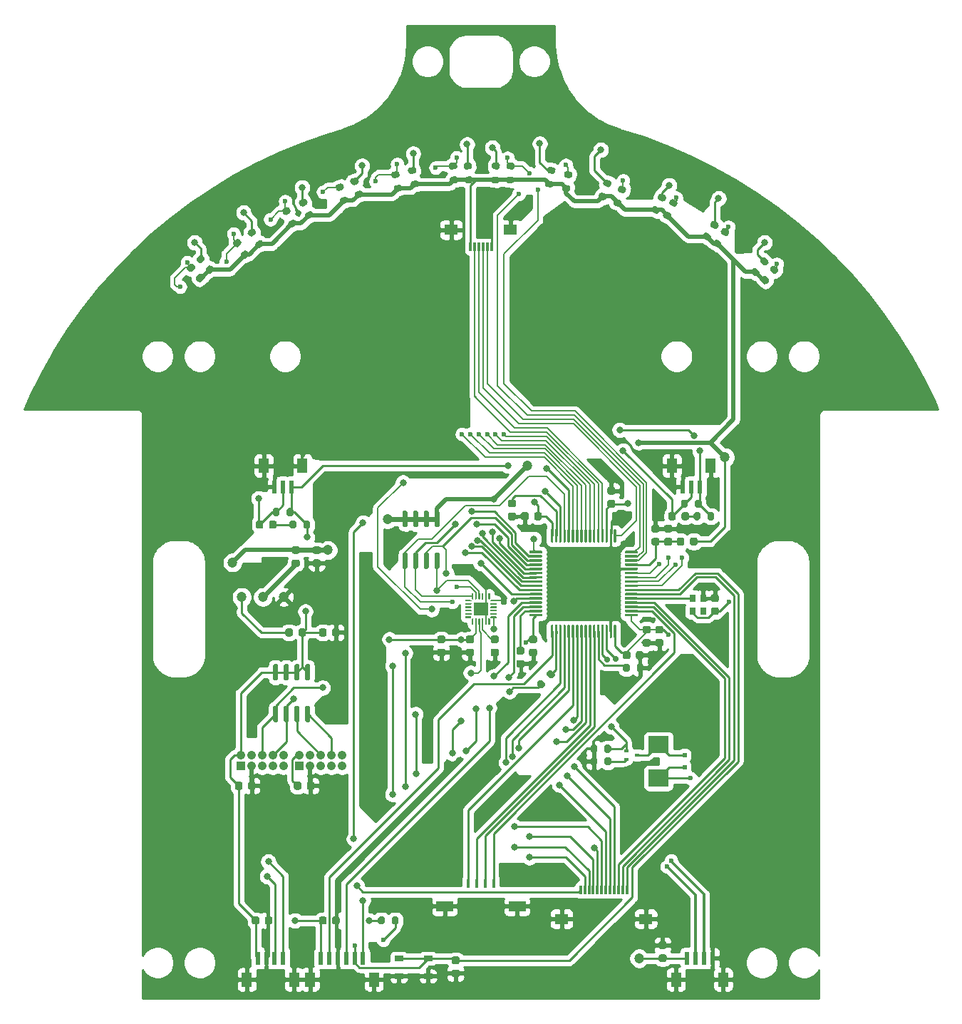
<source format=gtl>
G04 #@! TF.GenerationSoftware,KiCad,Pcbnew,(5.1.10)-1*
G04 #@! TF.CreationDate,2022-02-06T13:53:08+09:00*
G04 #@! TF.ProjectId,Main,4d61696e-2e6b-4696-9361-645f70636258,rev?*
G04 #@! TF.SameCoordinates,Original*
G04 #@! TF.FileFunction,Copper,L1,Top*
G04 #@! TF.FilePolarity,Positive*
%FSLAX46Y46*%
G04 Gerber Fmt 4.6, Leading zero omitted, Abs format (unit mm)*
G04 Created by KiCad (PCBNEW (5.1.10)-1) date 2022-02-06 13:53:08*
%MOMM*%
%LPD*%
G01*
G04 APERTURE LIST*
G04 #@! TA.AperFunction,SMDPad,CuDef*
%ADD10R,2.400000X2.000000*%
G04 #@! TD*
G04 #@! TA.AperFunction,SMDPad,CuDef*
%ADD11R,1.750000X1.600000*%
G04 #@! TD*
G04 #@! TA.AperFunction,SMDPad,CuDef*
%ADD12C,0.100000*%
G04 #@! TD*
G04 #@! TA.AperFunction,SMDPad,CuDef*
%ADD13R,1.650000X1.300000*%
G04 #@! TD*
G04 #@! TA.AperFunction,SMDPad,CuDef*
%ADD14R,0.300000X1.000000*%
G04 #@! TD*
G04 #@! TA.AperFunction,SMDPad,CuDef*
%ADD15R,0.500000X0.530000*%
G04 #@! TD*
G04 #@! TA.AperFunction,SMDPad,CuDef*
%ADD16R,0.600000X1.550000*%
G04 #@! TD*
G04 #@! TA.AperFunction,SMDPad,CuDef*
%ADD17R,1.200000X1.800000*%
G04 #@! TD*
G04 #@! TA.AperFunction,ComponentPad*
%ADD18R,1.060000X1.060000*%
G04 #@! TD*
G04 #@! TA.AperFunction,ComponentPad*
%ADD19C,1.060000*%
G04 #@! TD*
G04 #@! TA.AperFunction,SMDPad,CuDef*
%ADD20R,2.000000X1.300000*%
G04 #@! TD*
G04 #@! TA.AperFunction,SMDPad,CuDef*
%ADD21R,0.400000X1.000000*%
G04 #@! TD*
G04 #@! TA.AperFunction,ComponentPad*
%ADD22C,1.200000*%
G04 #@! TD*
G04 #@! TA.AperFunction,SMDPad,CuDef*
%ADD23R,0.510000X0.400000*%
G04 #@! TD*
G04 #@! TA.AperFunction,SMDPad,CuDef*
%ADD24R,1.050000X0.650000*%
G04 #@! TD*
G04 #@! TA.AperFunction,SMDPad,CuDef*
%ADD25R,0.800000X0.900000*%
G04 #@! TD*
G04 #@! TA.AperFunction,ViaPad*
%ADD26C,1.200000*%
G04 #@! TD*
G04 #@! TA.AperFunction,ViaPad*
%ADD27C,0.800000*%
G04 #@! TD*
G04 #@! TA.AperFunction,ViaPad*
%ADD28C,0.600000*%
G04 #@! TD*
G04 #@! TA.AperFunction,ViaPad*
%ADD29C,0.700000*%
G04 #@! TD*
G04 #@! TA.AperFunction,Conductor*
%ADD30C,0.250000*%
G04 #@! TD*
G04 #@! TA.AperFunction,Conductor*
%ADD31C,0.600000*%
G04 #@! TD*
G04 #@! TA.AperFunction,Conductor*
%ADD32C,0.200000*%
G04 #@! TD*
G04 #@! TA.AperFunction,Conductor*
%ADD33C,0.500000*%
G04 #@! TD*
G04 #@! TA.AperFunction,Conductor*
%ADD34C,0.300000*%
G04 #@! TD*
G04 #@! TA.AperFunction,Conductor*
%ADD35C,0.254000*%
G04 #@! TD*
G04 #@! TA.AperFunction,Conductor*
%ADD36C,0.100000*%
G04 #@! TD*
G04 APERTURE END LIST*
D10*
X21100000Y-20100000D03*
X21100000Y-16100000D03*
G04 #@! TA.AperFunction,SMDPad,CuDef*
G36*
G01*
X18650000Y-675000D02*
X18650000Y-825000D01*
G75*
G02*
X18575000Y-900000I-75000J0D01*
G01*
X17175000Y-900000D01*
G75*
G02*
X17100000Y-825000I0J75000D01*
G01*
X17100000Y-675000D01*
G75*
G02*
X17175000Y-600000I75000J0D01*
G01*
X18575000Y-600000D01*
G75*
G02*
X18650000Y-675000I0J-75000D01*
G01*
G37*
G04 #@! TD.AperFunction*
G04 #@! TA.AperFunction,SMDPad,CuDef*
G36*
G01*
X18650000Y-175000D02*
X18650000Y-325000D01*
G75*
G02*
X18575000Y-400000I-75000J0D01*
G01*
X17175000Y-400000D01*
G75*
G02*
X17100000Y-325000I0J75000D01*
G01*
X17100000Y-175000D01*
G75*
G02*
X17175000Y-100000I75000J0D01*
G01*
X18575000Y-100000D01*
G75*
G02*
X18650000Y-175000I0J-75000D01*
G01*
G37*
G04 #@! TD.AperFunction*
G04 #@! TA.AperFunction,SMDPad,CuDef*
G36*
G01*
X18650000Y325000D02*
X18650000Y175000D01*
G75*
G02*
X18575000Y100000I-75000J0D01*
G01*
X17175000Y100000D01*
G75*
G02*
X17100000Y175000I0J75000D01*
G01*
X17100000Y325000D01*
G75*
G02*
X17175000Y400000I75000J0D01*
G01*
X18575000Y400000D01*
G75*
G02*
X18650000Y325000I0J-75000D01*
G01*
G37*
G04 #@! TD.AperFunction*
G04 #@! TA.AperFunction,SMDPad,CuDef*
G36*
G01*
X18650000Y825000D02*
X18650000Y675000D01*
G75*
G02*
X18575000Y600000I-75000J0D01*
G01*
X17175000Y600000D01*
G75*
G02*
X17100000Y675000I0J75000D01*
G01*
X17100000Y825000D01*
G75*
G02*
X17175000Y900000I75000J0D01*
G01*
X18575000Y900000D01*
G75*
G02*
X18650000Y825000I0J-75000D01*
G01*
G37*
G04 #@! TD.AperFunction*
G04 #@! TA.AperFunction,SMDPad,CuDef*
G36*
G01*
X18650000Y1325000D02*
X18650000Y1175000D01*
G75*
G02*
X18575000Y1100000I-75000J0D01*
G01*
X17175000Y1100000D01*
G75*
G02*
X17100000Y1175000I0J75000D01*
G01*
X17100000Y1325000D01*
G75*
G02*
X17175000Y1400000I75000J0D01*
G01*
X18575000Y1400000D01*
G75*
G02*
X18650000Y1325000I0J-75000D01*
G01*
G37*
G04 #@! TD.AperFunction*
G04 #@! TA.AperFunction,SMDPad,CuDef*
G36*
G01*
X18650000Y1825000D02*
X18650000Y1675000D01*
G75*
G02*
X18575000Y1600000I-75000J0D01*
G01*
X17175000Y1600000D01*
G75*
G02*
X17100000Y1675000I0J75000D01*
G01*
X17100000Y1825000D01*
G75*
G02*
X17175000Y1900000I75000J0D01*
G01*
X18575000Y1900000D01*
G75*
G02*
X18650000Y1825000I0J-75000D01*
G01*
G37*
G04 #@! TD.AperFunction*
G04 #@! TA.AperFunction,SMDPad,CuDef*
G36*
G01*
X18650000Y2325000D02*
X18650000Y2175000D01*
G75*
G02*
X18575000Y2100000I-75000J0D01*
G01*
X17175000Y2100000D01*
G75*
G02*
X17100000Y2175000I0J75000D01*
G01*
X17100000Y2325000D01*
G75*
G02*
X17175000Y2400000I75000J0D01*
G01*
X18575000Y2400000D01*
G75*
G02*
X18650000Y2325000I0J-75000D01*
G01*
G37*
G04 #@! TD.AperFunction*
G04 #@! TA.AperFunction,SMDPad,CuDef*
G36*
G01*
X18650000Y2825000D02*
X18650000Y2675000D01*
G75*
G02*
X18575000Y2600000I-75000J0D01*
G01*
X17175000Y2600000D01*
G75*
G02*
X17100000Y2675000I0J75000D01*
G01*
X17100000Y2825000D01*
G75*
G02*
X17175000Y2900000I75000J0D01*
G01*
X18575000Y2900000D01*
G75*
G02*
X18650000Y2825000I0J-75000D01*
G01*
G37*
G04 #@! TD.AperFunction*
G04 #@! TA.AperFunction,SMDPad,CuDef*
G36*
G01*
X18650000Y3325000D02*
X18650000Y3175000D01*
G75*
G02*
X18575000Y3100000I-75000J0D01*
G01*
X17175000Y3100000D01*
G75*
G02*
X17100000Y3175000I0J75000D01*
G01*
X17100000Y3325000D01*
G75*
G02*
X17175000Y3400000I75000J0D01*
G01*
X18575000Y3400000D01*
G75*
G02*
X18650000Y3325000I0J-75000D01*
G01*
G37*
G04 #@! TD.AperFunction*
G04 #@! TA.AperFunction,SMDPad,CuDef*
G36*
G01*
X18650000Y3825000D02*
X18650000Y3675000D01*
G75*
G02*
X18575000Y3600000I-75000J0D01*
G01*
X17175000Y3600000D01*
G75*
G02*
X17100000Y3675000I0J75000D01*
G01*
X17100000Y3825000D01*
G75*
G02*
X17175000Y3900000I75000J0D01*
G01*
X18575000Y3900000D01*
G75*
G02*
X18650000Y3825000I0J-75000D01*
G01*
G37*
G04 #@! TD.AperFunction*
G04 #@! TA.AperFunction,SMDPad,CuDef*
G36*
G01*
X18650000Y4325000D02*
X18650000Y4175000D01*
G75*
G02*
X18575000Y4100000I-75000J0D01*
G01*
X17175000Y4100000D01*
G75*
G02*
X17100000Y4175000I0J75000D01*
G01*
X17100000Y4325000D01*
G75*
G02*
X17175000Y4400000I75000J0D01*
G01*
X18575000Y4400000D01*
G75*
G02*
X18650000Y4325000I0J-75000D01*
G01*
G37*
G04 #@! TD.AperFunction*
G04 #@! TA.AperFunction,SMDPad,CuDef*
G36*
G01*
X18650000Y4825000D02*
X18650000Y4675000D01*
G75*
G02*
X18575000Y4600000I-75000J0D01*
G01*
X17175000Y4600000D01*
G75*
G02*
X17100000Y4675000I0J75000D01*
G01*
X17100000Y4825000D01*
G75*
G02*
X17175000Y4900000I75000J0D01*
G01*
X18575000Y4900000D01*
G75*
G02*
X18650000Y4825000I0J-75000D01*
G01*
G37*
G04 #@! TD.AperFunction*
G04 #@! TA.AperFunction,SMDPad,CuDef*
G36*
G01*
X18650000Y5325000D02*
X18650000Y5175000D01*
G75*
G02*
X18575000Y5100000I-75000J0D01*
G01*
X17175000Y5100000D01*
G75*
G02*
X17100000Y5175000I0J75000D01*
G01*
X17100000Y5325000D01*
G75*
G02*
X17175000Y5400000I75000J0D01*
G01*
X18575000Y5400000D01*
G75*
G02*
X18650000Y5325000I0J-75000D01*
G01*
G37*
G04 #@! TD.AperFunction*
G04 #@! TA.AperFunction,SMDPad,CuDef*
G36*
G01*
X18650000Y5825000D02*
X18650000Y5675000D01*
G75*
G02*
X18575000Y5600000I-75000J0D01*
G01*
X17175000Y5600000D01*
G75*
G02*
X17100000Y5675000I0J75000D01*
G01*
X17100000Y5825000D01*
G75*
G02*
X17175000Y5900000I75000J0D01*
G01*
X18575000Y5900000D01*
G75*
G02*
X18650000Y5825000I0J-75000D01*
G01*
G37*
G04 #@! TD.AperFunction*
G04 #@! TA.AperFunction,SMDPad,CuDef*
G36*
G01*
X18650000Y6325000D02*
X18650000Y6175000D01*
G75*
G02*
X18575000Y6100000I-75000J0D01*
G01*
X17175000Y6100000D01*
G75*
G02*
X17100000Y6175000I0J75000D01*
G01*
X17100000Y6325000D01*
G75*
G02*
X17175000Y6400000I75000J0D01*
G01*
X18575000Y6400000D01*
G75*
G02*
X18650000Y6325000I0J-75000D01*
G01*
G37*
G04 #@! TD.AperFunction*
G04 #@! TA.AperFunction,SMDPad,CuDef*
G36*
G01*
X18650000Y6825000D02*
X18650000Y6675000D01*
G75*
G02*
X18575000Y6600000I-75000J0D01*
G01*
X17175000Y6600000D01*
G75*
G02*
X17100000Y6675000I0J75000D01*
G01*
X17100000Y6825000D01*
G75*
G02*
X17175000Y6900000I75000J0D01*
G01*
X18575000Y6900000D01*
G75*
G02*
X18650000Y6825000I0J-75000D01*
G01*
G37*
G04 #@! TD.AperFunction*
G04 #@! TA.AperFunction,SMDPad,CuDef*
G36*
G01*
X16100000Y9375000D02*
X16100000Y7975000D01*
G75*
G02*
X16025000Y7900000I-75000J0D01*
G01*
X15875000Y7900000D01*
G75*
G02*
X15800000Y7975000I0J75000D01*
G01*
X15800000Y9375000D01*
G75*
G02*
X15875000Y9450000I75000J0D01*
G01*
X16025000Y9450000D01*
G75*
G02*
X16100000Y9375000I0J-75000D01*
G01*
G37*
G04 #@! TD.AperFunction*
G04 #@! TA.AperFunction,SMDPad,CuDef*
G36*
G01*
X15600000Y9375000D02*
X15600000Y7975000D01*
G75*
G02*
X15525000Y7900000I-75000J0D01*
G01*
X15375000Y7900000D01*
G75*
G02*
X15300000Y7975000I0J75000D01*
G01*
X15300000Y9375000D01*
G75*
G02*
X15375000Y9450000I75000J0D01*
G01*
X15525000Y9450000D01*
G75*
G02*
X15600000Y9375000I0J-75000D01*
G01*
G37*
G04 #@! TD.AperFunction*
G04 #@! TA.AperFunction,SMDPad,CuDef*
G36*
G01*
X15100000Y9375000D02*
X15100000Y7975000D01*
G75*
G02*
X15025000Y7900000I-75000J0D01*
G01*
X14875000Y7900000D01*
G75*
G02*
X14800000Y7975000I0J75000D01*
G01*
X14800000Y9375000D01*
G75*
G02*
X14875000Y9450000I75000J0D01*
G01*
X15025000Y9450000D01*
G75*
G02*
X15100000Y9375000I0J-75000D01*
G01*
G37*
G04 #@! TD.AperFunction*
G04 #@! TA.AperFunction,SMDPad,CuDef*
G36*
G01*
X14600000Y9375000D02*
X14600000Y7975000D01*
G75*
G02*
X14525000Y7900000I-75000J0D01*
G01*
X14375000Y7900000D01*
G75*
G02*
X14300000Y7975000I0J75000D01*
G01*
X14300000Y9375000D01*
G75*
G02*
X14375000Y9450000I75000J0D01*
G01*
X14525000Y9450000D01*
G75*
G02*
X14600000Y9375000I0J-75000D01*
G01*
G37*
G04 #@! TD.AperFunction*
G04 #@! TA.AperFunction,SMDPad,CuDef*
G36*
G01*
X14100000Y9375000D02*
X14100000Y7975000D01*
G75*
G02*
X14025000Y7900000I-75000J0D01*
G01*
X13875000Y7900000D01*
G75*
G02*
X13800000Y7975000I0J75000D01*
G01*
X13800000Y9375000D01*
G75*
G02*
X13875000Y9450000I75000J0D01*
G01*
X14025000Y9450000D01*
G75*
G02*
X14100000Y9375000I0J-75000D01*
G01*
G37*
G04 #@! TD.AperFunction*
G04 #@! TA.AperFunction,SMDPad,CuDef*
G36*
G01*
X13600000Y9375000D02*
X13600000Y7975000D01*
G75*
G02*
X13525000Y7900000I-75000J0D01*
G01*
X13375000Y7900000D01*
G75*
G02*
X13300000Y7975000I0J75000D01*
G01*
X13300000Y9375000D01*
G75*
G02*
X13375000Y9450000I75000J0D01*
G01*
X13525000Y9450000D01*
G75*
G02*
X13600000Y9375000I0J-75000D01*
G01*
G37*
G04 #@! TD.AperFunction*
G04 #@! TA.AperFunction,SMDPad,CuDef*
G36*
G01*
X13100000Y9375000D02*
X13100000Y7975000D01*
G75*
G02*
X13025000Y7900000I-75000J0D01*
G01*
X12875000Y7900000D01*
G75*
G02*
X12800000Y7975000I0J75000D01*
G01*
X12800000Y9375000D01*
G75*
G02*
X12875000Y9450000I75000J0D01*
G01*
X13025000Y9450000D01*
G75*
G02*
X13100000Y9375000I0J-75000D01*
G01*
G37*
G04 #@! TD.AperFunction*
G04 #@! TA.AperFunction,SMDPad,CuDef*
G36*
G01*
X12600000Y9375000D02*
X12600000Y7975000D01*
G75*
G02*
X12525000Y7900000I-75000J0D01*
G01*
X12375000Y7900000D01*
G75*
G02*
X12300000Y7975000I0J75000D01*
G01*
X12300000Y9375000D01*
G75*
G02*
X12375000Y9450000I75000J0D01*
G01*
X12525000Y9450000D01*
G75*
G02*
X12600000Y9375000I0J-75000D01*
G01*
G37*
G04 #@! TD.AperFunction*
G04 #@! TA.AperFunction,SMDPad,CuDef*
G36*
G01*
X12100000Y9375000D02*
X12100000Y7975000D01*
G75*
G02*
X12025000Y7900000I-75000J0D01*
G01*
X11875000Y7900000D01*
G75*
G02*
X11800000Y7975000I0J75000D01*
G01*
X11800000Y9375000D01*
G75*
G02*
X11875000Y9450000I75000J0D01*
G01*
X12025000Y9450000D01*
G75*
G02*
X12100000Y9375000I0J-75000D01*
G01*
G37*
G04 #@! TD.AperFunction*
G04 #@! TA.AperFunction,SMDPad,CuDef*
G36*
G01*
X11600000Y9375000D02*
X11600000Y7975000D01*
G75*
G02*
X11525000Y7900000I-75000J0D01*
G01*
X11375000Y7900000D01*
G75*
G02*
X11300000Y7975000I0J75000D01*
G01*
X11300000Y9375000D01*
G75*
G02*
X11375000Y9450000I75000J0D01*
G01*
X11525000Y9450000D01*
G75*
G02*
X11600000Y9375000I0J-75000D01*
G01*
G37*
G04 #@! TD.AperFunction*
G04 #@! TA.AperFunction,SMDPad,CuDef*
G36*
G01*
X11100000Y9375000D02*
X11100000Y7975000D01*
G75*
G02*
X11025000Y7900000I-75000J0D01*
G01*
X10875000Y7900000D01*
G75*
G02*
X10800000Y7975000I0J75000D01*
G01*
X10800000Y9375000D01*
G75*
G02*
X10875000Y9450000I75000J0D01*
G01*
X11025000Y9450000D01*
G75*
G02*
X11100000Y9375000I0J-75000D01*
G01*
G37*
G04 #@! TD.AperFunction*
G04 #@! TA.AperFunction,SMDPad,CuDef*
G36*
G01*
X10600000Y9375000D02*
X10600000Y7975000D01*
G75*
G02*
X10525000Y7900000I-75000J0D01*
G01*
X10375000Y7900000D01*
G75*
G02*
X10300000Y7975000I0J75000D01*
G01*
X10300000Y9375000D01*
G75*
G02*
X10375000Y9450000I75000J0D01*
G01*
X10525000Y9450000D01*
G75*
G02*
X10600000Y9375000I0J-75000D01*
G01*
G37*
G04 #@! TD.AperFunction*
G04 #@! TA.AperFunction,SMDPad,CuDef*
G36*
G01*
X10100000Y9375000D02*
X10100000Y7975000D01*
G75*
G02*
X10025000Y7900000I-75000J0D01*
G01*
X9875000Y7900000D01*
G75*
G02*
X9800000Y7975000I0J75000D01*
G01*
X9800000Y9375000D01*
G75*
G02*
X9875000Y9450000I75000J0D01*
G01*
X10025000Y9450000D01*
G75*
G02*
X10100000Y9375000I0J-75000D01*
G01*
G37*
G04 #@! TD.AperFunction*
G04 #@! TA.AperFunction,SMDPad,CuDef*
G36*
G01*
X9600000Y9375000D02*
X9600000Y7975000D01*
G75*
G02*
X9525000Y7900000I-75000J0D01*
G01*
X9375000Y7900000D01*
G75*
G02*
X9300000Y7975000I0J75000D01*
G01*
X9300000Y9375000D01*
G75*
G02*
X9375000Y9450000I75000J0D01*
G01*
X9525000Y9450000D01*
G75*
G02*
X9600000Y9375000I0J-75000D01*
G01*
G37*
G04 #@! TD.AperFunction*
G04 #@! TA.AperFunction,SMDPad,CuDef*
G36*
G01*
X9100000Y9375000D02*
X9100000Y7975000D01*
G75*
G02*
X9025000Y7900000I-75000J0D01*
G01*
X8875000Y7900000D01*
G75*
G02*
X8800000Y7975000I0J75000D01*
G01*
X8800000Y9375000D01*
G75*
G02*
X8875000Y9450000I75000J0D01*
G01*
X9025000Y9450000D01*
G75*
G02*
X9100000Y9375000I0J-75000D01*
G01*
G37*
G04 #@! TD.AperFunction*
G04 #@! TA.AperFunction,SMDPad,CuDef*
G36*
G01*
X8600000Y9375000D02*
X8600000Y7975000D01*
G75*
G02*
X8525000Y7900000I-75000J0D01*
G01*
X8375000Y7900000D01*
G75*
G02*
X8300000Y7975000I0J75000D01*
G01*
X8300000Y9375000D01*
G75*
G02*
X8375000Y9450000I75000J0D01*
G01*
X8525000Y9450000D01*
G75*
G02*
X8600000Y9375000I0J-75000D01*
G01*
G37*
G04 #@! TD.AperFunction*
G04 #@! TA.AperFunction,SMDPad,CuDef*
G36*
G01*
X7300000Y6825000D02*
X7300000Y6675000D01*
G75*
G02*
X7225000Y6600000I-75000J0D01*
G01*
X5825000Y6600000D01*
G75*
G02*
X5750000Y6675000I0J75000D01*
G01*
X5750000Y6825000D01*
G75*
G02*
X5825000Y6900000I75000J0D01*
G01*
X7225000Y6900000D01*
G75*
G02*
X7300000Y6825000I0J-75000D01*
G01*
G37*
G04 #@! TD.AperFunction*
G04 #@! TA.AperFunction,SMDPad,CuDef*
G36*
G01*
X7300000Y6325000D02*
X7300000Y6175000D01*
G75*
G02*
X7225000Y6100000I-75000J0D01*
G01*
X5825000Y6100000D01*
G75*
G02*
X5750000Y6175000I0J75000D01*
G01*
X5750000Y6325000D01*
G75*
G02*
X5825000Y6400000I75000J0D01*
G01*
X7225000Y6400000D01*
G75*
G02*
X7300000Y6325000I0J-75000D01*
G01*
G37*
G04 #@! TD.AperFunction*
G04 #@! TA.AperFunction,SMDPad,CuDef*
G36*
G01*
X7300000Y5825000D02*
X7300000Y5675000D01*
G75*
G02*
X7225000Y5600000I-75000J0D01*
G01*
X5825000Y5600000D01*
G75*
G02*
X5750000Y5675000I0J75000D01*
G01*
X5750000Y5825000D01*
G75*
G02*
X5825000Y5900000I75000J0D01*
G01*
X7225000Y5900000D01*
G75*
G02*
X7300000Y5825000I0J-75000D01*
G01*
G37*
G04 #@! TD.AperFunction*
G04 #@! TA.AperFunction,SMDPad,CuDef*
G36*
G01*
X7300000Y5325000D02*
X7300000Y5175000D01*
G75*
G02*
X7225000Y5100000I-75000J0D01*
G01*
X5825000Y5100000D01*
G75*
G02*
X5750000Y5175000I0J75000D01*
G01*
X5750000Y5325000D01*
G75*
G02*
X5825000Y5400000I75000J0D01*
G01*
X7225000Y5400000D01*
G75*
G02*
X7300000Y5325000I0J-75000D01*
G01*
G37*
G04 #@! TD.AperFunction*
G04 #@! TA.AperFunction,SMDPad,CuDef*
G36*
G01*
X7300000Y4825000D02*
X7300000Y4675000D01*
G75*
G02*
X7225000Y4600000I-75000J0D01*
G01*
X5825000Y4600000D01*
G75*
G02*
X5750000Y4675000I0J75000D01*
G01*
X5750000Y4825000D01*
G75*
G02*
X5825000Y4900000I75000J0D01*
G01*
X7225000Y4900000D01*
G75*
G02*
X7300000Y4825000I0J-75000D01*
G01*
G37*
G04 #@! TD.AperFunction*
G04 #@! TA.AperFunction,SMDPad,CuDef*
G36*
G01*
X7300000Y4325000D02*
X7300000Y4175000D01*
G75*
G02*
X7225000Y4100000I-75000J0D01*
G01*
X5825000Y4100000D01*
G75*
G02*
X5750000Y4175000I0J75000D01*
G01*
X5750000Y4325000D01*
G75*
G02*
X5825000Y4400000I75000J0D01*
G01*
X7225000Y4400000D01*
G75*
G02*
X7300000Y4325000I0J-75000D01*
G01*
G37*
G04 #@! TD.AperFunction*
G04 #@! TA.AperFunction,SMDPad,CuDef*
G36*
G01*
X7300000Y3825000D02*
X7300000Y3675000D01*
G75*
G02*
X7225000Y3600000I-75000J0D01*
G01*
X5825000Y3600000D01*
G75*
G02*
X5750000Y3675000I0J75000D01*
G01*
X5750000Y3825000D01*
G75*
G02*
X5825000Y3900000I75000J0D01*
G01*
X7225000Y3900000D01*
G75*
G02*
X7300000Y3825000I0J-75000D01*
G01*
G37*
G04 #@! TD.AperFunction*
G04 #@! TA.AperFunction,SMDPad,CuDef*
G36*
G01*
X7300000Y3325000D02*
X7300000Y3175000D01*
G75*
G02*
X7225000Y3100000I-75000J0D01*
G01*
X5825000Y3100000D01*
G75*
G02*
X5750000Y3175000I0J75000D01*
G01*
X5750000Y3325000D01*
G75*
G02*
X5825000Y3400000I75000J0D01*
G01*
X7225000Y3400000D01*
G75*
G02*
X7300000Y3325000I0J-75000D01*
G01*
G37*
G04 #@! TD.AperFunction*
G04 #@! TA.AperFunction,SMDPad,CuDef*
G36*
G01*
X7300000Y2825000D02*
X7300000Y2675000D01*
G75*
G02*
X7225000Y2600000I-75000J0D01*
G01*
X5825000Y2600000D01*
G75*
G02*
X5750000Y2675000I0J75000D01*
G01*
X5750000Y2825000D01*
G75*
G02*
X5825000Y2900000I75000J0D01*
G01*
X7225000Y2900000D01*
G75*
G02*
X7300000Y2825000I0J-75000D01*
G01*
G37*
G04 #@! TD.AperFunction*
G04 #@! TA.AperFunction,SMDPad,CuDef*
G36*
G01*
X7300000Y2325000D02*
X7300000Y2175000D01*
G75*
G02*
X7225000Y2100000I-75000J0D01*
G01*
X5825000Y2100000D01*
G75*
G02*
X5750000Y2175000I0J75000D01*
G01*
X5750000Y2325000D01*
G75*
G02*
X5825000Y2400000I75000J0D01*
G01*
X7225000Y2400000D01*
G75*
G02*
X7300000Y2325000I0J-75000D01*
G01*
G37*
G04 #@! TD.AperFunction*
G04 #@! TA.AperFunction,SMDPad,CuDef*
G36*
G01*
X7300000Y1825000D02*
X7300000Y1675000D01*
G75*
G02*
X7225000Y1600000I-75000J0D01*
G01*
X5825000Y1600000D01*
G75*
G02*
X5750000Y1675000I0J75000D01*
G01*
X5750000Y1825000D01*
G75*
G02*
X5825000Y1900000I75000J0D01*
G01*
X7225000Y1900000D01*
G75*
G02*
X7300000Y1825000I0J-75000D01*
G01*
G37*
G04 #@! TD.AperFunction*
G04 #@! TA.AperFunction,SMDPad,CuDef*
G36*
G01*
X7300000Y1325000D02*
X7300000Y1175000D01*
G75*
G02*
X7225000Y1100000I-75000J0D01*
G01*
X5825000Y1100000D01*
G75*
G02*
X5750000Y1175000I0J75000D01*
G01*
X5750000Y1325000D01*
G75*
G02*
X5825000Y1400000I75000J0D01*
G01*
X7225000Y1400000D01*
G75*
G02*
X7300000Y1325000I0J-75000D01*
G01*
G37*
G04 #@! TD.AperFunction*
G04 #@! TA.AperFunction,SMDPad,CuDef*
G36*
G01*
X7300000Y825000D02*
X7300000Y675000D01*
G75*
G02*
X7225000Y600000I-75000J0D01*
G01*
X5825000Y600000D01*
G75*
G02*
X5750000Y675000I0J75000D01*
G01*
X5750000Y825000D01*
G75*
G02*
X5825000Y900000I75000J0D01*
G01*
X7225000Y900000D01*
G75*
G02*
X7300000Y825000I0J-75000D01*
G01*
G37*
G04 #@! TD.AperFunction*
G04 #@! TA.AperFunction,SMDPad,CuDef*
G36*
G01*
X7300000Y325000D02*
X7300000Y175000D01*
G75*
G02*
X7225000Y100000I-75000J0D01*
G01*
X5825000Y100000D01*
G75*
G02*
X5750000Y175000I0J75000D01*
G01*
X5750000Y325000D01*
G75*
G02*
X5825000Y400000I75000J0D01*
G01*
X7225000Y400000D01*
G75*
G02*
X7300000Y325000I0J-75000D01*
G01*
G37*
G04 #@! TD.AperFunction*
G04 #@! TA.AperFunction,SMDPad,CuDef*
G36*
G01*
X7300000Y-175000D02*
X7300000Y-325000D01*
G75*
G02*
X7225000Y-400000I-75000J0D01*
G01*
X5825000Y-400000D01*
G75*
G02*
X5750000Y-325000I0J75000D01*
G01*
X5750000Y-175000D01*
G75*
G02*
X5825000Y-100000I75000J0D01*
G01*
X7225000Y-100000D01*
G75*
G02*
X7300000Y-175000I0J-75000D01*
G01*
G37*
G04 #@! TD.AperFunction*
G04 #@! TA.AperFunction,SMDPad,CuDef*
G36*
G01*
X7300000Y-675000D02*
X7300000Y-825000D01*
G75*
G02*
X7225000Y-900000I-75000J0D01*
G01*
X5825000Y-900000D01*
G75*
G02*
X5750000Y-825000I0J75000D01*
G01*
X5750000Y-675000D01*
G75*
G02*
X5825000Y-600000I75000J0D01*
G01*
X7225000Y-600000D01*
G75*
G02*
X7300000Y-675000I0J-75000D01*
G01*
G37*
G04 #@! TD.AperFunction*
G04 #@! TA.AperFunction,SMDPad,CuDef*
G36*
G01*
X8600000Y-1975000D02*
X8600000Y-3375000D01*
G75*
G02*
X8525000Y-3450000I-75000J0D01*
G01*
X8375000Y-3450000D01*
G75*
G02*
X8300000Y-3375000I0J75000D01*
G01*
X8300000Y-1975000D01*
G75*
G02*
X8375000Y-1900000I75000J0D01*
G01*
X8525000Y-1900000D01*
G75*
G02*
X8600000Y-1975000I0J-75000D01*
G01*
G37*
G04 #@! TD.AperFunction*
G04 #@! TA.AperFunction,SMDPad,CuDef*
G36*
G01*
X9100000Y-1975000D02*
X9100000Y-3375000D01*
G75*
G02*
X9025000Y-3450000I-75000J0D01*
G01*
X8875000Y-3450000D01*
G75*
G02*
X8800000Y-3375000I0J75000D01*
G01*
X8800000Y-1975000D01*
G75*
G02*
X8875000Y-1900000I75000J0D01*
G01*
X9025000Y-1900000D01*
G75*
G02*
X9100000Y-1975000I0J-75000D01*
G01*
G37*
G04 #@! TD.AperFunction*
G04 #@! TA.AperFunction,SMDPad,CuDef*
G36*
G01*
X9600000Y-1975000D02*
X9600000Y-3375000D01*
G75*
G02*
X9525000Y-3450000I-75000J0D01*
G01*
X9375000Y-3450000D01*
G75*
G02*
X9300000Y-3375000I0J75000D01*
G01*
X9300000Y-1975000D01*
G75*
G02*
X9375000Y-1900000I75000J0D01*
G01*
X9525000Y-1900000D01*
G75*
G02*
X9600000Y-1975000I0J-75000D01*
G01*
G37*
G04 #@! TD.AperFunction*
G04 #@! TA.AperFunction,SMDPad,CuDef*
G36*
G01*
X10100000Y-1975000D02*
X10100000Y-3375000D01*
G75*
G02*
X10025000Y-3450000I-75000J0D01*
G01*
X9875000Y-3450000D01*
G75*
G02*
X9800000Y-3375000I0J75000D01*
G01*
X9800000Y-1975000D01*
G75*
G02*
X9875000Y-1900000I75000J0D01*
G01*
X10025000Y-1900000D01*
G75*
G02*
X10100000Y-1975000I0J-75000D01*
G01*
G37*
G04 #@! TD.AperFunction*
G04 #@! TA.AperFunction,SMDPad,CuDef*
G36*
G01*
X10600000Y-1975000D02*
X10600000Y-3375000D01*
G75*
G02*
X10525000Y-3450000I-75000J0D01*
G01*
X10375000Y-3450000D01*
G75*
G02*
X10300000Y-3375000I0J75000D01*
G01*
X10300000Y-1975000D01*
G75*
G02*
X10375000Y-1900000I75000J0D01*
G01*
X10525000Y-1900000D01*
G75*
G02*
X10600000Y-1975000I0J-75000D01*
G01*
G37*
G04 #@! TD.AperFunction*
G04 #@! TA.AperFunction,SMDPad,CuDef*
G36*
G01*
X11100000Y-1975000D02*
X11100000Y-3375000D01*
G75*
G02*
X11025000Y-3450000I-75000J0D01*
G01*
X10875000Y-3450000D01*
G75*
G02*
X10800000Y-3375000I0J75000D01*
G01*
X10800000Y-1975000D01*
G75*
G02*
X10875000Y-1900000I75000J0D01*
G01*
X11025000Y-1900000D01*
G75*
G02*
X11100000Y-1975000I0J-75000D01*
G01*
G37*
G04 #@! TD.AperFunction*
G04 #@! TA.AperFunction,SMDPad,CuDef*
G36*
G01*
X11600000Y-1975000D02*
X11600000Y-3375000D01*
G75*
G02*
X11525000Y-3450000I-75000J0D01*
G01*
X11375000Y-3450000D01*
G75*
G02*
X11300000Y-3375000I0J75000D01*
G01*
X11300000Y-1975000D01*
G75*
G02*
X11375000Y-1900000I75000J0D01*
G01*
X11525000Y-1900000D01*
G75*
G02*
X11600000Y-1975000I0J-75000D01*
G01*
G37*
G04 #@! TD.AperFunction*
G04 #@! TA.AperFunction,SMDPad,CuDef*
G36*
G01*
X12100000Y-1975000D02*
X12100000Y-3375000D01*
G75*
G02*
X12025000Y-3450000I-75000J0D01*
G01*
X11875000Y-3450000D01*
G75*
G02*
X11800000Y-3375000I0J75000D01*
G01*
X11800000Y-1975000D01*
G75*
G02*
X11875000Y-1900000I75000J0D01*
G01*
X12025000Y-1900000D01*
G75*
G02*
X12100000Y-1975000I0J-75000D01*
G01*
G37*
G04 #@! TD.AperFunction*
G04 #@! TA.AperFunction,SMDPad,CuDef*
G36*
G01*
X12600000Y-1975000D02*
X12600000Y-3375000D01*
G75*
G02*
X12525000Y-3450000I-75000J0D01*
G01*
X12375000Y-3450000D01*
G75*
G02*
X12300000Y-3375000I0J75000D01*
G01*
X12300000Y-1975000D01*
G75*
G02*
X12375000Y-1900000I75000J0D01*
G01*
X12525000Y-1900000D01*
G75*
G02*
X12600000Y-1975000I0J-75000D01*
G01*
G37*
G04 #@! TD.AperFunction*
G04 #@! TA.AperFunction,SMDPad,CuDef*
G36*
G01*
X13100000Y-1975000D02*
X13100000Y-3375000D01*
G75*
G02*
X13025000Y-3450000I-75000J0D01*
G01*
X12875000Y-3450000D01*
G75*
G02*
X12800000Y-3375000I0J75000D01*
G01*
X12800000Y-1975000D01*
G75*
G02*
X12875000Y-1900000I75000J0D01*
G01*
X13025000Y-1900000D01*
G75*
G02*
X13100000Y-1975000I0J-75000D01*
G01*
G37*
G04 #@! TD.AperFunction*
G04 #@! TA.AperFunction,SMDPad,CuDef*
G36*
G01*
X13600000Y-1975000D02*
X13600000Y-3375000D01*
G75*
G02*
X13525000Y-3450000I-75000J0D01*
G01*
X13375000Y-3450000D01*
G75*
G02*
X13300000Y-3375000I0J75000D01*
G01*
X13300000Y-1975000D01*
G75*
G02*
X13375000Y-1900000I75000J0D01*
G01*
X13525000Y-1900000D01*
G75*
G02*
X13600000Y-1975000I0J-75000D01*
G01*
G37*
G04 #@! TD.AperFunction*
G04 #@! TA.AperFunction,SMDPad,CuDef*
G36*
G01*
X14100000Y-1975000D02*
X14100000Y-3375000D01*
G75*
G02*
X14025000Y-3450000I-75000J0D01*
G01*
X13875000Y-3450000D01*
G75*
G02*
X13800000Y-3375000I0J75000D01*
G01*
X13800000Y-1975000D01*
G75*
G02*
X13875000Y-1900000I75000J0D01*
G01*
X14025000Y-1900000D01*
G75*
G02*
X14100000Y-1975000I0J-75000D01*
G01*
G37*
G04 #@! TD.AperFunction*
G04 #@! TA.AperFunction,SMDPad,CuDef*
G36*
G01*
X14600000Y-1975000D02*
X14600000Y-3375000D01*
G75*
G02*
X14525000Y-3450000I-75000J0D01*
G01*
X14375000Y-3450000D01*
G75*
G02*
X14300000Y-3375000I0J75000D01*
G01*
X14300000Y-1975000D01*
G75*
G02*
X14375000Y-1900000I75000J0D01*
G01*
X14525000Y-1900000D01*
G75*
G02*
X14600000Y-1975000I0J-75000D01*
G01*
G37*
G04 #@! TD.AperFunction*
G04 #@! TA.AperFunction,SMDPad,CuDef*
G36*
G01*
X15100000Y-1975000D02*
X15100000Y-3375000D01*
G75*
G02*
X15025000Y-3450000I-75000J0D01*
G01*
X14875000Y-3450000D01*
G75*
G02*
X14800000Y-3375000I0J75000D01*
G01*
X14800000Y-1975000D01*
G75*
G02*
X14875000Y-1900000I75000J0D01*
G01*
X15025000Y-1900000D01*
G75*
G02*
X15100000Y-1975000I0J-75000D01*
G01*
G37*
G04 #@! TD.AperFunction*
G04 #@! TA.AperFunction,SMDPad,CuDef*
G36*
G01*
X15600000Y-1975000D02*
X15600000Y-3375000D01*
G75*
G02*
X15525000Y-3450000I-75000J0D01*
G01*
X15375000Y-3450000D01*
G75*
G02*
X15300000Y-3375000I0J75000D01*
G01*
X15300000Y-1975000D01*
G75*
G02*
X15375000Y-1900000I75000J0D01*
G01*
X15525000Y-1900000D01*
G75*
G02*
X15600000Y-1975000I0J-75000D01*
G01*
G37*
G04 #@! TD.AperFunction*
G04 #@! TA.AperFunction,SMDPad,CuDef*
G36*
G01*
X16100000Y-1975000D02*
X16100000Y-3375000D01*
G75*
G02*
X16025000Y-3450000I-75000J0D01*
G01*
X15875000Y-3450000D01*
G75*
G02*
X15800000Y-3375000I0J75000D01*
G01*
X15800000Y-1975000D01*
G75*
G02*
X15875000Y-1900000I75000J0D01*
G01*
X16025000Y-1900000D01*
G75*
G02*
X16100000Y-1975000I0J-75000D01*
G01*
G37*
G04 #@! TD.AperFunction*
G04 #@! TA.AperFunction,SMDPad,CuDef*
G36*
G01*
X8584798Y51629684D02*
X8040840Y51710979D01*
G75*
G02*
X7872599Y51938344I29562J197803D01*
G01*
X7931723Y52333951D01*
G75*
G02*
X8159088Y52502192I197803J-29562D01*
G01*
X8703046Y52420897D01*
G75*
G02*
X8871287Y52193532I-29562J-197803D01*
G01*
X8812163Y51797925D01*
G75*
G02*
X8584798Y51629684I-197803J29562D01*
G01*
G37*
G04 #@! TD.AperFunction*
G04 #@! TA.AperFunction,SMDPad,CuDef*
G36*
G01*
X8340912Y49997808D02*
X7796954Y50079103D01*
G75*
G02*
X7628713Y50306468I29562J197803D01*
G01*
X7687837Y50702075D01*
G75*
G02*
X7915202Y50870316I197803J-29562D01*
G01*
X8459160Y50789021D01*
G75*
G02*
X8627401Y50561656I-29562J-197803D01*
G01*
X8568277Y50166049D01*
G75*
G02*
X8340912Y49997808I-197803J29562D01*
G01*
G37*
G04 #@! TD.AperFunction*
D11*
X0Y0D03*
G04 #@! TA.AperFunction,SMDPad,CuDef*
D12*
G36*
X-932196Y1874231D02*
G01*
X-924693Y1871955D01*
X-917777Y1868259D01*
X-911716Y1863284D01*
X-906741Y1857223D01*
X-903045Y1850307D01*
X-900769Y1842804D01*
X-900000Y1835000D01*
X-900000Y1165000D01*
X-900769Y1157196D01*
X-903045Y1149693D01*
X-906741Y1142777D01*
X-911716Y1136716D01*
X-917777Y1131741D01*
X-924693Y1128045D01*
X-932196Y1125769D01*
X-940000Y1125000D01*
X-963431Y1125000D01*
X-971235Y1125769D01*
X-978738Y1128045D01*
X-985654Y1131741D01*
X-991715Y1136716D01*
X-1088284Y1233285D01*
X-1093259Y1239346D01*
X-1096955Y1246262D01*
X-1099231Y1253765D01*
X-1100000Y1261569D01*
X-1100000Y1835000D01*
X-1099231Y1842804D01*
X-1096955Y1850307D01*
X-1093259Y1857223D01*
X-1088284Y1863284D01*
X-1082223Y1868259D01*
X-1075307Y1871955D01*
X-1067804Y1874231D01*
X-1060000Y1875000D01*
X-940000Y1875000D01*
X-932196Y1874231D01*
G37*
G04 #@! TD.AperFunction*
G04 #@! TA.AperFunction,SMDPad,CuDef*
G36*
G01*
X-700000Y1175000D02*
X-700000Y1825000D01*
G75*
G02*
X-650000Y1875000I50000J0D01*
G01*
X-550000Y1875000D01*
G75*
G02*
X-500000Y1825000I0J-50000D01*
G01*
X-500000Y1175000D01*
G75*
G02*
X-550000Y1125000I-50000J0D01*
G01*
X-650000Y1125000D01*
G75*
G02*
X-700000Y1175000I0J50000D01*
G01*
G37*
G04 #@! TD.AperFunction*
G04 #@! TA.AperFunction,SMDPad,CuDef*
G36*
G01*
X-300000Y1175000D02*
X-300000Y1825000D01*
G75*
G02*
X-250000Y1875000I50000J0D01*
G01*
X-150000Y1875000D01*
G75*
G02*
X-100000Y1825000I0J-50000D01*
G01*
X-100000Y1175000D01*
G75*
G02*
X-150000Y1125000I-50000J0D01*
G01*
X-250000Y1125000D01*
G75*
G02*
X-300000Y1175000I0J50000D01*
G01*
G37*
G04 #@! TD.AperFunction*
G04 #@! TA.AperFunction,SMDPad,CuDef*
G36*
G01*
X100000Y1175000D02*
X100000Y1825000D01*
G75*
G02*
X150000Y1875000I50000J0D01*
G01*
X250000Y1875000D01*
G75*
G02*
X300000Y1825000I0J-50000D01*
G01*
X300000Y1175000D01*
G75*
G02*
X250000Y1125000I-50000J0D01*
G01*
X150000Y1125000D01*
G75*
G02*
X100000Y1175000I0J50000D01*
G01*
G37*
G04 #@! TD.AperFunction*
G04 #@! TA.AperFunction,SMDPad,CuDef*
G36*
G01*
X500000Y1175000D02*
X500000Y1825000D01*
G75*
G02*
X550000Y1875000I50000J0D01*
G01*
X650000Y1875000D01*
G75*
G02*
X700000Y1825000I0J-50000D01*
G01*
X700000Y1175000D01*
G75*
G02*
X650000Y1125000I-50000J0D01*
G01*
X550000Y1125000D01*
G75*
G02*
X500000Y1175000I0J50000D01*
G01*
G37*
G04 #@! TD.AperFunction*
G04 #@! TA.AperFunction,SMDPad,CuDef*
G36*
X1067804Y1874231D02*
G01*
X1075307Y1871955D01*
X1082223Y1868259D01*
X1088284Y1863284D01*
X1093259Y1857223D01*
X1096955Y1850307D01*
X1099231Y1842804D01*
X1100000Y1835000D01*
X1100000Y1261569D01*
X1099231Y1253765D01*
X1096955Y1246262D01*
X1093259Y1239346D01*
X1088284Y1233285D01*
X991715Y1136716D01*
X985654Y1131741D01*
X978738Y1128045D01*
X971235Y1125769D01*
X963431Y1125000D01*
X940000Y1125000D01*
X932196Y1125769D01*
X924693Y1128045D01*
X917777Y1131741D01*
X911716Y1136716D01*
X906741Y1142777D01*
X903045Y1149693D01*
X900769Y1157196D01*
X900000Y1165000D01*
X900000Y1835000D01*
X900769Y1842804D01*
X903045Y1850307D01*
X906741Y1857223D01*
X911716Y1863284D01*
X917777Y1868259D01*
X924693Y1871955D01*
X932196Y1874231D01*
X940000Y1875000D01*
X1060000Y1875000D01*
X1067804Y1874231D01*
G37*
G04 #@! TD.AperFunction*
G04 #@! TA.AperFunction,SMDPad,CuDef*
G36*
X1842804Y1099231D02*
G01*
X1850307Y1096955D01*
X1857223Y1093259D01*
X1863284Y1088284D01*
X1868259Y1082223D01*
X1871955Y1075307D01*
X1874231Y1067804D01*
X1875000Y1060000D01*
X1875000Y940000D01*
X1874231Y932196D01*
X1871955Y924693D01*
X1868259Y917777D01*
X1863284Y911716D01*
X1857223Y906741D01*
X1850307Y903045D01*
X1842804Y900769D01*
X1835000Y900000D01*
X1165000Y900000D01*
X1157196Y900769D01*
X1149693Y903045D01*
X1142777Y906741D01*
X1136716Y911716D01*
X1131741Y917777D01*
X1128045Y924693D01*
X1125769Y932196D01*
X1125000Y940000D01*
X1125000Y963431D01*
X1125769Y971235D01*
X1128045Y978738D01*
X1131741Y985654D01*
X1136716Y991715D01*
X1233285Y1088284D01*
X1239346Y1093259D01*
X1246262Y1096955D01*
X1253765Y1099231D01*
X1261569Y1100000D01*
X1835000Y1100000D01*
X1842804Y1099231D01*
G37*
G04 #@! TD.AperFunction*
G04 #@! TA.AperFunction,SMDPad,CuDef*
G36*
G01*
X1125000Y550000D02*
X1125000Y650000D01*
G75*
G02*
X1175000Y700000I50000J0D01*
G01*
X1825000Y700000D01*
G75*
G02*
X1875000Y650000I0J-50000D01*
G01*
X1875000Y550000D01*
G75*
G02*
X1825000Y500000I-50000J0D01*
G01*
X1175000Y500000D01*
G75*
G02*
X1125000Y550000I0J50000D01*
G01*
G37*
G04 #@! TD.AperFunction*
G04 #@! TA.AperFunction,SMDPad,CuDef*
G36*
G01*
X1125000Y150000D02*
X1125000Y250000D01*
G75*
G02*
X1175000Y300000I50000J0D01*
G01*
X1825000Y300000D01*
G75*
G02*
X1875000Y250000I0J-50000D01*
G01*
X1875000Y150000D01*
G75*
G02*
X1825000Y100000I-50000J0D01*
G01*
X1175000Y100000D01*
G75*
G02*
X1125000Y150000I0J50000D01*
G01*
G37*
G04 #@! TD.AperFunction*
G04 #@! TA.AperFunction,SMDPad,CuDef*
G36*
G01*
X1125000Y-250000D02*
X1125000Y-150000D01*
G75*
G02*
X1175000Y-100000I50000J0D01*
G01*
X1825000Y-100000D01*
G75*
G02*
X1875000Y-150000I0J-50000D01*
G01*
X1875000Y-250000D01*
G75*
G02*
X1825000Y-300000I-50000J0D01*
G01*
X1175000Y-300000D01*
G75*
G02*
X1125000Y-250000I0J50000D01*
G01*
G37*
G04 #@! TD.AperFunction*
G04 #@! TA.AperFunction,SMDPad,CuDef*
G36*
G01*
X1125000Y-650000D02*
X1125000Y-550000D01*
G75*
G02*
X1175000Y-500000I50000J0D01*
G01*
X1825000Y-500000D01*
G75*
G02*
X1875000Y-550000I0J-50000D01*
G01*
X1875000Y-650000D01*
G75*
G02*
X1825000Y-700000I-50000J0D01*
G01*
X1175000Y-700000D01*
G75*
G02*
X1125000Y-650000I0J50000D01*
G01*
G37*
G04 #@! TD.AperFunction*
G04 #@! TA.AperFunction,SMDPad,CuDef*
G36*
X1842804Y-900769D02*
G01*
X1850307Y-903045D01*
X1857223Y-906741D01*
X1863284Y-911716D01*
X1868259Y-917777D01*
X1871955Y-924693D01*
X1874231Y-932196D01*
X1875000Y-940000D01*
X1875000Y-1060000D01*
X1874231Y-1067804D01*
X1871955Y-1075307D01*
X1868259Y-1082223D01*
X1863284Y-1088284D01*
X1857223Y-1093259D01*
X1850307Y-1096955D01*
X1842804Y-1099231D01*
X1835000Y-1100000D01*
X1261569Y-1100000D01*
X1253765Y-1099231D01*
X1246262Y-1096955D01*
X1239346Y-1093259D01*
X1233285Y-1088284D01*
X1136716Y-991715D01*
X1131741Y-985654D01*
X1128045Y-978738D01*
X1125769Y-971235D01*
X1125000Y-963431D01*
X1125000Y-940000D01*
X1125769Y-932196D01*
X1128045Y-924693D01*
X1131741Y-917777D01*
X1136716Y-911716D01*
X1142777Y-906741D01*
X1149693Y-903045D01*
X1157196Y-900769D01*
X1165000Y-900000D01*
X1835000Y-900000D01*
X1842804Y-900769D01*
G37*
G04 #@! TD.AperFunction*
G04 #@! TA.AperFunction,SMDPad,CuDef*
G36*
X971235Y-1125769D02*
G01*
X978738Y-1128045D01*
X985654Y-1131741D01*
X991715Y-1136716D01*
X1088284Y-1233285D01*
X1093259Y-1239346D01*
X1096955Y-1246262D01*
X1099231Y-1253765D01*
X1100000Y-1261569D01*
X1100000Y-1835000D01*
X1099231Y-1842804D01*
X1096955Y-1850307D01*
X1093259Y-1857223D01*
X1088284Y-1863284D01*
X1082223Y-1868259D01*
X1075307Y-1871955D01*
X1067804Y-1874231D01*
X1060000Y-1875000D01*
X940000Y-1875000D01*
X932196Y-1874231D01*
X924693Y-1871955D01*
X917777Y-1868259D01*
X911716Y-1863284D01*
X906741Y-1857223D01*
X903045Y-1850307D01*
X900769Y-1842804D01*
X900000Y-1835000D01*
X900000Y-1165000D01*
X900769Y-1157196D01*
X903045Y-1149693D01*
X906741Y-1142777D01*
X911716Y-1136716D01*
X917777Y-1131741D01*
X924693Y-1128045D01*
X932196Y-1125769D01*
X940000Y-1125000D01*
X963431Y-1125000D01*
X971235Y-1125769D01*
G37*
G04 #@! TD.AperFunction*
G04 #@! TA.AperFunction,SMDPad,CuDef*
G36*
G01*
X500000Y-1825000D02*
X500000Y-1175000D01*
G75*
G02*
X550000Y-1125000I50000J0D01*
G01*
X650000Y-1125000D01*
G75*
G02*
X700000Y-1175000I0J-50000D01*
G01*
X700000Y-1825000D01*
G75*
G02*
X650000Y-1875000I-50000J0D01*
G01*
X550000Y-1875000D01*
G75*
G02*
X500000Y-1825000I0J50000D01*
G01*
G37*
G04 #@! TD.AperFunction*
G04 #@! TA.AperFunction,SMDPad,CuDef*
G36*
G01*
X100000Y-1825000D02*
X100000Y-1175000D01*
G75*
G02*
X150000Y-1125000I50000J0D01*
G01*
X250000Y-1125000D01*
G75*
G02*
X300000Y-1175000I0J-50000D01*
G01*
X300000Y-1825000D01*
G75*
G02*
X250000Y-1875000I-50000J0D01*
G01*
X150000Y-1875000D01*
G75*
G02*
X100000Y-1825000I0J50000D01*
G01*
G37*
G04 #@! TD.AperFunction*
G04 #@! TA.AperFunction,SMDPad,CuDef*
G36*
G01*
X-300000Y-1825000D02*
X-300000Y-1175000D01*
G75*
G02*
X-250000Y-1125000I50000J0D01*
G01*
X-150000Y-1125000D01*
G75*
G02*
X-100000Y-1175000I0J-50000D01*
G01*
X-100000Y-1825000D01*
G75*
G02*
X-150000Y-1875000I-50000J0D01*
G01*
X-250000Y-1875000D01*
G75*
G02*
X-300000Y-1825000I0J50000D01*
G01*
G37*
G04 #@! TD.AperFunction*
G04 #@! TA.AperFunction,SMDPad,CuDef*
G36*
G01*
X-700000Y-1825000D02*
X-700000Y-1175000D01*
G75*
G02*
X-650000Y-1125000I50000J0D01*
G01*
X-550000Y-1125000D01*
G75*
G02*
X-500000Y-1175000I0J-50000D01*
G01*
X-500000Y-1825000D01*
G75*
G02*
X-550000Y-1875000I-50000J0D01*
G01*
X-650000Y-1875000D01*
G75*
G02*
X-700000Y-1825000I0J50000D01*
G01*
G37*
G04 #@! TD.AperFunction*
G04 #@! TA.AperFunction,SMDPad,CuDef*
G36*
X-932196Y-1125769D02*
G01*
X-924693Y-1128045D01*
X-917777Y-1131741D01*
X-911716Y-1136716D01*
X-906741Y-1142777D01*
X-903045Y-1149693D01*
X-900769Y-1157196D01*
X-900000Y-1165000D01*
X-900000Y-1835000D01*
X-900769Y-1842804D01*
X-903045Y-1850307D01*
X-906741Y-1857223D01*
X-911716Y-1863284D01*
X-917777Y-1868259D01*
X-924693Y-1871955D01*
X-932196Y-1874231D01*
X-940000Y-1875000D01*
X-1060000Y-1875000D01*
X-1067804Y-1874231D01*
X-1075307Y-1871955D01*
X-1082223Y-1868259D01*
X-1088284Y-1863284D01*
X-1093259Y-1857223D01*
X-1096955Y-1850307D01*
X-1099231Y-1842804D01*
X-1100000Y-1835000D01*
X-1100000Y-1261569D01*
X-1099231Y-1253765D01*
X-1096955Y-1246262D01*
X-1093259Y-1239346D01*
X-1088284Y-1233285D01*
X-991715Y-1136716D01*
X-985654Y-1131741D01*
X-978738Y-1128045D01*
X-971235Y-1125769D01*
X-963431Y-1125000D01*
X-940000Y-1125000D01*
X-932196Y-1125769D01*
G37*
G04 #@! TD.AperFunction*
G04 #@! TA.AperFunction,SMDPad,CuDef*
G36*
X-1157196Y-900769D02*
G01*
X-1149693Y-903045D01*
X-1142777Y-906741D01*
X-1136716Y-911716D01*
X-1131741Y-917777D01*
X-1128045Y-924693D01*
X-1125769Y-932196D01*
X-1125000Y-940000D01*
X-1125000Y-963431D01*
X-1125769Y-971235D01*
X-1128045Y-978738D01*
X-1131741Y-985654D01*
X-1136716Y-991715D01*
X-1233285Y-1088284D01*
X-1239346Y-1093259D01*
X-1246262Y-1096955D01*
X-1253765Y-1099231D01*
X-1261569Y-1100000D01*
X-1835000Y-1100000D01*
X-1842804Y-1099231D01*
X-1850307Y-1096955D01*
X-1857223Y-1093259D01*
X-1863284Y-1088284D01*
X-1868259Y-1082223D01*
X-1871955Y-1075307D01*
X-1874231Y-1067804D01*
X-1875000Y-1060000D01*
X-1875000Y-940000D01*
X-1874231Y-932196D01*
X-1871955Y-924693D01*
X-1868259Y-917777D01*
X-1863284Y-911716D01*
X-1857223Y-906741D01*
X-1850307Y-903045D01*
X-1842804Y-900769D01*
X-1835000Y-900000D01*
X-1165000Y-900000D01*
X-1157196Y-900769D01*
G37*
G04 #@! TD.AperFunction*
G04 #@! TA.AperFunction,SMDPad,CuDef*
G36*
G01*
X-1875000Y-650000D02*
X-1875000Y-550000D01*
G75*
G02*
X-1825000Y-500000I50000J0D01*
G01*
X-1175000Y-500000D01*
G75*
G02*
X-1125000Y-550000I0J-50000D01*
G01*
X-1125000Y-650000D01*
G75*
G02*
X-1175000Y-700000I-50000J0D01*
G01*
X-1825000Y-700000D01*
G75*
G02*
X-1875000Y-650000I0J50000D01*
G01*
G37*
G04 #@! TD.AperFunction*
G04 #@! TA.AperFunction,SMDPad,CuDef*
G36*
G01*
X-1875000Y-250000D02*
X-1875000Y-150000D01*
G75*
G02*
X-1825000Y-100000I50000J0D01*
G01*
X-1175000Y-100000D01*
G75*
G02*
X-1125000Y-150000I0J-50000D01*
G01*
X-1125000Y-250000D01*
G75*
G02*
X-1175000Y-300000I-50000J0D01*
G01*
X-1825000Y-300000D01*
G75*
G02*
X-1875000Y-250000I0J50000D01*
G01*
G37*
G04 #@! TD.AperFunction*
G04 #@! TA.AperFunction,SMDPad,CuDef*
G36*
G01*
X-1875000Y150000D02*
X-1875000Y250000D01*
G75*
G02*
X-1825000Y300000I50000J0D01*
G01*
X-1175000Y300000D01*
G75*
G02*
X-1125000Y250000I0J-50000D01*
G01*
X-1125000Y150000D01*
G75*
G02*
X-1175000Y100000I-50000J0D01*
G01*
X-1825000Y100000D01*
G75*
G02*
X-1875000Y150000I0J50000D01*
G01*
G37*
G04 #@! TD.AperFunction*
G04 #@! TA.AperFunction,SMDPad,CuDef*
G36*
G01*
X-1875000Y550000D02*
X-1875000Y650000D01*
G75*
G02*
X-1825000Y700000I50000J0D01*
G01*
X-1175000Y700000D01*
G75*
G02*
X-1125000Y650000I0J-50000D01*
G01*
X-1125000Y550000D01*
G75*
G02*
X-1175000Y500000I-50000J0D01*
G01*
X-1825000Y500000D01*
G75*
G02*
X-1875000Y550000I0J50000D01*
G01*
G37*
G04 #@! TD.AperFunction*
G04 #@! TA.AperFunction,SMDPad,CuDef*
G36*
X-1253765Y1099231D02*
G01*
X-1246262Y1096955D01*
X-1239346Y1093259D01*
X-1233285Y1088284D01*
X-1136716Y991715D01*
X-1131741Y985654D01*
X-1128045Y978738D01*
X-1125769Y971235D01*
X-1125000Y963431D01*
X-1125000Y940000D01*
X-1125769Y932196D01*
X-1128045Y924693D01*
X-1131741Y917777D01*
X-1136716Y911716D01*
X-1142777Y906741D01*
X-1149693Y903045D01*
X-1157196Y900769D01*
X-1165000Y900000D01*
X-1835000Y900000D01*
X-1842804Y900769D01*
X-1850307Y903045D01*
X-1857223Y906741D01*
X-1863284Y911716D01*
X-1868259Y917777D01*
X-1871955Y924693D01*
X-1874231Y932196D01*
X-1875000Y940000D01*
X-1875000Y1060000D01*
X-1874231Y1067804D01*
X-1871955Y1075307D01*
X-1868259Y1082223D01*
X-1863284Y1088284D01*
X-1857223Y1093259D01*
X-1850307Y1096955D01*
X-1842804Y1099231D01*
X-1835000Y1100000D01*
X-1261569Y1100000D01*
X-1253765Y1099231D01*
G37*
G04 #@! TD.AperFunction*
D13*
X19600000Y-36800000D03*
X9600000Y-36800000D03*
D14*
X17350000Y-33350000D03*
X16850000Y-33350000D03*
X16350000Y-33350000D03*
X15850000Y-33350000D03*
X15350000Y-33350000D03*
X14850000Y-33350000D03*
X14350000Y-33350000D03*
X13850000Y-33350000D03*
X13350000Y-33350000D03*
X12850000Y-33350000D03*
X12350000Y-33350000D03*
X11850000Y-33350000D03*
G04 #@! TA.AperFunction,SMDPad,CuDef*
G36*
G01*
X15750000Y12025000D02*
X15250000Y12025000D01*
G75*
G02*
X15025000Y12250000I0J225000D01*
G01*
X15025000Y12700000D01*
G75*
G02*
X15250000Y12925000I225000J0D01*
G01*
X15750000Y12925000D01*
G75*
G02*
X15975000Y12700000I0J-225000D01*
G01*
X15975000Y12250000D01*
G75*
G02*
X15750000Y12025000I-225000J0D01*
G01*
G37*
G04 #@! TD.AperFunction*
G04 #@! TA.AperFunction,SMDPad,CuDef*
G36*
G01*
X15750000Y13575000D02*
X15250000Y13575000D01*
G75*
G02*
X15025000Y13800000I0J225000D01*
G01*
X15025000Y14250000D01*
G75*
G02*
X15250000Y14475000I225000J0D01*
G01*
X15750000Y14475000D01*
G75*
G02*
X15975000Y14250000I0J-225000D01*
G01*
X15975000Y13800000D01*
G75*
G02*
X15750000Y13575000I-225000J0D01*
G01*
G37*
G04 #@! TD.AperFunction*
G04 #@! TA.AperFunction,SMDPad,CuDef*
G36*
G01*
X5675000Y11250000D02*
X5675000Y10750000D01*
G75*
G02*
X5450000Y10525000I-225000J0D01*
G01*
X5000000Y10525000D01*
G75*
G02*
X4775000Y10750000I0J225000D01*
G01*
X4775000Y11250000D01*
G75*
G02*
X5000000Y11475000I225000J0D01*
G01*
X5450000Y11475000D01*
G75*
G02*
X5675000Y11250000I0J-225000D01*
G01*
G37*
G04 #@! TD.AperFunction*
G04 #@! TA.AperFunction,SMDPad,CuDef*
G36*
G01*
X7225000Y11250000D02*
X7225000Y10750000D01*
G75*
G02*
X7000000Y10525000I-225000J0D01*
G01*
X6550000Y10525000D01*
G75*
G02*
X6325000Y10750000I0J225000D01*
G01*
X6325000Y11250000D01*
G75*
G02*
X6550000Y11475000I225000J0D01*
G01*
X7000000Y11475000D01*
G75*
G02*
X7225000Y11250000I0J-225000D01*
G01*
G37*
G04 #@! TD.AperFunction*
G04 #@! TA.AperFunction,SMDPad,CuDef*
G36*
G01*
X5950000Y-4725000D02*
X6450000Y-4725000D01*
G75*
G02*
X6675000Y-4950000I0J-225000D01*
G01*
X6675000Y-5400000D01*
G75*
G02*
X6450000Y-5625000I-225000J0D01*
G01*
X5950000Y-5625000D01*
G75*
G02*
X5725000Y-5400000I0J225000D01*
G01*
X5725000Y-4950000D01*
G75*
G02*
X5950000Y-4725000I225000J0D01*
G01*
G37*
G04 #@! TD.AperFunction*
G04 #@! TA.AperFunction,SMDPad,CuDef*
G36*
G01*
X5950000Y-3175000D02*
X6450000Y-3175000D01*
G75*
G02*
X6675000Y-3400000I0J-225000D01*
G01*
X6675000Y-3850000D01*
G75*
G02*
X6450000Y-4075000I-225000J0D01*
G01*
X5950000Y-4075000D01*
G75*
G02*
X5725000Y-3850000I0J225000D01*
G01*
X5725000Y-3400000D01*
G75*
G02*
X5950000Y-3175000I225000J0D01*
G01*
G37*
G04 #@! TD.AperFunction*
G04 #@! TA.AperFunction,SMDPad,CuDef*
G36*
G01*
X16875000Y-5750000D02*
X16875000Y-5250000D01*
G75*
G02*
X17100000Y-5025000I225000J0D01*
G01*
X17550000Y-5025000D01*
G75*
G02*
X17775000Y-5250000I0J-225000D01*
G01*
X17775000Y-5750000D01*
G75*
G02*
X17550000Y-5975000I-225000J0D01*
G01*
X17100000Y-5975000D01*
G75*
G02*
X16875000Y-5750000I0J225000D01*
G01*
G37*
G04 #@! TD.AperFunction*
G04 #@! TA.AperFunction,SMDPad,CuDef*
G36*
G01*
X18425000Y-5750000D02*
X18425000Y-5250000D01*
G75*
G02*
X18650000Y-5025000I225000J0D01*
G01*
X19100000Y-5025000D01*
G75*
G02*
X19325000Y-5250000I0J-225000D01*
G01*
X19325000Y-5750000D01*
G75*
G02*
X19100000Y-5975000I-225000J0D01*
G01*
X18650000Y-5975000D01*
G75*
G02*
X18425000Y-5750000I0J225000D01*
G01*
G37*
G04 #@! TD.AperFunction*
G04 #@! TA.AperFunction,SMDPad,CuDef*
G36*
G01*
X20950000Y-2025000D02*
X21450000Y-2025000D01*
G75*
G02*
X21675000Y-2250000I0J-225000D01*
G01*
X21675000Y-2700000D01*
G75*
G02*
X21450000Y-2925000I-225000J0D01*
G01*
X20950000Y-2925000D01*
G75*
G02*
X20725000Y-2700000I0J225000D01*
G01*
X20725000Y-2250000D01*
G75*
G02*
X20950000Y-2025000I225000J0D01*
G01*
G37*
G04 #@! TD.AperFunction*
G04 #@! TA.AperFunction,SMDPad,CuDef*
G36*
G01*
X20950000Y-3575000D02*
X21450000Y-3575000D01*
G75*
G02*
X21675000Y-3800000I0J-225000D01*
G01*
X21675000Y-4250000D01*
G75*
G02*
X21450000Y-4475000I-225000J0D01*
G01*
X20950000Y-4475000D01*
G75*
G02*
X20725000Y-4250000I0J225000D01*
G01*
X20725000Y-3800000D01*
G75*
G02*
X20950000Y-3575000I225000J0D01*
G01*
G37*
G04 #@! TD.AperFunction*
G04 #@! TA.AperFunction,SMDPad,CuDef*
G36*
G01*
X19450000Y-3575000D02*
X19950000Y-3575000D01*
G75*
G02*
X20175000Y-3800000I0J-225000D01*
G01*
X20175000Y-4250000D01*
G75*
G02*
X19950000Y-4475000I-225000J0D01*
G01*
X19450000Y-4475000D01*
G75*
G02*
X19225000Y-4250000I0J225000D01*
G01*
X19225000Y-3800000D01*
G75*
G02*
X19450000Y-3575000I225000J0D01*
G01*
G37*
G04 #@! TD.AperFunction*
G04 #@! TA.AperFunction,SMDPad,CuDef*
G36*
G01*
X19450000Y-2025000D02*
X19950000Y-2025000D01*
G75*
G02*
X20175000Y-2250000I0J-225000D01*
G01*
X20175000Y-2700000D01*
G75*
G02*
X19950000Y-2925000I-225000J0D01*
G01*
X19450000Y-2925000D01*
G75*
G02*
X19225000Y-2700000I0J225000D01*
G01*
X19225000Y-2250000D01*
G75*
G02*
X19450000Y-2025000I225000J0D01*
G01*
G37*
G04 #@! TD.AperFunction*
G04 #@! TA.AperFunction,SMDPad,CuDef*
G36*
G01*
X21000000Y7525000D02*
X20500000Y7525000D01*
G75*
G02*
X20275000Y7750000I0J225000D01*
G01*
X20275000Y8200000D01*
G75*
G02*
X20500000Y8425000I225000J0D01*
G01*
X21000000Y8425000D01*
G75*
G02*
X21225000Y8200000I0J-225000D01*
G01*
X21225000Y7750000D01*
G75*
G02*
X21000000Y7525000I-225000J0D01*
G01*
G37*
G04 #@! TD.AperFunction*
G04 #@! TA.AperFunction,SMDPad,CuDef*
G36*
G01*
X21000000Y9075000D02*
X20500000Y9075000D01*
G75*
G02*
X20275000Y9300000I0J225000D01*
G01*
X20275000Y9750000D01*
G75*
G02*
X20500000Y9975000I225000J0D01*
G01*
X21000000Y9975000D01*
G75*
G02*
X21225000Y9750000I0J-225000D01*
G01*
X21225000Y9300000D01*
G75*
G02*
X21000000Y9075000I-225000J0D01*
G01*
G37*
G04 #@! TD.AperFunction*
G04 #@! TA.AperFunction,SMDPad,CuDef*
G36*
G01*
X22500000Y9075000D02*
X22000000Y9075000D01*
G75*
G02*
X21775000Y9300000I0J225000D01*
G01*
X21775000Y9750000D01*
G75*
G02*
X22000000Y9975000I225000J0D01*
G01*
X22500000Y9975000D01*
G75*
G02*
X22725000Y9750000I0J-225000D01*
G01*
X22725000Y9300000D01*
G75*
G02*
X22500000Y9075000I-225000J0D01*
G01*
G37*
G04 #@! TD.AperFunction*
G04 #@! TA.AperFunction,SMDPad,CuDef*
G36*
G01*
X22500000Y7525000D02*
X22000000Y7525000D01*
G75*
G02*
X21775000Y7750000I0J225000D01*
G01*
X21775000Y8200000D01*
G75*
G02*
X22000000Y8425000I225000J0D01*
G01*
X22500000Y8425000D01*
G75*
G02*
X22725000Y8200000I0J-225000D01*
G01*
X22725000Y7750000D01*
G75*
G02*
X22500000Y7525000I-225000J0D01*
G01*
G37*
G04 #@! TD.AperFunction*
G04 #@! TA.AperFunction,SMDPad,CuDef*
G36*
G01*
X-3250000Y-42825000D02*
X-2750000Y-42825000D01*
G75*
G02*
X-2525000Y-43050000I0J-225000D01*
G01*
X-2525000Y-43500000D01*
G75*
G02*
X-2750000Y-43725000I-225000J0D01*
G01*
X-3250000Y-43725000D01*
G75*
G02*
X-3475000Y-43500000I0J225000D01*
G01*
X-3475000Y-43050000D01*
G75*
G02*
X-3250000Y-42825000I225000J0D01*
G01*
G37*
G04 #@! TD.AperFunction*
G04 #@! TA.AperFunction,SMDPad,CuDef*
G36*
G01*
X-3250000Y-41275000D02*
X-2750000Y-41275000D01*
G75*
G02*
X-2525000Y-41500000I0J-225000D01*
G01*
X-2525000Y-41950000D01*
G75*
G02*
X-2750000Y-42175000I-225000J0D01*
G01*
X-3250000Y-42175000D01*
G75*
G02*
X-3475000Y-41950000I0J225000D01*
G01*
X-3475000Y-41500000D01*
G75*
G02*
X-3250000Y-41275000I225000J0D01*
G01*
G37*
G04 #@! TD.AperFunction*
G04 #@! TA.AperFunction,SMDPad,CuDef*
G36*
G01*
X28050000Y-725000D02*
X27550000Y-725000D01*
G75*
G02*
X27325000Y-500000I0J225000D01*
G01*
X27325000Y-50000D01*
G75*
G02*
X27550000Y175000I225000J0D01*
G01*
X28050000Y175000D01*
G75*
G02*
X28275000Y-50000I0J-225000D01*
G01*
X28275000Y-500000D01*
G75*
G02*
X28050000Y-725000I-225000J0D01*
G01*
G37*
G04 #@! TD.AperFunction*
G04 #@! TA.AperFunction,SMDPad,CuDef*
G36*
G01*
X28050000Y825000D02*
X27550000Y825000D01*
G75*
G02*
X27325000Y1050000I0J225000D01*
G01*
X27325000Y1500000D01*
G75*
G02*
X27550000Y1725000I225000J0D01*
G01*
X28050000Y1725000D01*
G75*
G02*
X28275000Y1500000I0J-225000D01*
G01*
X28275000Y1050000D01*
G75*
G02*
X28050000Y825000I-225000J0D01*
G01*
G37*
G04 #@! TD.AperFunction*
G04 #@! TA.AperFunction,SMDPad,CuDef*
G36*
G01*
X3450000Y11425000D02*
X3950000Y11425000D01*
G75*
G02*
X4175000Y11200000I0J-225000D01*
G01*
X4175000Y10750000D01*
G75*
G02*
X3950000Y10525000I-225000J0D01*
G01*
X3450000Y10525000D01*
G75*
G02*
X3225000Y10750000I0J225000D01*
G01*
X3225000Y11200000D01*
G75*
G02*
X3450000Y11425000I225000J0D01*
G01*
G37*
G04 #@! TD.AperFunction*
G04 #@! TA.AperFunction,SMDPad,CuDef*
G36*
G01*
X3450000Y12975000D02*
X3950000Y12975000D01*
G75*
G02*
X4175000Y12750000I0J-225000D01*
G01*
X4175000Y12300000D01*
G75*
G02*
X3950000Y12075000I-225000J0D01*
G01*
X3450000Y12075000D01*
G75*
G02*
X3225000Y12300000I0J225000D01*
G01*
X3225000Y12750000D01*
G75*
G02*
X3450000Y12975000I225000J0D01*
G01*
G37*
G04 #@! TD.AperFunction*
G04 #@! TA.AperFunction,SMDPad,CuDef*
G36*
G01*
X4450000Y-4525000D02*
X4950000Y-4525000D01*
G75*
G02*
X5175000Y-4750000I0J-225000D01*
G01*
X5175000Y-5200000D01*
G75*
G02*
X4950000Y-5425000I-225000J0D01*
G01*
X4450000Y-5425000D01*
G75*
G02*
X4225000Y-5200000I0J225000D01*
G01*
X4225000Y-4750000D01*
G75*
G02*
X4450000Y-4525000I225000J0D01*
G01*
G37*
G04 #@! TD.AperFunction*
G04 #@! TA.AperFunction,SMDPad,CuDef*
G36*
G01*
X4450000Y-6075000D02*
X4950000Y-6075000D01*
G75*
G02*
X5175000Y-6300000I0J-225000D01*
G01*
X5175000Y-6750000D01*
G75*
G02*
X4950000Y-6975000I-225000J0D01*
G01*
X4450000Y-6975000D01*
G75*
G02*
X4225000Y-6750000I0J225000D01*
G01*
X4225000Y-6300000D01*
G75*
G02*
X4450000Y-6075000I225000J0D01*
G01*
G37*
G04 #@! TD.AperFunction*
G04 #@! TA.AperFunction,SMDPad,CuDef*
G36*
G01*
X-19225000Y-37250000D02*
X-19225000Y-36750000D01*
G75*
G02*
X-19000000Y-36525000I225000J0D01*
G01*
X-18550000Y-36525000D01*
G75*
G02*
X-18325000Y-36750000I0J-225000D01*
G01*
X-18325000Y-37250000D01*
G75*
G02*
X-18550000Y-37475000I-225000J0D01*
G01*
X-19000000Y-37475000D01*
G75*
G02*
X-19225000Y-37250000I0J225000D01*
G01*
G37*
G04 #@! TD.AperFunction*
G04 #@! TA.AperFunction,SMDPad,CuDef*
G36*
G01*
X-17675000Y-37250000D02*
X-17675000Y-36750000D01*
G75*
G02*
X-17450000Y-36525000I225000J0D01*
G01*
X-17000000Y-36525000D01*
G75*
G02*
X-16775000Y-36750000I0J-225000D01*
G01*
X-16775000Y-37250000D01*
G75*
G02*
X-17000000Y-37475000I-225000J0D01*
G01*
X-17450000Y-37475000D01*
G75*
G02*
X-17675000Y-37250000I0J225000D01*
G01*
G37*
G04 #@! TD.AperFunction*
G04 #@! TA.AperFunction,SMDPad,CuDef*
G36*
G01*
X-29225000Y-21250000D02*
X-29225000Y-20750000D01*
G75*
G02*
X-29000000Y-20525000I225000J0D01*
G01*
X-28550000Y-20525000D01*
G75*
G02*
X-28325000Y-20750000I0J-225000D01*
G01*
X-28325000Y-21250000D01*
G75*
G02*
X-28550000Y-21475000I-225000J0D01*
G01*
X-29000000Y-21475000D01*
G75*
G02*
X-29225000Y-21250000I0J225000D01*
G01*
G37*
G04 #@! TD.AperFunction*
G04 #@! TA.AperFunction,SMDPad,CuDef*
G36*
G01*
X-27675000Y-21250000D02*
X-27675000Y-20750000D01*
G75*
G02*
X-27450000Y-20525000I225000J0D01*
G01*
X-27000000Y-20525000D01*
G75*
G02*
X-26775000Y-20750000I0J-225000D01*
G01*
X-26775000Y-21250000D01*
G75*
G02*
X-27000000Y-21475000I-225000J0D01*
G01*
X-27450000Y-21475000D01*
G75*
G02*
X-27675000Y-21250000I0J225000D01*
G01*
G37*
G04 #@! TD.AperFunction*
G04 #@! TA.AperFunction,SMDPad,CuDef*
G36*
G01*
X-1550000Y-3175000D02*
X-1050000Y-3175000D01*
G75*
G02*
X-825000Y-3400000I0J-225000D01*
G01*
X-825000Y-3850000D01*
G75*
G02*
X-1050000Y-4075000I-225000J0D01*
G01*
X-1550000Y-4075000D01*
G75*
G02*
X-1775000Y-3850000I0J225000D01*
G01*
X-1775000Y-3400000D01*
G75*
G02*
X-1550000Y-3175000I225000J0D01*
G01*
G37*
G04 #@! TD.AperFunction*
G04 #@! TA.AperFunction,SMDPad,CuDef*
G36*
G01*
X-1550000Y-4725000D02*
X-1050000Y-4725000D01*
G75*
G02*
X-825000Y-4950000I0J-225000D01*
G01*
X-825000Y-5400000D01*
G75*
G02*
X-1050000Y-5625000I-225000J0D01*
G01*
X-1550000Y-5625000D01*
G75*
G02*
X-1775000Y-5400000I0J225000D01*
G01*
X-1775000Y-4950000D01*
G75*
G02*
X-1550000Y-4725000I225000J0D01*
G01*
G37*
G04 #@! TD.AperFunction*
G04 #@! TA.AperFunction,SMDPad,CuDef*
G36*
G01*
X21850000Y-40375000D02*
X21350000Y-40375000D01*
G75*
G02*
X21125000Y-40150000I0J225000D01*
G01*
X21125000Y-39700000D01*
G75*
G02*
X21350000Y-39475000I225000J0D01*
G01*
X21850000Y-39475000D01*
G75*
G02*
X22075000Y-39700000I0J-225000D01*
G01*
X22075000Y-40150000D01*
G75*
G02*
X21850000Y-40375000I-225000J0D01*
G01*
G37*
G04 #@! TD.AperFunction*
G04 #@! TA.AperFunction,SMDPad,CuDef*
G36*
G01*
X21850000Y-41925000D02*
X21350000Y-41925000D01*
G75*
G02*
X21125000Y-41700000I0J225000D01*
G01*
X21125000Y-41250000D01*
G75*
G02*
X21350000Y-41025000I225000J0D01*
G01*
X21850000Y-41025000D01*
G75*
G02*
X22075000Y-41250000I0J-225000D01*
G01*
X22075000Y-41700000D01*
G75*
G02*
X21850000Y-41925000I-225000J0D01*
G01*
G37*
G04 #@! TD.AperFunction*
G04 #@! TA.AperFunction,SMDPad,CuDef*
G36*
G01*
X-20675000Y-21250000D02*
X-20675000Y-20750000D01*
G75*
G02*
X-20450000Y-20525000I225000J0D01*
G01*
X-20000000Y-20525000D01*
G75*
G02*
X-19775000Y-20750000I0J-225000D01*
G01*
X-19775000Y-21250000D01*
G75*
G02*
X-20000000Y-21475000I-225000J0D01*
G01*
X-20450000Y-21475000D01*
G75*
G02*
X-20675000Y-21250000I0J225000D01*
G01*
G37*
G04 #@! TD.AperFunction*
G04 #@! TA.AperFunction,SMDPad,CuDef*
G36*
G01*
X-22225000Y-21250000D02*
X-22225000Y-20750000D01*
G75*
G02*
X-22000000Y-20525000I225000J0D01*
G01*
X-21550000Y-20525000D01*
G75*
G02*
X-21325000Y-20750000I0J-225000D01*
G01*
X-21325000Y-21250000D01*
G75*
G02*
X-21550000Y-21475000I-225000J0D01*
G01*
X-22000000Y-21475000D01*
G75*
G02*
X-22225000Y-21250000I0J225000D01*
G01*
G37*
G04 #@! TD.AperFunction*
G04 #@! TA.AperFunction,SMDPad,CuDef*
G36*
G01*
X-4950000Y-4725000D02*
X-4450000Y-4725000D01*
G75*
G02*
X-4225000Y-4950000I0J-225000D01*
G01*
X-4225000Y-5400000D01*
G75*
G02*
X-4450000Y-5625000I-225000J0D01*
G01*
X-4950000Y-5625000D01*
G75*
G02*
X-5175000Y-5400000I0J225000D01*
G01*
X-5175000Y-4950000D01*
G75*
G02*
X-4950000Y-4725000I225000J0D01*
G01*
G37*
G04 #@! TD.AperFunction*
G04 #@! TA.AperFunction,SMDPad,CuDef*
G36*
G01*
X-4950000Y-3175000D02*
X-4450000Y-3175000D01*
G75*
G02*
X-4225000Y-3400000I0J-225000D01*
G01*
X-4225000Y-3850000D01*
G75*
G02*
X-4450000Y-4075000I-225000J0D01*
G01*
X-4950000Y-4075000D01*
G75*
G02*
X-5175000Y-3850000I0J225000D01*
G01*
X-5175000Y-3400000D01*
G75*
G02*
X-4950000Y-3175000I225000J0D01*
G01*
G37*
G04 #@! TD.AperFunction*
G04 #@! TA.AperFunction,SMDPad,CuDef*
G36*
G01*
X-17675000Y-3050000D02*
X-17675000Y-2550000D01*
G75*
G02*
X-17450000Y-2325000I225000J0D01*
G01*
X-17000000Y-2325000D01*
G75*
G02*
X-16775000Y-2550000I0J-225000D01*
G01*
X-16775000Y-3050000D01*
G75*
G02*
X-17000000Y-3275000I-225000J0D01*
G01*
X-17450000Y-3275000D01*
G75*
G02*
X-17675000Y-3050000I0J225000D01*
G01*
G37*
G04 #@! TD.AperFunction*
G04 #@! TA.AperFunction,SMDPad,CuDef*
G36*
G01*
X-19225000Y-3050000D02*
X-19225000Y-2550000D01*
G75*
G02*
X-19000000Y-2325000I225000J0D01*
G01*
X-18550000Y-2325000D01*
G75*
G02*
X-18325000Y-2550000I0J-225000D01*
G01*
X-18325000Y-3050000D01*
G75*
G02*
X-18550000Y-3275000I-225000J0D01*
G01*
X-19000000Y-3275000D01*
G75*
G02*
X-19225000Y-3050000I0J225000D01*
G01*
G37*
G04 #@! TD.AperFunction*
G04 #@! TA.AperFunction,SMDPad,CuDef*
G36*
G01*
X1400000Y-4725000D02*
X1900000Y-4725000D01*
G75*
G02*
X2125000Y-4950000I0J-225000D01*
G01*
X2125000Y-5400000D01*
G75*
G02*
X1900000Y-5625000I-225000J0D01*
G01*
X1400000Y-5625000D01*
G75*
G02*
X1175000Y-5400000I0J225000D01*
G01*
X1175000Y-4950000D01*
G75*
G02*
X1400000Y-4725000I225000J0D01*
G01*
G37*
G04 #@! TD.AperFunction*
G04 #@! TA.AperFunction,SMDPad,CuDef*
G36*
G01*
X1400000Y-3175000D02*
X1900000Y-3175000D01*
G75*
G02*
X2125000Y-3400000I0J-225000D01*
G01*
X2125000Y-3850000D01*
G75*
G02*
X1900000Y-4075000I-225000J0D01*
G01*
X1400000Y-4075000D01*
G75*
G02*
X1175000Y-3850000I0J225000D01*
G01*
X1175000Y-3400000D01*
G75*
G02*
X1400000Y-3175000I225000J0D01*
G01*
G37*
G04 #@! TD.AperFunction*
G04 #@! TA.AperFunction,SMDPad,CuDef*
G36*
G01*
X-19750000Y7425000D02*
X-19250000Y7425000D01*
G75*
G02*
X-19025000Y7200000I0J-225000D01*
G01*
X-19025000Y6750000D01*
G75*
G02*
X-19250000Y6525000I-225000J0D01*
G01*
X-19750000Y6525000D01*
G75*
G02*
X-19975000Y6750000I0J225000D01*
G01*
X-19975000Y7200000D01*
G75*
G02*
X-19750000Y7425000I225000J0D01*
G01*
G37*
G04 #@! TD.AperFunction*
G04 #@! TA.AperFunction,SMDPad,CuDef*
G36*
G01*
X-19750000Y5875000D02*
X-19250000Y5875000D01*
G75*
G02*
X-19025000Y5650000I0J-225000D01*
G01*
X-19025000Y5200000D01*
G75*
G02*
X-19250000Y4975000I-225000J0D01*
G01*
X-19750000Y4975000D01*
G75*
G02*
X-19975000Y5200000I0J225000D01*
G01*
X-19975000Y5650000D01*
G75*
G02*
X-19750000Y5875000I225000J0D01*
G01*
G37*
G04 #@! TD.AperFunction*
G04 #@! TA.AperFunction,SMDPad,CuDef*
G36*
G01*
X-27225000Y-37250000D02*
X-27225000Y-36750000D01*
G75*
G02*
X-27000000Y-36525000I225000J0D01*
G01*
X-26550000Y-36525000D01*
G75*
G02*
X-26325000Y-36750000I0J-225000D01*
G01*
X-26325000Y-37250000D01*
G75*
G02*
X-26550000Y-37475000I-225000J0D01*
G01*
X-27000000Y-37475000D01*
G75*
G02*
X-27225000Y-37250000I0J225000D01*
G01*
G37*
G04 #@! TD.AperFunction*
G04 #@! TA.AperFunction,SMDPad,CuDef*
G36*
G01*
X-25675000Y-37250000D02*
X-25675000Y-36750000D01*
G75*
G02*
X-25450000Y-36525000I225000J0D01*
G01*
X-25000000Y-36525000D01*
G75*
G02*
X-24775000Y-36750000I0J-225000D01*
G01*
X-24775000Y-37250000D01*
G75*
G02*
X-25000000Y-37475000I-225000J0D01*
G01*
X-25450000Y-37475000D01*
G75*
G02*
X-25675000Y-37250000I0J225000D01*
G01*
G37*
G04 #@! TD.AperFunction*
G04 #@! TA.AperFunction,SMDPad,CuDef*
G36*
G01*
X-25150000Y9743750D02*
X-25150000Y10256250D01*
G75*
G02*
X-24931250Y10475000I218750J0D01*
G01*
X-24493750Y10475000D01*
G75*
G02*
X-24275000Y10256250I0J-218750D01*
G01*
X-24275000Y9743750D01*
G75*
G02*
X-24493750Y9525000I-218750J0D01*
G01*
X-24931250Y9525000D01*
G75*
G02*
X-25150000Y9743750I0J218750D01*
G01*
G37*
G04 #@! TD.AperFunction*
G04 #@! TA.AperFunction,SMDPad,CuDef*
G36*
G01*
X-26725000Y9743750D02*
X-26725000Y10256250D01*
G75*
G02*
X-26506250Y10475000I218750J0D01*
G01*
X-26068750Y10475000D01*
G75*
G02*
X-25850000Y10256250I0J-218750D01*
G01*
X-25850000Y9743750D01*
G75*
G02*
X-26068750Y9525000I-218750J0D01*
G01*
X-26506250Y9525000D01*
G75*
G02*
X-26725000Y9743750I0J218750D01*
G01*
G37*
G04 #@! TD.AperFunction*
D15*
X24200000Y-18835000D03*
X24200000Y-17365000D03*
G04 #@! TA.AperFunction,SMDPad,CuDef*
G36*
G01*
X23850000Y10743750D02*
X23850000Y11256250D01*
G75*
G02*
X24068750Y11475000I218750J0D01*
G01*
X24506250Y11475000D01*
G75*
G02*
X24725000Y11256250I0J-218750D01*
G01*
X24725000Y10743750D01*
G75*
G02*
X24506250Y10525000I-218750J0D01*
G01*
X24068750Y10525000D01*
G75*
G02*
X23850000Y10743750I0J218750D01*
G01*
G37*
G04 #@! TD.AperFunction*
G04 #@! TA.AperFunction,SMDPad,CuDef*
G36*
G01*
X22275000Y10743750D02*
X22275000Y11256250D01*
G75*
G02*
X22493750Y11475000I218750J0D01*
G01*
X22931250Y11475000D01*
G75*
G02*
X23150000Y11256250I0J-218750D01*
G01*
X23150000Y10743750D01*
G75*
G02*
X22931250Y10525000I-218750J0D01*
G01*
X22493750Y10525000D01*
G75*
G02*
X22275000Y10743750I0J218750D01*
G01*
G37*
G04 #@! TD.AperFunction*
G04 #@! TA.AperFunction,SMDPad,CuDef*
G36*
G01*
X25725000Y8256250D02*
X25725000Y7743750D01*
G75*
G02*
X25506250Y7525000I-218750J0D01*
G01*
X25068750Y7525000D01*
G75*
G02*
X24850000Y7743750I0J218750D01*
G01*
X24850000Y8256250D01*
G75*
G02*
X25068750Y8475000I218750J0D01*
G01*
X25506250Y8475000D01*
G75*
G02*
X25725000Y8256250I0J-218750D01*
G01*
G37*
G04 #@! TD.AperFunction*
G04 #@! TA.AperFunction,SMDPad,CuDef*
G36*
G01*
X24150000Y8256250D02*
X24150000Y7743750D01*
G75*
G02*
X23931250Y7525000I-218750J0D01*
G01*
X23493750Y7525000D01*
G75*
G02*
X23275000Y7743750I0J218750D01*
G01*
X23275000Y8256250D01*
G75*
G02*
X23493750Y8475000I218750J0D01*
G01*
X23931250Y8475000D01*
G75*
G02*
X24150000Y8256250I0J-218750D01*
G01*
G37*
G04 #@! TD.AperFunction*
G04 #@! TA.AperFunction,SMDPad,CuDef*
G36*
G01*
X-23225000Y-3056250D02*
X-23225000Y-2543750D01*
G75*
G02*
X-23006250Y-2325000I218750J0D01*
G01*
X-22568750Y-2325000D01*
G75*
G02*
X-22350000Y-2543750I0J-218750D01*
G01*
X-22350000Y-3056250D01*
G75*
G02*
X-22568750Y-3275000I-218750J0D01*
G01*
X-23006250Y-3275000D01*
G75*
G02*
X-23225000Y-3056250I0J218750D01*
G01*
G37*
G04 #@! TD.AperFunction*
G04 #@! TA.AperFunction,SMDPad,CuDef*
G36*
G01*
X-21650000Y-3056250D02*
X-21650000Y-2543750D01*
G75*
G02*
X-21431250Y-2325000I218750J0D01*
G01*
X-20993750Y-2325000D01*
G75*
G02*
X-20775000Y-2543750I0J-218750D01*
G01*
X-20775000Y-3056250D01*
G75*
G02*
X-20993750Y-3275000I-218750J0D01*
G01*
X-21431250Y-3275000D01*
G75*
G02*
X-21650000Y-3056250I0J218750D01*
G01*
G37*
G04 #@! TD.AperFunction*
G04 #@! TA.AperFunction,SMDPad,CuDef*
G36*
G01*
X-21743750Y6550000D02*
X-22256250Y6550000D01*
G75*
G02*
X-22475000Y6768750I0J218750D01*
G01*
X-22475000Y7206250D01*
G75*
G02*
X-22256250Y7425000I218750J0D01*
G01*
X-21743750Y7425000D01*
G75*
G02*
X-21525000Y7206250I0J-218750D01*
G01*
X-21525000Y6768750D01*
G75*
G02*
X-21743750Y6550000I-218750J0D01*
G01*
G37*
G04 #@! TD.AperFunction*
G04 #@! TA.AperFunction,SMDPad,CuDef*
G36*
G01*
X-21743750Y4975000D02*
X-22256250Y4975000D01*
G75*
G02*
X-22475000Y5193750I0J218750D01*
G01*
X-22475000Y5631250D01*
G75*
G02*
X-22256250Y5850000I218750J0D01*
G01*
X-21743750Y5850000D01*
G75*
G02*
X-21525000Y5631250I0J-218750D01*
G01*
X-21525000Y5193750D01*
G75*
G02*
X-21743750Y4975000I-218750J0D01*
G01*
G37*
G04 #@! TD.AperFunction*
D16*
X-24500000Y14475000D03*
X-22500000Y14475000D03*
X-23500000Y14475000D03*
D17*
X-21200000Y17000000D03*
X-25800000Y17000000D03*
X22700000Y17000000D03*
X27300000Y17000000D03*
D16*
X25000000Y14475000D03*
X26000000Y14475000D03*
X24000000Y14475000D03*
D13*
X3525000Y45000000D03*
X-3525000Y45000000D03*
D14*
X1250000Y43000000D03*
X750000Y43000000D03*
X250000Y43000000D03*
X-250000Y43000000D03*
X-750000Y43000000D03*
X-1250000Y43000000D03*
D16*
X-18000000Y-41475000D03*
D17*
X-12700000Y-44000000D03*
D16*
X-19000000Y-41475000D03*
X-17000000Y-41475000D03*
D17*
X-20300000Y-44000000D03*
D16*
X-16000000Y-41475000D03*
X-15000000Y-41475000D03*
X-14000000Y-41475000D03*
D18*
X-28540000Y-18635000D03*
D19*
X-28540000Y-17365000D03*
X-27270000Y-18635000D03*
X-27270000Y-17365000D03*
X-26000000Y-18635000D03*
X-26000000Y-17365000D03*
X-24730000Y-18635000D03*
X-24730000Y-17365000D03*
X-23460000Y-18635000D03*
X-23460000Y-17365000D03*
D16*
X27500000Y-41475000D03*
X24500000Y-41475000D03*
X26500000Y-41475000D03*
X25500000Y-41475000D03*
D17*
X23200000Y-44000000D03*
X28800000Y-44000000D03*
D20*
X-4300000Y-35290000D03*
X4300000Y-35290000D03*
D21*
X-1500000Y-32590000D03*
X-500000Y-32590000D03*
X500000Y-32590000D03*
X1500000Y-32590000D03*
D19*
X-16460000Y-17365000D03*
X-16460000Y-18635000D03*
X-17730000Y-17365000D03*
X-17730000Y-18635000D03*
X-19000000Y-17365000D03*
X-19000000Y-18635000D03*
X-20270000Y-17365000D03*
X-20270000Y-18635000D03*
X-21540000Y-17365000D03*
D18*
X-21540000Y-18635000D03*
D22*
X-23400000Y1400000D03*
X-25900000Y1400000D03*
X-28400000Y1400000D03*
D17*
X-22200000Y-44000000D03*
X-27800000Y-44000000D03*
D16*
X-25500000Y-41475000D03*
X-24500000Y-41475000D03*
X-26500000Y-41475000D03*
X-23500000Y-41475000D03*
D23*
X17255000Y-16850000D03*
X18545000Y-17350000D03*
X17255000Y-17850000D03*
G04 #@! TA.AperFunction,SMDPad,CuDef*
G36*
G01*
X-32823029Y41400916D02*
X-33236857Y41038636D01*
G75*
G02*
X-33519078Y41057381I-131738J150483D01*
G01*
X-33782554Y41358347D01*
G75*
G02*
X-33763809Y41640568I150483J131738D01*
G01*
X-33349981Y42002848D01*
G75*
G02*
X-33067760Y41984103I131738J-150483D01*
G01*
X-32804284Y41683137D01*
G75*
G02*
X-32823029Y41400916I-150483J-131738D01*
G01*
G37*
G04 #@! TD.AperFunction*
G04 #@! TA.AperFunction,SMDPad,CuDef*
G36*
G01*
X-31736191Y40159432D02*
X-32150019Y39797152D01*
G75*
G02*
X-32432240Y39815897I-131738J150483D01*
G01*
X-32695716Y40116863D01*
G75*
G02*
X-32676971Y40399084I150483J131738D01*
G01*
X-32263143Y40761364D01*
G75*
G02*
X-31980922Y40742619I131738J-150483D01*
G01*
X-31717446Y40441653D01*
G75*
G02*
X-31736191Y40159432I-150483J-131738D01*
G01*
G37*
G04 #@! TD.AperFunction*
G04 #@! TA.AperFunction,SMDPad,CuDef*
G36*
G01*
X-33973029Y40400916D02*
X-34386857Y40038636D01*
G75*
G02*
X-34669078Y40057381I-131738J150483D01*
G01*
X-34932554Y40358347D01*
G75*
G02*
X-34913809Y40640568I150483J131738D01*
G01*
X-34499981Y41002848D01*
G75*
G02*
X-34217760Y40984103I131738J-150483D01*
G01*
X-33954284Y40683137D01*
G75*
G02*
X-33973029Y40400916I-150483J-131738D01*
G01*
G37*
G04 #@! TD.AperFunction*
G04 #@! TA.AperFunction,SMDPad,CuDef*
G36*
G01*
X-32886191Y39159432D02*
X-33300019Y38797152D01*
G75*
G02*
X-33582240Y38815897I-131738J150483D01*
G01*
X-33845716Y39116863D01*
G75*
G02*
X-33826971Y39399084I150483J131738D01*
G01*
X-33413143Y39761364D01*
G75*
G02*
X-33130922Y39742619I131738J-150483D01*
G01*
X-32867446Y39441653D01*
G75*
G02*
X-32886191Y39159432I-150483J-131738D01*
G01*
G37*
G04 #@! TD.AperFunction*
G04 #@! TA.AperFunction,SMDPad,CuDef*
G36*
G01*
X-25841528Y43133438D02*
X-26299102Y42828274D01*
G75*
G02*
X-26576462Y42883696I-110969J166391D01*
G01*
X-26798400Y43216478D01*
G75*
G02*
X-26742978Y43493838I166391J110969D01*
G01*
X-26285404Y43799002D01*
G75*
G02*
X-26008044Y43743580I110969J-166391D01*
G01*
X-25786106Y43410798D01*
G75*
G02*
X-25841528Y43133438I-166391J-110969D01*
G01*
G37*
G04 #@! TD.AperFunction*
G04 #@! TA.AperFunction,SMDPad,CuDef*
G36*
G01*
X-26757022Y44506162D02*
X-27214596Y44200998D01*
G75*
G02*
X-27491956Y44256420I-110969J166391D01*
G01*
X-27713894Y44589202D01*
G75*
G02*
X-27658472Y44866562I166391J110969D01*
G01*
X-27200898Y45171726D01*
G75*
G02*
X-26923538Y45116304I110969J-166391D01*
G01*
X-26701600Y44783522D01*
G75*
G02*
X-26757022Y44506162I-166391J-110969D01*
G01*
G37*
G04 #@! TD.AperFunction*
G04 #@! TA.AperFunction,SMDPad,CuDef*
G36*
G01*
X-28507022Y43256162D02*
X-28964596Y42950998D01*
G75*
G02*
X-29241956Y43006420I-110969J166391D01*
G01*
X-29463894Y43339202D01*
G75*
G02*
X-29408472Y43616562I166391J110969D01*
G01*
X-28950898Y43921726D01*
G75*
G02*
X-28673538Y43866304I110969J-166391D01*
G01*
X-28451600Y43533522D01*
G75*
G02*
X-28507022Y43256162I-166391J-110969D01*
G01*
G37*
G04 #@! TD.AperFunction*
G04 #@! TA.AperFunction,SMDPad,CuDef*
G36*
G01*
X-27591528Y41883438D02*
X-28049102Y41578274D01*
G75*
G02*
X-28326462Y41633696I-110969J166391D01*
G01*
X-28548400Y41966478D01*
G75*
G02*
X-28492978Y42243838I166391J110969D01*
G01*
X-28035404Y42549002D01*
G75*
G02*
X-27758044Y42493580I110969J-166391D01*
G01*
X-27536106Y42160798D01*
G75*
G02*
X-27591528Y41883438I-166391J-110969D01*
G01*
G37*
G04 #@! TD.AperFunction*
G04 #@! TA.AperFunction,SMDPad,CuDef*
G36*
G01*
X-19962410Y46522272D02*
X-20455902Y46279444D01*
G75*
G02*
X-20723655Y46370595I-88301J179452D01*
G01*
X-20900257Y46729499D01*
G75*
G02*
X-20809106Y46997252I179452J88301D01*
G01*
X-20315614Y47240080D01*
G75*
G02*
X-20047861Y47148929I88301J-179452D01*
G01*
X-19871259Y46790025D01*
G75*
G02*
X-19962410Y46522272I-179452J-88301D01*
G01*
G37*
G04 #@! TD.AperFunction*
G04 #@! TA.AperFunction,SMDPad,CuDef*
G36*
G01*
X-20690894Y48002748D02*
X-21184386Y47759920D01*
G75*
G02*
X-21452139Y47851071I-88301J179452D01*
G01*
X-21628741Y48209975D01*
G75*
G02*
X-21537590Y48477728I179452J88301D01*
G01*
X-21044098Y48720556D01*
G75*
G02*
X-20776345Y48629405I88301J-179452D01*
G01*
X-20599743Y48270501D01*
G75*
G02*
X-20690894Y48002748I-179452J-88301D01*
G01*
G37*
G04 #@! TD.AperFunction*
G04 #@! TA.AperFunction,SMDPad,CuDef*
G36*
G01*
X-21962410Y45522272D02*
X-22455902Y45279444D01*
G75*
G02*
X-22723655Y45370595I-88301J179452D01*
G01*
X-22900257Y45729499D01*
G75*
G02*
X-22809106Y45997252I179452J88301D01*
G01*
X-22315614Y46240080D01*
G75*
G02*
X-22047861Y46148929I88301J-179452D01*
G01*
X-21871259Y45790025D01*
G75*
G02*
X-21962410Y45522272I-179452J-88301D01*
G01*
G37*
G04 #@! TD.AperFunction*
G04 #@! TA.AperFunction,SMDPad,CuDef*
G36*
G01*
X-22690894Y47002748D02*
X-23184386Y46759920D01*
G75*
G02*
X-23452139Y46851071I-88301J179452D01*
G01*
X-23628741Y47209975D01*
G75*
G02*
X-23537590Y47477728I179452J88301D01*
G01*
X-23044098Y47720556D01*
G75*
G02*
X-22776345Y47629405I88301J-179452D01*
G01*
X-22599743Y47270501D01*
G75*
G02*
X-22690894Y47002748I-179452J-88301D01*
G01*
G37*
G04 #@! TD.AperFunction*
G04 #@! TA.AperFunction,SMDPad,CuDef*
G36*
G01*
X-14096766Y48927837D02*
X-14617731Y48751499D01*
G75*
G02*
X-14871296Y48876818I-64123J189442D01*
G01*
X-14999541Y49255702D01*
G75*
G02*
X-14874222Y49509267I189442J64123D01*
G01*
X-14353257Y49685605D01*
G75*
G02*
X-14099692Y49560286I64123J-189442D01*
G01*
X-13971447Y49181402D01*
G75*
G02*
X-14096766Y48927837I-189442J-64123D01*
G01*
G37*
G04 #@! TD.AperFunction*
G04 #@! TA.AperFunction,SMDPad,CuDef*
G36*
G01*
X-14625778Y50490733D02*
X-15146743Y50314395D01*
G75*
G02*
X-15400308Y50439714I-64123J189442D01*
G01*
X-15528553Y50818598D01*
G75*
G02*
X-15403234Y51072163I189442J64123D01*
G01*
X-14882269Y51248501D01*
G75*
G02*
X-14628704Y51123182I64123J-189442D01*
G01*
X-14500459Y50744298D01*
G75*
G02*
X-14625778Y50490733I-189442J-64123D01*
G01*
G37*
G04 #@! TD.AperFunction*
G04 #@! TA.AperFunction,SMDPad,CuDef*
G36*
G01*
X-16390284Y49772181D02*
X-16911249Y49595843D01*
G75*
G02*
X-17164814Y49721162I-64123J189442D01*
G01*
X-17293059Y50100046D01*
G75*
G02*
X-17167740Y50353611I189442J64123D01*
G01*
X-16646775Y50529949D01*
G75*
G02*
X-16393210Y50404630I64123J-189442D01*
G01*
X-16264965Y50025746D01*
G75*
G02*
X-16390284Y49772181I-189442J-64123D01*
G01*
G37*
G04 #@! TD.AperFunction*
G04 #@! TA.AperFunction,SMDPad,CuDef*
G36*
G01*
X-15861272Y48209285D02*
X-16382237Y48032947D01*
G75*
G02*
X-16635802Y48158266I-64123J189442D01*
G01*
X-16764047Y48537150D01*
G75*
G02*
X-16638728Y48790715I189442J64123D01*
G01*
X-16117763Y48967053D01*
G75*
G02*
X-15864198Y48841734I64123J-189442D01*
G01*
X-15735953Y48462850D01*
G75*
G02*
X-15861272Y48209285I-189442J-64123D01*
G01*
G37*
G04 #@! TD.AperFunction*
G04 #@! TA.AperFunction,SMDPad,CuDef*
G36*
G01*
X-7492300Y50101744D02*
X-8031826Y49994916D01*
G75*
G02*
X-8266864Y50152260I-38847J196191D01*
G01*
X-8344558Y50544642D01*
G75*
G02*
X-8187214Y50779680I196191J38847D01*
G01*
X-7647688Y50886508D01*
G75*
G02*
X-7412650Y50729164I38847J-196191D01*
G01*
X-7334956Y50336782D01*
G75*
G02*
X-7492300Y50101744I-196191J-38847D01*
G01*
G37*
G04 #@! TD.AperFunction*
G04 #@! TA.AperFunction,SMDPad,CuDef*
G36*
G01*
X-7812786Y51720320D02*
X-8352312Y51613492D01*
G75*
G02*
X-8587350Y51770836I-38847J196191D01*
G01*
X-8665044Y52163218D01*
G75*
G02*
X-8507700Y52398256I196191J38847D01*
G01*
X-7968174Y52505084D01*
G75*
G02*
X-7733136Y52347740I38847J-196191D01*
G01*
X-7655442Y51955358D01*
G75*
G02*
X-7812786Y51720320I-196191J-38847D01*
G01*
G37*
G04 #@! TD.AperFunction*
G04 #@! TA.AperFunction,SMDPad,CuDef*
G36*
G01*
X-9492300Y49601744D02*
X-10031826Y49494916D01*
G75*
G02*
X-10266864Y49652260I-38847J196191D01*
G01*
X-10344558Y50044642D01*
G75*
G02*
X-10187214Y50279680I196191J38847D01*
G01*
X-9647688Y50386508D01*
G75*
G02*
X-9412650Y50229164I38847J-196191D01*
G01*
X-9334956Y49836782D01*
G75*
G02*
X-9492300Y49601744I-196191J-38847D01*
G01*
G37*
G04 #@! TD.AperFunction*
G04 #@! TA.AperFunction,SMDPad,CuDef*
G36*
G01*
X-9812786Y51220320D02*
X-10352312Y51113492D01*
G75*
G02*
X-10587350Y51270836I-38847J196191D01*
G01*
X-10665044Y51663218D01*
G75*
G02*
X-10507700Y51898256I196191J38847D01*
G01*
X-9968174Y52005084D01*
G75*
G02*
X-9733136Y51847740I38847J-196191D01*
G01*
X-9655442Y51455358D01*
G75*
G02*
X-9812786Y51220320I-196191J-38847D01*
G01*
G37*
G04 #@! TD.AperFunction*
G04 #@! TA.AperFunction,SMDPad,CuDef*
G36*
G01*
X-1146522Y50545300D02*
X-1695375Y50509807D01*
G75*
G02*
X-1907864Y50696484I-12906J199583D01*
G01*
X-1933677Y51095651D01*
G75*
G02*
X-1747000Y51308140I199583J12906D01*
G01*
X-1198147Y51343633D01*
G75*
G02*
X-985658Y51156956I12906J-199583D01*
G01*
X-959845Y50757789D01*
G75*
G02*
X-1146522Y50545300I-199583J-12906D01*
G01*
G37*
G04 #@! TD.AperFunction*
G04 #@! TA.AperFunction,SMDPad,CuDef*
G36*
G01*
X-1253000Y52191860D02*
X-1801853Y52156367D01*
G75*
G02*
X-2014342Y52343044I-12906J199583D01*
G01*
X-2040155Y52742211D01*
G75*
G02*
X-1853478Y52954700I199583J12906D01*
G01*
X-1304625Y52990193D01*
G75*
G02*
X-1092136Y52803516I12906J-199583D01*
G01*
X-1066323Y52404349D01*
G75*
G02*
X-1253000Y52191860I-199583J-12906D01*
G01*
G37*
G04 #@! TD.AperFunction*
G04 #@! TA.AperFunction,SMDPad,CuDef*
G36*
G01*
X-3003000Y52191860D02*
X-3551853Y52156367D01*
G75*
G02*
X-3764342Y52343044I-12906J199583D01*
G01*
X-3790155Y52742211D01*
G75*
G02*
X-3603478Y52954700I199583J12906D01*
G01*
X-3054625Y52990193D01*
G75*
G02*
X-2842136Y52803516I12906J-199583D01*
G01*
X-2816323Y52404349D01*
G75*
G02*
X-3003000Y52191860I-199583J-12906D01*
G01*
G37*
G04 #@! TD.AperFunction*
G04 #@! TA.AperFunction,SMDPad,CuDef*
G36*
G01*
X-2896522Y50545300D02*
X-3445375Y50509807D01*
G75*
G02*
X-3657864Y50696484I-12906J199583D01*
G01*
X-3683677Y51095651D01*
G75*
G02*
X-3497000Y51308140I199583J12906D01*
G01*
X-2948147Y51343633D01*
G75*
G02*
X-2735658Y51156956I12906J-199583D01*
G01*
X-2709845Y50757789D01*
G75*
G02*
X-2896522Y50545300I-199583J-12906D01*
G01*
G37*
G04 #@! TD.AperFunction*
G04 #@! TA.AperFunction,SMDPad,CuDef*
G36*
G01*
X-10575000Y-37275000D02*
X-10575000Y-36725000D01*
G75*
G02*
X-10375000Y-36525000I200000J0D01*
G01*
X-9975000Y-36525000D01*
G75*
G02*
X-9775000Y-36725000I0J-200000D01*
G01*
X-9775000Y-37275000D01*
G75*
G02*
X-9975000Y-37475000I-200000J0D01*
G01*
X-10375000Y-37475000D01*
G75*
G02*
X-10575000Y-37275000I0J200000D01*
G01*
G37*
G04 #@! TD.AperFunction*
G04 #@! TA.AperFunction,SMDPad,CuDef*
G36*
G01*
X-12225000Y-37275000D02*
X-12225000Y-36725000D01*
G75*
G02*
X-12025000Y-36525000I200000J0D01*
G01*
X-11625000Y-36525000D01*
G75*
G02*
X-11425000Y-36725000I0J-200000D01*
G01*
X-11425000Y-37275000D01*
G75*
G02*
X-11625000Y-37475000I-200000J0D01*
G01*
X-12025000Y-37475000D01*
G75*
G02*
X-12225000Y-37275000I0J200000D01*
G01*
G37*
G04 #@! TD.AperFunction*
G04 #@! TA.AperFunction,SMDPad,CuDef*
G36*
G01*
X2046149Y52160542D02*
X1496854Y52188368D01*
G75*
G02*
X1307229Y52398231I10119J199744D01*
G01*
X1327466Y52797719D01*
G75*
G02*
X1537329Y52987344I199744J-10119D01*
G01*
X2086624Y52959518D01*
G75*
G02*
X2276249Y52749655I-10119J-199744D01*
G01*
X2256012Y52350167D01*
G75*
G02*
X2046149Y52160542I-199744J10119D01*
G01*
G37*
G04 #@! TD.AperFunction*
G04 #@! TA.AperFunction,SMDPad,CuDef*
G36*
G01*
X1962671Y50512656D02*
X1413376Y50540482D01*
G75*
G02*
X1223751Y50750345I10119J199744D01*
G01*
X1243988Y51149833D01*
G75*
G02*
X1453851Y51339458I199744J-10119D01*
G01*
X2003146Y51311632D01*
G75*
G02*
X2192771Y51101769I-10119J-199744D01*
G01*
X2172534Y50702281D01*
G75*
G02*
X1962671Y50512656I-199744J10119D01*
G01*
G37*
G04 #@! TD.AperFunction*
G04 #@! TA.AperFunction,SMDPad,CuDef*
G36*
G01*
X3712671Y50512656D02*
X3163376Y50540482D01*
G75*
G02*
X2973751Y50750345I10119J199744D01*
G01*
X2993988Y51149833D01*
G75*
G02*
X3203851Y51339458I199744J-10119D01*
G01*
X3753146Y51311632D01*
G75*
G02*
X3942771Y51101769I-10119J-199744D01*
G01*
X3922534Y50702281D01*
G75*
G02*
X3712671Y50512656I-199744J10119D01*
G01*
G37*
G04 #@! TD.AperFunction*
G04 #@! TA.AperFunction,SMDPad,CuDef*
G36*
G01*
X3796149Y52160542D02*
X3246854Y52188368D01*
G75*
G02*
X3057229Y52398231I10119J199744D01*
G01*
X3077466Y52797719D01*
G75*
G02*
X3287329Y52987344I199744J-10119D01*
G01*
X3836624Y52959518D01*
G75*
G02*
X4026249Y52749655I-10119J-199744D01*
G01*
X4006012Y52350167D01*
G75*
G02*
X3796149Y52160542I-199744J10119D01*
G01*
G37*
G04 #@! TD.AperFunction*
G04 #@! TA.AperFunction,SMDPad,CuDef*
G36*
G01*
X10340912Y49497808D02*
X9796954Y49579103D01*
G75*
G02*
X9628713Y49806468I29562J197803D01*
G01*
X9687837Y50202075D01*
G75*
G02*
X9915202Y50370316I197803J-29562D01*
G01*
X10459160Y50289021D01*
G75*
G02*
X10627401Y50061656I-29562J-197803D01*
G01*
X10568277Y49666049D01*
G75*
G02*
X10340912Y49497808I-197803J29562D01*
G01*
G37*
G04 #@! TD.AperFunction*
G04 #@! TA.AperFunction,SMDPad,CuDef*
G36*
G01*
X10584798Y51129684D02*
X10040840Y51210979D01*
G75*
G02*
X9872599Y51438344I29562J197803D01*
G01*
X9931723Y51833951D01*
G75*
G02*
X10159088Y52002192I197803J-29562D01*
G01*
X10703046Y51920897D01*
G75*
G02*
X10871287Y51693532I-29562J-197803D01*
G01*
X10812163Y51297925D01*
G75*
G02*
X10584798Y51129684I-197803J29562D01*
G01*
G37*
G04 #@! TD.AperFunction*
G04 #@! TA.AperFunction,SMDPad,CuDef*
G36*
G01*
X14615553Y48501731D02*
X14094896Y48678977D01*
G75*
G02*
X13970019Y48932760I64453J189330D01*
G01*
X14098926Y49311420D01*
G75*
G02*
X14352709Y49436297I189330J-64453D01*
G01*
X14873366Y49259051D01*
G75*
G02*
X14998243Y49005268I-64453J-189330D01*
G01*
X14869336Y48626608D01*
G75*
G02*
X14615553Y48501731I-189330J64453D01*
G01*
G37*
G04 #@! TD.AperFunction*
G04 #@! TA.AperFunction,SMDPad,CuDef*
G36*
G01*
X15147291Y50063703D02*
X14626634Y50240949D01*
G75*
G02*
X14501757Y50494732I64453J189330D01*
G01*
X14630664Y50873392D01*
G75*
G02*
X14884447Y50998269I189330J-64453D01*
G01*
X15405104Y50821023D01*
G75*
G02*
X15529981Y50567240I-64453J-189330D01*
G01*
X15401074Y50188580D01*
G75*
G02*
X15147291Y50063703I-189330J64453D01*
G01*
G37*
G04 #@! TD.AperFunction*
G04 #@! TA.AperFunction,SMDPad,CuDef*
G36*
G01*
X16897291Y49313703D02*
X16376634Y49490949D01*
G75*
G02*
X16251757Y49744732I64453J189330D01*
G01*
X16380664Y50123392D01*
G75*
G02*
X16634447Y50248269I189330J-64453D01*
G01*
X17155104Y50071023D01*
G75*
G02*
X17279981Y49817240I-64453J-189330D01*
G01*
X17151074Y49438580D01*
G75*
G02*
X16897291Y49313703I-189330J64453D01*
G01*
G37*
G04 #@! TD.AperFunction*
G04 #@! TA.AperFunction,SMDPad,CuDef*
G36*
G01*
X16365553Y47751731D02*
X15844896Y47928977D01*
G75*
G02*
X15720019Y48182760I64453J189330D01*
G01*
X15848926Y48561420D01*
G75*
G02*
X16102709Y48686297I189330J-64453D01*
G01*
X16623366Y48509051D01*
G75*
G02*
X16748243Y48255268I-64453J-189330D01*
G01*
X16619336Y47876608D01*
G75*
G02*
X16365553Y47751731I-189330J64453D01*
G01*
G37*
G04 #@! TD.AperFunction*
G04 #@! TA.AperFunction,SMDPad,CuDef*
G36*
G01*
X-21925000Y10275000D02*
X-21925000Y9725000D01*
G75*
G02*
X-22125000Y9525000I-200000J0D01*
G01*
X-22525000Y9525000D01*
G75*
G02*
X-22725000Y9725000I0J200000D01*
G01*
X-22725000Y10275000D01*
G75*
G02*
X-22525000Y10475000I200000J0D01*
G01*
X-22125000Y10475000D01*
G75*
G02*
X-21925000Y10275000I0J-200000D01*
G01*
G37*
G04 #@! TD.AperFunction*
G04 #@! TA.AperFunction,SMDPad,CuDef*
G36*
G01*
X-20275000Y10275000D02*
X-20275000Y9725000D01*
G75*
G02*
X-20475000Y9525000I-200000J0D01*
G01*
X-20875000Y9525000D01*
G75*
G02*
X-21075000Y9725000I0J200000D01*
G01*
X-21075000Y10275000D01*
G75*
G02*
X-20875000Y10475000I200000J0D01*
G01*
X-20475000Y10475000D01*
G75*
G02*
X-20275000Y10275000I0J-200000D01*
G01*
G37*
G04 #@! TD.AperFunction*
G04 #@! TA.AperFunction,SMDPad,CuDef*
G36*
G01*
X-22275000Y11775000D02*
X-22275000Y11225000D01*
G75*
G02*
X-22475000Y11025000I-200000J0D01*
G01*
X-22875000Y11025000D01*
G75*
G02*
X-23075000Y11225000I0J200000D01*
G01*
X-23075000Y11775000D01*
G75*
G02*
X-22875000Y11975000I200000J0D01*
G01*
X-22475000Y11975000D01*
G75*
G02*
X-22275000Y11775000I0J-200000D01*
G01*
G37*
G04 #@! TD.AperFunction*
G04 #@! TA.AperFunction,SMDPad,CuDef*
G36*
G01*
X-23925000Y11775000D02*
X-23925000Y11225000D01*
G75*
G02*
X-24125000Y11025000I-200000J0D01*
G01*
X-24525000Y11025000D01*
G75*
G02*
X-24725000Y11225000I0J200000D01*
G01*
X-24725000Y11775000D01*
G75*
G02*
X-24525000Y11975000I200000J0D01*
G01*
X-24125000Y11975000D01*
G75*
G02*
X-23925000Y11775000I0J-200000D01*
G01*
G37*
G04 #@! TD.AperFunction*
G04 #@! TA.AperFunction,SMDPad,CuDef*
G36*
G01*
X18525000Y-7275000D02*
X18525000Y-6725000D01*
G75*
G02*
X18725000Y-6525000I200000J0D01*
G01*
X19125000Y-6525000D01*
G75*
G02*
X19325000Y-6725000I0J-200000D01*
G01*
X19325000Y-7275000D01*
G75*
G02*
X19125000Y-7475000I-200000J0D01*
G01*
X18725000Y-7475000D01*
G75*
G02*
X18525000Y-7275000I0J200000D01*
G01*
G37*
G04 #@! TD.AperFunction*
G04 #@! TA.AperFunction,SMDPad,CuDef*
G36*
G01*
X16875000Y-7275000D02*
X16875000Y-6725000D01*
G75*
G02*
X17075000Y-6525000I200000J0D01*
G01*
X17475000Y-6525000D01*
G75*
G02*
X17675000Y-6725000I0J-200000D01*
G01*
X17675000Y-7275000D01*
G75*
G02*
X17475000Y-7475000I-200000J0D01*
G01*
X17075000Y-7475000D01*
G75*
G02*
X16875000Y-7275000I0J200000D01*
G01*
G37*
G04 #@! TD.AperFunction*
G04 #@! TA.AperFunction,SMDPad,CuDef*
G36*
G01*
X8228338Y-8260571D02*
X7839429Y-7871662D01*
G75*
G02*
X7839429Y-7588820I141421J141421D01*
G01*
X8122272Y-7305977D01*
G75*
G02*
X8405114Y-7305977I141421J-141421D01*
G01*
X8794023Y-7694886D01*
G75*
G02*
X8794023Y-7977728I-141421J-141421D01*
G01*
X8511180Y-8260571D01*
G75*
G02*
X8228338Y-8260571I-141421J141421D01*
G01*
G37*
G04 #@! TD.AperFunction*
G04 #@! TA.AperFunction,SMDPad,CuDef*
G36*
G01*
X7061612Y-9427297D02*
X6672703Y-9038388D01*
G75*
G02*
X6672703Y-8755546I141421J141421D01*
G01*
X6955546Y-8472703D01*
G75*
G02*
X7238388Y-8472703I141421J-141421D01*
G01*
X7627297Y-8861612D01*
G75*
G02*
X7627297Y-9144454I-141421J-141421D01*
G01*
X7344454Y-9427297D01*
G75*
G02*
X7061612Y-9427297I-141421J141421D01*
G01*
G37*
G04 #@! TD.AperFunction*
G04 #@! TA.AperFunction,SMDPad,CuDef*
G36*
G01*
X27725000Y11275000D02*
X27725000Y10725000D01*
G75*
G02*
X27525000Y10525000I-200000J0D01*
G01*
X27125000Y10525000D01*
G75*
G02*
X26925000Y10725000I0J200000D01*
G01*
X26925000Y11275000D01*
G75*
G02*
X27125000Y11475000I200000J0D01*
G01*
X27525000Y11475000D01*
G75*
G02*
X27725000Y11275000I0J-200000D01*
G01*
G37*
G04 #@! TD.AperFunction*
G04 #@! TA.AperFunction,SMDPad,CuDef*
G36*
G01*
X26075000Y11275000D02*
X26075000Y10725000D01*
G75*
G02*
X25875000Y10525000I-200000J0D01*
G01*
X25475000Y10525000D01*
G75*
G02*
X25275000Y10725000I0J200000D01*
G01*
X25275000Y11275000D01*
G75*
G02*
X25475000Y11475000I200000J0D01*
G01*
X25875000Y11475000D01*
G75*
G02*
X26075000Y11275000I0J-200000D01*
G01*
G37*
G04 #@! TD.AperFunction*
G04 #@! TA.AperFunction,SMDPad,CuDef*
G36*
G01*
X20853772Y46879960D02*
X20360704Y47123649D01*
G75*
G02*
X20270021Y47391560I88614J179297D01*
G01*
X20447249Y47750155D01*
G75*
G02*
X20715160Y47840838I179297J-88614D01*
G01*
X21208228Y47597149D01*
G75*
G02*
X21298911Y47329238I-88614J-179297D01*
G01*
X21121683Y46970643D01*
G75*
G02*
X20853772Y46879960I-179297J88614D01*
G01*
G37*
G04 #@! TD.AperFunction*
G04 #@! TA.AperFunction,SMDPad,CuDef*
G36*
G01*
X21584840Y48359162D02*
X21091772Y48602851D01*
G75*
G02*
X21001089Y48870762I88614J179297D01*
G01*
X21178317Y49229357D01*
G75*
G02*
X21446228Y49320040I179297J-88614D01*
G01*
X21939296Y49076351D01*
G75*
G02*
X22029979Y48808440I-88614J-179297D01*
G01*
X21852751Y48449845D01*
G75*
G02*
X21584840Y48359162I-179297J88614D01*
G01*
G37*
G04 #@! TD.AperFunction*
G04 #@! TA.AperFunction,SMDPad,CuDef*
G36*
G01*
X22934840Y47709162D02*
X22441772Y47952851D01*
G75*
G02*
X22351089Y48220762I88614J179297D01*
G01*
X22528317Y48579357D01*
G75*
G02*
X22796228Y48670040I179297J-88614D01*
G01*
X23289296Y48426351D01*
G75*
G02*
X23379979Y48158440I-88614J-179297D01*
G01*
X23202751Y47799845D01*
G75*
G02*
X22934840Y47709162I-179297J88614D01*
G01*
G37*
G04 #@! TD.AperFunction*
G04 #@! TA.AperFunction,SMDPad,CuDef*
G36*
G01*
X22203772Y46229960D02*
X21710704Y46473649D01*
G75*
G02*
X21620021Y46741560I88614J179297D01*
G01*
X21797249Y47100155D01*
G75*
G02*
X22065160Y47190838I179297J-88614D01*
G01*
X22558228Y46947149D01*
G75*
G02*
X22648911Y46679238I-88614J-179297D01*
G01*
X22471683Y46320643D01*
G75*
G02*
X22203772Y46229960I-179297J88614D01*
G01*
G37*
G04 #@! TD.AperFunction*
G04 #@! TA.AperFunction,SMDPad,CuDef*
G36*
G01*
X27764947Y45100187D02*
X27307905Y45406149D01*
G75*
G02*
X27252967Y45683605I111259J166197D01*
G01*
X27475485Y46015999D01*
G75*
G02*
X27752941Y46070937I166197J-111259D01*
G01*
X28209983Y45764975D01*
G75*
G02*
X28264921Y45487519I-111259J-166197D01*
G01*
X28042403Y45155125D01*
G75*
G02*
X27764947Y45100187I-166197J111259D01*
G01*
G37*
G04 #@! TD.AperFunction*
G04 #@! TA.AperFunction,SMDPad,CuDef*
G36*
G01*
X26847059Y43729063D02*
X26390017Y44035025D01*
G75*
G02*
X26335079Y44312481I111259J166197D01*
G01*
X26557597Y44644875D01*
G75*
G02*
X26835053Y44699813I166197J-111259D01*
G01*
X27292095Y44393851D01*
G75*
G02*
X27347033Y44116395I-111259J-166197D01*
G01*
X27124515Y43784001D01*
G75*
G02*
X26847059Y43729063I-166197J111259D01*
G01*
G37*
G04 #@! TD.AperFunction*
G04 #@! TA.AperFunction,SMDPad,CuDef*
G36*
G01*
X28097059Y42879063D02*
X27640017Y43185025D01*
G75*
G02*
X27585079Y43462481I111259J166197D01*
G01*
X27807597Y43794875D01*
G75*
G02*
X28085053Y43849813I166197J-111259D01*
G01*
X28542095Y43543851D01*
G75*
G02*
X28597033Y43266395I-111259J-166197D01*
G01*
X28374515Y42934001D01*
G75*
G02*
X28097059Y42879063I-166197J111259D01*
G01*
G37*
G04 #@! TD.AperFunction*
G04 #@! TA.AperFunction,SMDPad,CuDef*
G36*
G01*
X29014947Y44250187D02*
X28557905Y44556149D01*
G75*
G02*
X28502967Y44833605I111259J166197D01*
G01*
X28725485Y45165999D01*
G75*
G02*
X29002941Y45220937I166197J-111259D01*
G01*
X29459983Y44914975D01*
G75*
G02*
X29514921Y44637519I-111259J-166197D01*
G01*
X29292403Y44305125D01*
G75*
G02*
X29014947Y44250187I-166197J111259D01*
G01*
G37*
G04 #@! TD.AperFunction*
G04 #@! TA.AperFunction,SMDPad,CuDef*
G36*
G01*
X33637098Y40762787D02*
X33223903Y41125788D01*
G75*
G02*
X33205650Y41408041I132000J150253D01*
G01*
X33469651Y41708546D01*
G75*
G02*
X33751904Y41726799I150253J-132000D01*
G01*
X34165099Y41363798D01*
G75*
G02*
X34183352Y41081545I-132000J-150253D01*
G01*
X33919351Y40781040D01*
G75*
G02*
X33637098Y40762787I-150253J132000D01*
G01*
G37*
G04 #@! TD.AperFunction*
G04 #@! TA.AperFunction,SMDPad,CuDef*
G36*
G01*
X32548096Y39523201D02*
X32134901Y39886202D01*
G75*
G02*
X32116648Y40168455I132000J150253D01*
G01*
X32380649Y40468960D01*
G75*
G02*
X32662902Y40487213I150253J-132000D01*
G01*
X33076097Y40124212D01*
G75*
G02*
X33094350Y39841959I-132000J-150253D01*
G01*
X32830349Y39541454D01*
G75*
G02*
X32548096Y39523201I-150253J132000D01*
G01*
G37*
G04 #@! TD.AperFunction*
G04 #@! TA.AperFunction,SMDPad,CuDef*
G36*
G01*
X33698096Y38548201D02*
X33284901Y38911202D01*
G75*
G02*
X33266648Y39193455I132000J150253D01*
G01*
X33530649Y39493960D01*
G75*
G02*
X33812902Y39512213I150253J-132000D01*
G01*
X34226097Y39149212D01*
G75*
G02*
X34244350Y38866959I-132000J-150253D01*
G01*
X33980349Y38566454D01*
G75*
G02*
X33698096Y38548201I-150253J132000D01*
G01*
G37*
G04 #@! TD.AperFunction*
G04 #@! TA.AperFunction,SMDPad,CuDef*
G36*
G01*
X34787098Y39787787D02*
X34373903Y40150788D01*
G75*
G02*
X34355650Y40433041I132000J150253D01*
G01*
X34619651Y40733546D01*
G75*
G02*
X34901904Y40751799I150253J-132000D01*
G01*
X35315099Y40388798D01*
G75*
G02*
X35333352Y40106545I-132000J-150253D01*
G01*
X35069351Y39806040D01*
G75*
G02*
X34787098Y39787787I-150253J132000D01*
G01*
G37*
G04 #@! TD.AperFunction*
G04 #@! TA.AperFunction,SMDPad,CuDef*
G36*
G01*
X24575000Y12775000D02*
X24575000Y12225000D01*
G75*
G02*
X24375000Y12025000I-200000J0D01*
G01*
X23975000Y12025000D01*
G75*
G02*
X23775000Y12225000I0J200000D01*
G01*
X23775000Y12775000D01*
G75*
G02*
X23975000Y12975000I200000J0D01*
G01*
X24375000Y12975000D01*
G75*
G02*
X24575000Y12775000I0J-200000D01*
G01*
G37*
G04 #@! TD.AperFunction*
G04 #@! TA.AperFunction,SMDPad,CuDef*
G36*
G01*
X26225000Y12775000D02*
X26225000Y12225000D01*
G75*
G02*
X26025000Y12025000I-200000J0D01*
G01*
X25625000Y12025000D01*
G75*
G02*
X25425000Y12225000I0J200000D01*
G01*
X25425000Y12775000D01*
G75*
G02*
X25625000Y12975000I200000J0D01*
G01*
X26025000Y12975000D01*
G75*
G02*
X26225000Y12775000I0J-200000D01*
G01*
G37*
G04 #@! TD.AperFunction*
G04 #@! TA.AperFunction,SMDPad,CuDef*
G36*
G01*
X13025000Y-16875000D02*
X13025000Y-16325000D01*
G75*
G02*
X13225000Y-16125000I200000J0D01*
G01*
X13625000Y-16125000D01*
G75*
G02*
X13825000Y-16325000I0J-200000D01*
G01*
X13825000Y-16875000D01*
G75*
G02*
X13625000Y-17075000I-200000J0D01*
G01*
X13225000Y-17075000D01*
G75*
G02*
X13025000Y-16875000I0J200000D01*
G01*
G37*
G04 #@! TD.AperFunction*
G04 #@! TA.AperFunction,SMDPad,CuDef*
G36*
G01*
X14675000Y-16875000D02*
X14675000Y-16325000D01*
G75*
G02*
X14875000Y-16125000I200000J0D01*
G01*
X15275000Y-16125000D01*
G75*
G02*
X15475000Y-16325000I0J-200000D01*
G01*
X15475000Y-16875000D01*
G75*
G02*
X15275000Y-17075000I-200000J0D01*
G01*
X14875000Y-17075000D01*
G75*
G02*
X14675000Y-16875000I0J200000D01*
G01*
G37*
G04 #@! TD.AperFunction*
G04 #@! TA.AperFunction,SMDPad,CuDef*
G36*
G01*
X14675000Y-18375000D02*
X14675000Y-17825000D01*
G75*
G02*
X14875000Y-17625000I200000J0D01*
G01*
X15275000Y-17625000D01*
G75*
G02*
X15475000Y-17825000I0J-200000D01*
G01*
X15475000Y-18375000D01*
G75*
G02*
X15275000Y-18575000I-200000J0D01*
G01*
X14875000Y-18575000D01*
G75*
G02*
X14675000Y-18375000I0J200000D01*
G01*
G37*
G04 #@! TD.AperFunction*
G04 #@! TA.AperFunction,SMDPad,CuDef*
G36*
G01*
X13025000Y-18375000D02*
X13025000Y-17825000D01*
G75*
G02*
X13225000Y-17625000I200000J0D01*
G01*
X13625000Y-17625000D01*
G75*
G02*
X13825000Y-17825000I0J-200000D01*
G01*
X13825000Y-18375000D01*
G75*
G02*
X13625000Y-18575000I-200000J0D01*
G01*
X13225000Y-18575000D01*
G75*
G02*
X13025000Y-18375000I0J200000D01*
G01*
G37*
G04 #@! TD.AperFunction*
G04 #@! TA.AperFunction,SMDPad,CuDef*
G36*
G01*
X-8855000Y9700000D02*
X-9155000Y9700000D01*
G75*
G02*
X-9305000Y9850000I0J150000D01*
G01*
X-9305000Y11500000D01*
G75*
G02*
X-9155000Y11650000I150000J0D01*
G01*
X-8855000Y11650000D01*
G75*
G02*
X-8705000Y11500000I0J-150000D01*
G01*
X-8705000Y9850000D01*
G75*
G02*
X-8855000Y9700000I-150000J0D01*
G01*
G37*
G04 #@! TD.AperFunction*
G04 #@! TA.AperFunction,SMDPad,CuDef*
G36*
G01*
X-7585000Y9700000D02*
X-7885000Y9700000D01*
G75*
G02*
X-8035000Y9850000I0J150000D01*
G01*
X-8035000Y11500000D01*
G75*
G02*
X-7885000Y11650000I150000J0D01*
G01*
X-7585000Y11650000D01*
G75*
G02*
X-7435000Y11500000I0J-150000D01*
G01*
X-7435000Y9850000D01*
G75*
G02*
X-7585000Y9700000I-150000J0D01*
G01*
G37*
G04 #@! TD.AperFunction*
G04 #@! TA.AperFunction,SMDPad,CuDef*
G36*
G01*
X-6315000Y9700000D02*
X-6615000Y9700000D01*
G75*
G02*
X-6765000Y9850000I0J150000D01*
G01*
X-6765000Y11500000D01*
G75*
G02*
X-6615000Y11650000I150000J0D01*
G01*
X-6315000Y11650000D01*
G75*
G02*
X-6165000Y11500000I0J-150000D01*
G01*
X-6165000Y9850000D01*
G75*
G02*
X-6315000Y9700000I-150000J0D01*
G01*
G37*
G04 #@! TD.AperFunction*
G04 #@! TA.AperFunction,SMDPad,CuDef*
G36*
G01*
X-5045000Y9700000D02*
X-5345000Y9700000D01*
G75*
G02*
X-5495000Y9850000I0J150000D01*
G01*
X-5495000Y11500000D01*
G75*
G02*
X-5345000Y11650000I150000J0D01*
G01*
X-5045000Y11650000D01*
G75*
G02*
X-4895000Y11500000I0J-150000D01*
G01*
X-4895000Y9850000D01*
G75*
G02*
X-5045000Y9700000I-150000J0D01*
G01*
G37*
G04 #@! TD.AperFunction*
G04 #@! TA.AperFunction,SMDPad,CuDef*
G36*
G01*
X-5045000Y4750000D02*
X-5345000Y4750000D01*
G75*
G02*
X-5495000Y4900000I0J150000D01*
G01*
X-5495000Y6550000D01*
G75*
G02*
X-5345000Y6700000I150000J0D01*
G01*
X-5045000Y6700000D01*
G75*
G02*
X-4895000Y6550000I0J-150000D01*
G01*
X-4895000Y4900000D01*
G75*
G02*
X-5045000Y4750000I-150000J0D01*
G01*
G37*
G04 #@! TD.AperFunction*
G04 #@! TA.AperFunction,SMDPad,CuDef*
G36*
G01*
X-6315000Y4750000D02*
X-6615000Y4750000D01*
G75*
G02*
X-6765000Y4900000I0J150000D01*
G01*
X-6765000Y6550000D01*
G75*
G02*
X-6615000Y6700000I150000J0D01*
G01*
X-6315000Y6700000D01*
G75*
G02*
X-6165000Y6550000I0J-150000D01*
G01*
X-6165000Y4900000D01*
G75*
G02*
X-6315000Y4750000I-150000J0D01*
G01*
G37*
G04 #@! TD.AperFunction*
G04 #@! TA.AperFunction,SMDPad,CuDef*
G36*
G01*
X-7585000Y4750000D02*
X-7885000Y4750000D01*
G75*
G02*
X-8035000Y4900000I0J150000D01*
G01*
X-8035000Y6550000D01*
G75*
G02*
X-7885000Y6700000I150000J0D01*
G01*
X-7585000Y6700000D01*
G75*
G02*
X-7435000Y6550000I0J-150000D01*
G01*
X-7435000Y4900000D01*
G75*
G02*
X-7585000Y4750000I-150000J0D01*
G01*
G37*
G04 #@! TD.AperFunction*
G04 #@! TA.AperFunction,SMDPad,CuDef*
G36*
G01*
X-8855000Y4750000D02*
X-9155000Y4750000D01*
G75*
G02*
X-9305000Y4900000I0J150000D01*
G01*
X-9305000Y6550000D01*
G75*
G02*
X-9155000Y6700000I150000J0D01*
G01*
X-8855000Y6700000D01*
G75*
G02*
X-8705000Y6550000I0J-150000D01*
G01*
X-8705000Y4900000D01*
G75*
G02*
X-8855000Y4750000I-150000J0D01*
G01*
G37*
G04 #@! TD.AperFunction*
G04 #@! TA.AperFunction,SMDPad,CuDef*
G36*
G01*
X-24255000Y-13450000D02*
X-24555000Y-13450000D01*
G75*
G02*
X-24705000Y-13300000I0J150000D01*
G01*
X-24705000Y-11650000D01*
G75*
G02*
X-24555000Y-11500000I150000J0D01*
G01*
X-24255000Y-11500000D01*
G75*
G02*
X-24105000Y-11650000I0J-150000D01*
G01*
X-24105000Y-13300000D01*
G75*
G02*
X-24255000Y-13450000I-150000J0D01*
G01*
G37*
G04 #@! TD.AperFunction*
G04 #@! TA.AperFunction,SMDPad,CuDef*
G36*
G01*
X-22985000Y-13450000D02*
X-23285000Y-13450000D01*
G75*
G02*
X-23435000Y-13300000I0J150000D01*
G01*
X-23435000Y-11650000D01*
G75*
G02*
X-23285000Y-11500000I150000J0D01*
G01*
X-22985000Y-11500000D01*
G75*
G02*
X-22835000Y-11650000I0J-150000D01*
G01*
X-22835000Y-13300000D01*
G75*
G02*
X-22985000Y-13450000I-150000J0D01*
G01*
G37*
G04 #@! TD.AperFunction*
G04 #@! TA.AperFunction,SMDPad,CuDef*
G36*
G01*
X-21715000Y-13450000D02*
X-22015000Y-13450000D01*
G75*
G02*
X-22165000Y-13300000I0J150000D01*
G01*
X-22165000Y-11650000D01*
G75*
G02*
X-22015000Y-11500000I150000J0D01*
G01*
X-21715000Y-11500000D01*
G75*
G02*
X-21565000Y-11650000I0J-150000D01*
G01*
X-21565000Y-13300000D01*
G75*
G02*
X-21715000Y-13450000I-150000J0D01*
G01*
G37*
G04 #@! TD.AperFunction*
G04 #@! TA.AperFunction,SMDPad,CuDef*
G36*
G01*
X-20445000Y-13450000D02*
X-20745000Y-13450000D01*
G75*
G02*
X-20895000Y-13300000I0J150000D01*
G01*
X-20895000Y-11650000D01*
G75*
G02*
X-20745000Y-11500000I150000J0D01*
G01*
X-20445000Y-11500000D01*
G75*
G02*
X-20295000Y-11650000I0J-150000D01*
G01*
X-20295000Y-13300000D01*
G75*
G02*
X-20445000Y-13450000I-150000J0D01*
G01*
G37*
G04 #@! TD.AperFunction*
G04 #@! TA.AperFunction,SMDPad,CuDef*
G36*
G01*
X-20445000Y-8500000D02*
X-20745000Y-8500000D01*
G75*
G02*
X-20895000Y-8350000I0J150000D01*
G01*
X-20895000Y-6700000D01*
G75*
G02*
X-20745000Y-6550000I150000J0D01*
G01*
X-20445000Y-6550000D01*
G75*
G02*
X-20295000Y-6700000I0J-150000D01*
G01*
X-20295000Y-8350000D01*
G75*
G02*
X-20445000Y-8500000I-150000J0D01*
G01*
G37*
G04 #@! TD.AperFunction*
G04 #@! TA.AperFunction,SMDPad,CuDef*
G36*
G01*
X-21715000Y-8500000D02*
X-22015000Y-8500000D01*
G75*
G02*
X-22165000Y-8350000I0J150000D01*
G01*
X-22165000Y-6700000D01*
G75*
G02*
X-22015000Y-6550000I150000J0D01*
G01*
X-21715000Y-6550000D01*
G75*
G02*
X-21565000Y-6700000I0J-150000D01*
G01*
X-21565000Y-8350000D01*
G75*
G02*
X-21715000Y-8500000I-150000J0D01*
G01*
G37*
G04 #@! TD.AperFunction*
G04 #@! TA.AperFunction,SMDPad,CuDef*
G36*
G01*
X-22985000Y-8500000D02*
X-23285000Y-8500000D01*
G75*
G02*
X-23435000Y-8350000I0J150000D01*
G01*
X-23435000Y-6700000D01*
G75*
G02*
X-23285000Y-6550000I150000J0D01*
G01*
X-22985000Y-6550000D01*
G75*
G02*
X-22835000Y-6700000I0J-150000D01*
G01*
X-22835000Y-8350000D01*
G75*
G02*
X-22985000Y-8500000I-150000J0D01*
G01*
G37*
G04 #@! TD.AperFunction*
G04 #@! TA.AperFunction,SMDPad,CuDef*
G36*
G01*
X-24255000Y-8500000D02*
X-24555000Y-8500000D01*
G75*
G02*
X-24705000Y-8350000I0J150000D01*
G01*
X-24705000Y-6700000D01*
G75*
G02*
X-24555000Y-6550000I150000J0D01*
G01*
X-24255000Y-6550000D01*
G75*
G02*
X-24105000Y-6700000I0J-150000D01*
G01*
X-24105000Y-8350000D01*
G75*
G02*
X-24255000Y-8500000I-150000J0D01*
G01*
G37*
G04 #@! TD.AperFunction*
D24*
X-9732500Y-41500000D03*
X-6267500Y-41500000D03*
X-9732500Y-43600000D03*
X-6267500Y-43600000D03*
D25*
X26400000Y-250000D03*
X26400000Y1250000D03*
X25200000Y1250000D03*
X25200000Y-250000D03*
D26*
X-18175000Y6975000D03*
D27*
X6350000Y12700000D03*
X-22100000Y-37000000D03*
X1500000Y-2400000D03*
X-2325000Y-3625000D03*
X-13250000Y-37000000D03*
X17500000Y12500000D03*
D26*
X-29500000Y5500000D03*
X-11100000Y10634990D03*
D27*
X-10875000Y-3625000D03*
D28*
X5315000Y-4000000D03*
D26*
X18800000Y-41500000D03*
X29000000Y18000000D03*
D28*
X29485000Y800000D03*
X22300000Y-3100000D03*
X24900000Y-20100000D03*
D27*
X1550000Y13050000D03*
X18750000Y19750000D03*
D26*
X5500000Y17000000D03*
D29*
X5200000Y9600000D03*
D27*
X-2100000Y-2100000D03*
X7300000Y-2400000D03*
D29*
X17800000Y8200000D03*
X17500000Y11100000D03*
X16200000Y11100000D03*
X-19100000Y10600000D03*
X-15300000Y11200000D03*
X-16400000Y8400000D03*
X-16100000Y10000000D03*
X-17400000Y11200000D03*
X-19200000Y8500000D03*
X-13600000Y6200000D03*
X-9200000Y8900000D03*
X-10800000Y-2200000D03*
X-5600000Y-1400000D03*
X800000Y3100000D03*
X1200000Y-6600000D03*
X-27400000Y-14500000D03*
X-23900000Y-9400000D03*
X-17000000Y-12300000D03*
X-6400000Y-16900000D03*
X-17000000Y-35400000D03*
X-16400000Y-31700000D03*
X-12600000Y-27900000D03*
X-9600000Y-24900000D03*
X-5200000Y-20500000D03*
X-2600000Y-18000000D03*
X-400000Y-25400000D03*
X4500000Y-20500000D03*
X4700000Y-10600000D03*
X-19200000Y43200000D03*
X8400000Y54700000D03*
X5700000Y48500000D03*
X3400000Y46600000D03*
X-2500000Y49500000D03*
X100000Y49700000D03*
X12300000Y49700000D03*
X15400000Y53300000D03*
X31700000Y43100000D03*
X4800000Y-7800000D03*
X6400000Y-10400000D03*
X20400000Y-5500000D03*
X17000000Y-23900000D03*
X17200000Y-19200000D03*
X12000000Y-17800000D03*
X1800000Y-16800000D03*
X-400000Y-19700000D03*
X-19200000Y-12100000D03*
X-22400000Y-4800000D03*
X-20000000Y-4800000D03*
X-1200000Y18100000D03*
X13800000Y17400000D03*
X20700000Y13600000D03*
X24900000Y17900000D03*
X24900000Y16300000D03*
X5900000Y53100000D03*
X-4500000Y51600000D03*
X100000Y52200000D03*
X11800000Y52000000D03*
X-12900000Y43600000D03*
X-9300000Y43600000D03*
X6300000Y40900000D03*
X10100000Y44700000D03*
X26500000Y42600000D03*
X28600000Y40700000D03*
X15500000Y44700000D03*
X-5200000Y39800000D03*
X-21800000Y40700000D03*
X-38600000Y39400000D03*
X38600000Y39400000D03*
X-11700000Y-19400000D03*
X-12500000Y-24200000D03*
X-21600000Y-35700000D03*
X-19200000Y-35400000D03*
X-25800000Y-35300000D03*
X-25500000Y-43500000D03*
X-16900000Y-43500000D03*
X-8400000Y-38600000D03*
X-12600000Y-35200000D03*
X-7800000Y-45900000D03*
X-15700000Y-45900000D03*
X25050000Y6600000D03*
X27300000Y9600000D03*
X25000000Y5250000D03*
X-4700000Y-7200000D03*
X-10900000Y5300000D03*
X26800000Y2700000D03*
X6700000Y25800000D03*
X53200000Y24300000D03*
X8000000Y68600000D03*
X-7900000Y68600000D03*
X-53100000Y24400000D03*
X-39500000Y-45700000D03*
X39600000Y-45700000D03*
X-16600000Y-20400000D03*
X-23700000Y-20400000D03*
X-12700000Y-32000000D03*
X-3000000Y-32200000D03*
X-25600000Y-8800000D03*
X28200000Y23000000D03*
X29400000Y19800000D03*
X31600000Y38400000D03*
X-25700000Y44700000D03*
X-31400000Y41700000D03*
X-23900000Y45900000D03*
X19800000Y49100000D03*
X18100000Y49100000D03*
X14900000Y52400000D03*
X13200000Y49900000D03*
X17600000Y-3300000D03*
X2800000Y-32400000D03*
X9600000Y-30700000D03*
X11000000Y-32000000D03*
X2800000Y-30700000D03*
X800000Y-24200000D03*
X800000Y-24200000D03*
X5000000Y-24600000D03*
X11600000Y-24800000D03*
X8000000Y-21800000D03*
X27600000Y12700000D03*
X27600000Y15000000D03*
X-23600000Y5600000D03*
X-32200000Y4700000D03*
X26500000Y48100000D03*
X14750000Y-9500000D03*
X15750000Y-10500000D03*
X14750000Y-8000000D03*
D28*
X19500000Y-1250000D03*
X20500000Y-1250000D03*
X16000000Y-34750000D03*
X-22500000Y-38250000D03*
X-20000000Y-38250000D03*
X-11250000Y-41500000D03*
X-12750000Y-41500000D03*
X-12750000Y-40000000D03*
X17500000Y-12500000D03*
D27*
X1000000Y44750000D03*
X-2500000Y4600000D03*
D28*
X-2800000Y-200000D03*
D29*
X2765737Y1003807D03*
D28*
X6100000Y-6500000D03*
X20800000Y-18100000D03*
X16900000Y-28300000D03*
X18900000Y-16200000D03*
X23800000Y-16000000D03*
X25300000Y-19000000D03*
X27800000Y-17200000D03*
X27800000Y-8700000D03*
X23700000Y-6000000D03*
X20800000Y-9000000D03*
X24100000Y-21100000D03*
X15400000Y-15300000D03*
X22700000Y200000D03*
X29000000Y-6100000D03*
X29100000Y-1000000D03*
X-11200000Y8800000D03*
X15200000Y15900000D03*
X18600000Y18500000D03*
X19200000Y17900000D03*
X2450000Y16000000D03*
D27*
X-19600000Y-1400000D03*
X-22100000Y-1100000D03*
X-29300000Y100000D03*
X-27500000Y2900000D03*
X-33600000Y-8000000D03*
D28*
X-15000000Y-40000000D03*
X-11599984Y-39300000D03*
D27*
X-20650000Y8500000D03*
X26000000Y18750000D03*
X3250000Y17000000D03*
X25300000Y20600000D03*
X16500000Y21250000D03*
X-20850000Y-300000D03*
X-34000000Y43500000D03*
X-28200000Y47050000D03*
X-21250000Y50050000D03*
X-14104267Y52614228D03*
X-8050000Y54050000D03*
X-1650000Y55150000D03*
X1350000Y54750000D03*
X7000000Y55249998D03*
X14249998Y54500000D03*
X7600000Y14000000D03*
X-26400000Y13100000D03*
X7800000Y16700000D03*
X16900000Y18800000D03*
X22350000Y50300000D03*
X28250006Y48750000D03*
X33700000Y43500000D03*
X1000000Y-11750000D03*
X3300000Y-8100000D03*
X-2350000Y-13300000D03*
X-3400000Y-17150000D03*
X-14000000Y-34600000D03*
X10994418Y-13244418D03*
X-18800000Y-9350000D03*
X-1114247Y7433193D03*
X-22285000Y-10650000D03*
X-1822676Y6708193D03*
X-1100000Y11550000D03*
X-15100000Y-27300000D03*
X-14700000Y-32900000D03*
X-14000000Y10250000D03*
X150555Y9000850D03*
X5750000Y-29500000D03*
X-10499998Y-6750002D03*
X-10500000Y-22000000D03*
X-415016Y8148091D03*
X4000000Y-28250000D03*
X-8999996Y-5250000D03*
X-8999997Y-21099997D03*
X-7700000Y-19600000D03*
X-25000Y5425000D03*
X5750000Y-27000000D03*
X-7749998Y-12500000D03*
X13450000Y-28350000D03*
X3900000Y900018D03*
D29*
X16000000Y-5900004D03*
D28*
X22600000Y-29900000D03*
D29*
X15000000Y-6017633D03*
D28*
X22094247Y-30606904D03*
D27*
X9000000Y-15750000D03*
X10100000Y-14300000D03*
X11100000Y-18750000D03*
X4500000Y-16500000D03*
X10250000Y-19800000D03*
X3750000Y-17500000D03*
X9350000Y-20900000D03*
X3000000Y-18250000D03*
X1550000Y-8000000D03*
X-550000Y-11850000D03*
X-1750000Y-16900000D03*
X4000000Y-25850000D03*
X2250000Y8350000D03*
X-25400000Y-31750000D03*
X1400000Y9100000D03*
X-25250004Y-30000000D03*
D28*
X-34900000Y41150000D03*
X-35750000Y38250000D03*
X-2250000Y20750000D03*
X-29400000Y44550000D03*
X-30250000Y41250000D03*
X-1250000Y20750000D03*
X-23250000Y48400000D03*
X-25000000Y46250000D03*
X-250000Y20750000D03*
X750000Y20750000D03*
X-18750000Y49500000D03*
X-9950000Y52800000D03*
X-12500000Y50750000D03*
X1749999Y20749999D03*
X-2900000Y53600000D03*
X2750000Y20750000D03*
X-5375000Y52375000D03*
X3150000Y53550000D03*
X4500000Y49250000D03*
X5750000Y51750000D03*
X6750000Y49763690D03*
X10100000Y52700000D03*
X16900000Y50850000D03*
X21150000Y5349998D03*
D27*
X3400000Y-9800000D03*
X15500006Y-14000000D03*
D28*
X23200000Y48800000D03*
X22250000Y6100000D03*
X29400000Y45350000D03*
X23093392Y5246696D03*
X35150000Y40950000D03*
X23900000Y6100000D03*
D27*
X6300000Y8300000D03*
X-9250000Y15000000D03*
X-5850000Y-50000D03*
X-5200000Y2200000D03*
X-1200000Y-7600000D03*
X-4100000Y4199996D03*
X-500000Y10050000D03*
X-3000000Y10100000D03*
D28*
X-3400000Y800000D03*
X-2900000Y2600000D03*
D30*
X-19512500Y6987500D02*
X-19500000Y6975000D01*
X8450000Y8675000D02*
X8450000Y10250000D01*
X7700000Y11000000D02*
X6775000Y11000000D01*
X8450000Y10250000D02*
X7700000Y11000000D01*
X6200000Y-1075000D02*
X6525000Y-750000D01*
X27049999Y-1025001D02*
X27800000Y-275000D01*
X25739999Y-1025001D02*
X27049999Y-1025001D01*
X25200000Y-485002D02*
X25739999Y-1025001D01*
X25200000Y-250000D02*
X25200000Y-485002D01*
X-19000000Y-37225000D02*
X-18775000Y-37000000D01*
X-19000000Y-41475000D02*
X-19000000Y-37225000D01*
D31*
X-18187500Y6987500D02*
X-18175000Y6975000D01*
X-22000000Y6987500D02*
X-18187500Y6987500D01*
D30*
X6775000Y12275000D02*
X6350000Y12700000D01*
X6775000Y11000000D02*
X6775000Y12275000D01*
X-11825000Y-37000000D02*
X-13200000Y-37000000D01*
X-18775000Y-37000000D02*
X-22100000Y-37000000D01*
D32*
X-600000Y-2925000D02*
X-1300000Y-3625000D01*
X-600000Y-1500000D02*
X-600000Y-2925000D01*
X1500000Y-1000000D02*
X1500000Y-2400000D01*
D30*
X-2325000Y-3625000D02*
X-1300000Y-3625000D01*
X-4700000Y-3625000D02*
X-2325000Y-3625000D01*
X6200000Y-1075000D02*
X6200000Y-3000000D01*
D33*
X17092746Y47360399D02*
X16234131Y48219014D01*
X20784466Y47360399D02*
X17092746Y47360399D01*
X15484131Y48969014D02*
X16234131Y48219014D01*
X14484131Y48969014D02*
X15484131Y48969014D01*
X21484466Y47360399D02*
X22134466Y46710399D01*
X20784466Y47360399D02*
X21484466Y47360399D01*
X33580499Y39030207D02*
X32605499Y40005207D01*
X33755499Y39030207D02*
X33580499Y39030207D01*
X32605499Y40005207D02*
X31450287Y40005207D01*
X27691056Y43364438D02*
X26841056Y44214438D01*
X28091056Y43364438D02*
X27691056Y43364438D01*
X24630427Y44214438D02*
X22134466Y46710399D01*
X26841056Y44214438D02*
X24630427Y44214438D01*
X-33206581Y39279258D02*
X-32206581Y40279258D01*
X-33356581Y39279258D02*
X-33206581Y39279258D01*
X-29826633Y40279258D02*
X-28042253Y42063638D01*
X-32206581Y40279258D02*
X-29826633Y40279258D01*
X-27542253Y42063638D02*
X-26292253Y43313638D01*
X-28042253Y42063638D02*
X-27542253Y42063638D01*
X-24831882Y43313638D02*
X-22385758Y45759762D01*
X-26292253Y43313638D02*
X-24831882Y43313638D01*
X-21385758Y45759762D02*
X-20385758Y46759762D01*
X-22385758Y45759762D02*
X-21385758Y45759762D01*
X-17990238Y46759762D02*
X-16250000Y48500000D01*
X-20385758Y46759762D02*
X-17990238Y46759762D01*
X-15204046Y48500000D02*
X-14485494Y49218552D01*
X-16250000Y48500000D02*
X-15204046Y48500000D01*
X-10561917Y49218552D02*
X-9839757Y49940712D01*
X-14485494Y49218552D02*
X-10561917Y49218552D01*
X-8339757Y49940712D02*
X-7839757Y50440712D01*
X-9839757Y49940712D02*
X-8339757Y49940712D01*
X-3682769Y50440712D02*
X-3196761Y50926720D01*
X-7839757Y50440712D02*
X-3682769Y50440712D01*
X-3196761Y50926720D02*
X-1446761Y50926720D01*
X1707598Y50926720D02*
X1708261Y50926057D01*
X1708261Y50926057D02*
X3458261Y50926057D01*
X7636062Y50926057D02*
X8128057Y50434062D01*
X3458261Y50926057D02*
X7636062Y50926057D01*
X9628057Y50434062D02*
X10128057Y49934062D01*
X8128057Y50434062D02*
X9628057Y50434062D01*
D30*
X14950000Y11925000D02*
X15500000Y12475000D01*
X14950000Y8675000D02*
X14950000Y11925000D01*
D33*
X27250000Y19750000D02*
X29000000Y18000000D01*
D30*
X29000000Y18000000D02*
X29000000Y9750000D01*
X27250000Y8000000D02*
X25287500Y8000000D01*
X29000000Y9750000D02*
X27250000Y8000000D01*
X17475000Y12475000D02*
X17500000Y12500000D01*
X15500000Y12475000D02*
X17475000Y12475000D01*
D33*
X-4100000Y13050000D02*
X-5195000Y11955000D01*
X1550000Y13050000D02*
X-4100000Y13050000D01*
X-5195000Y11955000D02*
X-5195000Y10675000D01*
D30*
X-1250000Y50250000D02*
X-573280Y50926720D01*
X-1250000Y43000000D02*
X-1250000Y50250000D01*
D33*
X573280Y50926720D02*
X1707598Y50926720D01*
X-1446761Y50926720D02*
X573280Y50926720D01*
X30000000Y22500000D02*
X30000000Y41455494D01*
X27250000Y19750000D02*
X30000000Y22500000D01*
X30000000Y41455494D02*
X29477747Y41977747D01*
X29477747Y41977747D02*
X28091056Y43364438D01*
X31450287Y40005207D02*
X29477747Y41977747D01*
X-22000000Y6987500D02*
X-28012500Y6987500D01*
X-28012500Y6987500D02*
X-29500000Y5500000D01*
D31*
X-5195000Y10675000D02*
X-11059990Y10675000D01*
X-11059990Y10675000D02*
X-11100000Y10634990D01*
D30*
X-4700000Y-3625000D02*
X-5175000Y-3625000D01*
X-5175000Y-3625000D02*
X-10875000Y-3625000D01*
D33*
X10128057Y49371943D02*
X10128057Y49934062D01*
X11100000Y48400000D02*
X10128057Y49371943D01*
X13915117Y48400000D02*
X11100000Y48400000D01*
X14484131Y48969014D02*
X13915117Y48400000D01*
D32*
X19700000Y-2475000D02*
X21200000Y-2475000D01*
X17875000Y-1475000D02*
X18875000Y-2475000D01*
X18875000Y-2475000D02*
X19700000Y-2475000D01*
X17875000Y-750000D02*
X17875000Y-1475000D01*
D30*
X6200000Y-3625000D02*
X6200000Y-1075000D01*
X5675000Y-3625000D02*
X5200000Y-4100000D01*
X6200000Y-3625000D02*
X5675000Y-3625000D01*
X18825000Y-41475000D02*
X18800000Y-41500000D01*
X24500000Y-41475000D02*
X18825000Y-41475000D01*
X28410000Y-275000D02*
X29485000Y800000D01*
X27800000Y-275000D02*
X28410000Y-275000D01*
X16700000Y-5200000D02*
X17325000Y-5200000D01*
X15950000Y-4450000D02*
X16700000Y-5200000D01*
X15950000Y-2675000D02*
X15950000Y-4450000D01*
D32*
X19700000Y-2800000D02*
X19700000Y-2475000D01*
X17325000Y-5175000D02*
X19700000Y-2800000D01*
X17325000Y-5500000D02*
X17325000Y-5175000D01*
D30*
X21675000Y-2475000D02*
X22300000Y-3100000D01*
X21200000Y-2475000D02*
X21675000Y-2475000D01*
X22365000Y-18835000D02*
X21100000Y-20100000D01*
X24200000Y-18835000D02*
X22365000Y-18835000D01*
X24700000Y-20100000D02*
X24900000Y-20100000D01*
X21100000Y-20100000D02*
X24700000Y-20100000D01*
D33*
X18750000Y19750000D02*
X27250000Y19750000D01*
D30*
X5500000Y16850000D02*
X5500000Y17000000D01*
D33*
X5500000Y17000000D02*
X1550000Y13050000D01*
D30*
X19850000Y-17350000D02*
X21100000Y-16100000D01*
X18545000Y-17350000D02*
X19850000Y-17350000D01*
X22365000Y-17365000D02*
X21100000Y-16100000D01*
X24200000Y-17365000D02*
X22365000Y-17365000D01*
X-25225000Y-41200000D02*
X-25500000Y-41475000D01*
X-25225000Y-37000000D02*
X-25225000Y-41200000D01*
X15484990Y10384990D02*
X16200000Y11100000D01*
X15484990Y8984990D02*
X15484990Y10384990D01*
X15450000Y8950000D02*
X15484990Y8984990D01*
X15450000Y8675000D02*
X15450000Y8950000D01*
X15415010Y8515010D02*
X15415010Y7084990D01*
X15450000Y8550000D02*
X15415010Y8515010D01*
X15450000Y8675000D02*
X15450000Y8550000D01*
X15415010Y7084990D02*
X15700000Y6800000D01*
X16400000Y6800000D02*
X17800000Y8200000D01*
X15700000Y6800000D02*
X16400000Y6800000D01*
D34*
X13425000Y-16600000D02*
X12600000Y-16600000D01*
X12600000Y-16600000D02*
X12000000Y-17200000D01*
X13425000Y-16600000D02*
X13425000Y-15775000D01*
X13425000Y-15775000D02*
X14000000Y-15200000D01*
D33*
X-27270000Y-20955000D02*
X-27225000Y-21000000D01*
X-27270000Y-18635000D02*
X-27270000Y-20955000D01*
X-20270000Y-20955000D02*
X-20225000Y-21000000D01*
X-20270000Y-18635000D02*
X-20270000Y-20955000D01*
D34*
X15440010Y-2640010D02*
X15440010Y-959990D01*
X15450000Y-2650000D02*
X15440010Y-2640010D01*
X15450000Y-2675000D02*
X15450000Y-2650000D01*
X17840010Y4759990D02*
X16140010Y4759990D01*
X17850000Y4750000D02*
X17840010Y4759990D01*
X17875000Y4750000D02*
X17850000Y4750000D01*
D32*
X600000Y2900000D02*
X800000Y3100000D01*
X600000Y1500000D02*
X600000Y2900000D01*
D34*
X19275000Y-4025000D02*
X19700000Y-4025000D01*
D32*
X600000Y600000D02*
X0Y0D01*
X600000Y1500000D02*
X600000Y600000D01*
X600000Y-600000D02*
X0Y0D01*
X600000Y-1500000D02*
X600000Y-600000D01*
D30*
X1250000Y44500000D02*
X1000000Y44750000D01*
X1250000Y43000000D02*
X1250000Y44500000D01*
D32*
X1500000Y1000000D02*
X2761930Y1000000D01*
X2761930Y1000000D02*
X2765737Y1003807D01*
D30*
X17875000Y5250000D02*
X20000000Y5250000D01*
X20750000Y6000000D02*
X20750000Y7975000D01*
X20000000Y5250000D02*
X20750000Y6000000D01*
X20775000Y8000000D02*
X20750000Y7975000D01*
X23712500Y8000000D02*
X20775000Y8000000D01*
X-15000000Y-41475000D02*
X-15000000Y-40814998D01*
X-9732500Y-41500000D02*
X-6267500Y-41500000D01*
X-7332501Y-42565001D02*
X-6267500Y-41500000D01*
X-14434999Y-42565001D02*
X-7332501Y-42565001D01*
X-15000000Y-42000000D02*
X-14434999Y-42565001D01*
X-15000000Y-41475000D02*
X-15000000Y-42000000D01*
X-15000000Y-41475000D02*
X-15000000Y-40000000D01*
X-3225000Y-41500000D02*
X-3000000Y-41725000D01*
X-6267500Y-41500000D02*
X-3225000Y-41500000D01*
X-10175000Y-37000000D02*
X-10175000Y-37875016D01*
X-10175000Y-37875016D02*
X-11599984Y-39300000D01*
X10525000Y-41725000D02*
X-2525000Y-41725000D01*
X-2525000Y-41725000D02*
X-3000000Y-41725000D01*
X18000000Y-34250000D02*
X10525000Y-41725000D01*
X18000000Y-30644536D02*
X18000000Y-34250000D01*
X17875000Y2250000D02*
X23477731Y2250000D01*
X30550010Y-18094526D02*
X18000000Y-30644536D01*
X28096399Y4240011D02*
X30550010Y1786400D01*
X25467742Y4240011D02*
X28096399Y4240011D01*
X23477731Y2250000D02*
X25467742Y4240011D01*
X30550010Y1786400D02*
X30550010Y-18094526D01*
X3700000Y12525000D02*
X3700000Y13100000D01*
X4050000Y13450000D02*
X7050000Y13450000D01*
X3700000Y13100000D02*
X4050000Y13450000D01*
X8950000Y11550000D02*
X8950000Y8675000D01*
X7050000Y13450000D02*
X8950000Y11550000D01*
X5250000Y-250000D02*
X6525000Y-250000D01*
X4700000Y-800000D02*
X5250000Y-250000D01*
X4700000Y-4975000D02*
X4700000Y-800000D01*
X-22175000Y11500000D02*
X-22675000Y11500000D01*
X-20675000Y10000000D02*
X-22175000Y11500000D01*
X-22500000Y11675000D02*
X-22675000Y11500000D01*
X-22500000Y14475000D02*
X-22500000Y11675000D01*
X26000000Y12325000D02*
X27325000Y11000000D01*
X26000000Y14475000D02*
X26000000Y12325000D01*
X-26775000Y-41200000D02*
X-26500000Y-41475000D01*
X-26775000Y-37000000D02*
X-26775000Y-41200000D01*
X-21212500Y-6872500D02*
X-21865000Y-7525000D01*
X-21212500Y-2800000D02*
X-21212500Y-6872500D01*
X-18775000Y-2800000D02*
X-21212500Y-2800000D01*
X-21212500Y-6907500D02*
X-20595000Y-7525000D01*
X-21212500Y-6872500D02*
X-21212500Y-6907500D01*
X-20675000Y8525000D02*
X-20650000Y8500000D01*
X-20675000Y10000000D02*
X-20675000Y8525000D01*
X-20850000Y-2437500D02*
X-21212500Y-2800000D01*
X-20850000Y-300000D02*
X-20850000Y-2437500D01*
X-29289533Y-17365000D02*
X-29800000Y-17875467D01*
X-28540000Y-17365000D02*
X-29289533Y-17365000D01*
X-29800000Y-19975000D02*
X-28775000Y-21000000D01*
X-29800000Y-17875467D02*
X-29800000Y-19975000D01*
X-21897002Y-17365000D02*
X-21540000Y-17365000D01*
X-22385001Y-17852999D02*
X-21897002Y-17365000D01*
X-22385001Y-20389999D02*
X-22385001Y-17852999D01*
X-21775000Y-21000000D02*
X-22385001Y-20389999D01*
X-28775000Y-35000000D02*
X-26775000Y-37000000D01*
X-28775000Y-21000000D02*
X-28775000Y-35000000D01*
X26000000Y14475000D02*
X26000000Y18750000D01*
X-21337500Y14475000D02*
X-22500000Y14475000D01*
X-18812500Y17000000D02*
X-21337500Y14475000D01*
X3250000Y17000000D02*
X-18812500Y17000000D01*
X-21865000Y-7525000D02*
X-26025000Y-7525000D01*
X-28540000Y-10040000D02*
X-28540000Y-17365000D01*
X-26025000Y-7525000D02*
X-28540000Y-10040000D01*
X24650000Y21250000D02*
X25300000Y20600000D01*
X16500000Y21250000D02*
X24650000Y21250000D01*
D32*
X1326557Y-3625000D02*
X1650000Y-3625000D01*
X200000Y-2498443D02*
X1326557Y-3625000D01*
X200000Y-1500000D02*
X200000Y-2498443D01*
D30*
X-33293419Y42793419D02*
X-34000000Y43500000D01*
X-33293419Y41520742D02*
X-33293419Y42793419D01*
X-27207747Y46057747D02*
X-28200000Y47050000D01*
X-27207747Y44686362D02*
X-27207747Y46057747D01*
X-21250000Y48375996D02*
X-21114242Y48240238D01*
X-21250000Y50050000D02*
X-21250000Y48375996D01*
X-14104267Y51691687D02*
X-15014506Y50781448D01*
X-14104267Y52614228D02*
X-14104267Y51691687D01*
X-8050000Y52169531D02*
X-8160243Y52059288D01*
X-8050000Y54050000D02*
X-8050000Y52169531D01*
X-1553239Y55053239D02*
X-1650000Y55150000D01*
X-1553239Y52573280D02*
X-1553239Y55053239D01*
X1791739Y54308261D02*
X1350000Y54750000D01*
X1791739Y52573943D02*
X1791739Y54308261D01*
X7000000Y53000000D02*
X7000000Y55249998D01*
X7934062Y52065938D02*
X7000000Y53000000D01*
X8371943Y52065938D02*
X7934062Y52065938D01*
X13500000Y53750002D02*
X14249998Y54500000D01*
X13500000Y52046855D02*
X13500000Y53750002D01*
X15015869Y50530986D02*
X13500000Y52046855D01*
X-22325000Y10000000D02*
X-24712500Y10000000D01*
X-24787500Y11500000D02*
X-24325000Y11500000D01*
X-26287500Y10000000D02*
X-24787500Y11500000D01*
X-23500000Y12325000D02*
X-24325000Y11500000D01*
X-23500000Y14475000D02*
X-23500000Y12325000D01*
X9450000Y12150000D02*
X7600000Y14000000D01*
X9450000Y8675000D02*
X9450000Y12150000D01*
X-26400000Y10112500D02*
X-26287500Y10000000D01*
X-26400000Y13100000D02*
X-26400000Y10112500D01*
X24287500Y11000000D02*
X25675000Y11000000D01*
X25000000Y13287500D02*
X22712500Y11000000D01*
X25000000Y14475000D02*
X25000000Y13287500D01*
X10450000Y8675000D02*
X10450000Y14100000D01*
X7850000Y16700000D02*
X7800000Y16700000D01*
X10450000Y14100000D02*
X7850000Y16700000D01*
X22712500Y11000000D02*
X22712500Y12987500D01*
X22712500Y12987500D02*
X16900000Y18800000D01*
X21515534Y49465534D02*
X22350000Y50300000D01*
X21515534Y48839601D02*
X21515534Y49465534D01*
X27758944Y45585562D02*
X27758944Y48258938D01*
X27758944Y48258938D02*
X28250006Y48750000D01*
X33700000Y43500000D02*
X32850000Y42650000D01*
X32850000Y42089294D02*
X33694501Y41244793D01*
X32850000Y42650000D02*
X32850000Y42089294D01*
X-26100000Y-2800000D02*
X-22787500Y-2800000D01*
X-28400000Y-500000D02*
X-26100000Y-2800000D01*
X-28400000Y1400000D02*
X-28400000Y-500000D01*
D31*
X-22000000Y5300000D02*
X-22000000Y5412500D01*
X-25900000Y1400000D02*
X-22000000Y5300000D01*
D32*
X18250000Y6750000D02*
X17875000Y6750000D01*
X18890010Y7390010D02*
X18250000Y6750000D01*
X18890010Y14661547D02*
X18890010Y7390010D01*
X11051557Y22500000D02*
X18890010Y14661547D01*
X5000000Y22500000D02*
X11051557Y22500000D01*
X750000Y26750000D02*
X5000000Y22500000D01*
X750000Y43000000D02*
X750000Y26750000D01*
X16675000Y8675000D02*
X15950000Y8675000D01*
X18500000Y10500000D02*
X16675000Y8675000D01*
X11000000Y22000000D02*
X18500000Y14500000D01*
X4500000Y22000000D02*
X11000000Y22000000D01*
X18500000Y14500000D02*
X18500000Y10500000D01*
X250000Y26250000D02*
X4500000Y22000000D01*
X250000Y43000000D02*
X250000Y26250000D01*
X14450000Y14932100D02*
X14450000Y8675000D01*
X4000000Y21500000D02*
X7882100Y21500000D01*
X-250000Y25750000D02*
X4000000Y21500000D01*
X7882100Y21500000D02*
X14450000Y14932100D01*
X-250000Y43000000D02*
X-250000Y25750000D01*
X13950000Y14880543D02*
X7830543Y21000000D01*
X13950000Y8675000D02*
X13950000Y14880543D01*
X7830543Y21000000D02*
X3500000Y21000000D01*
X3500000Y21000000D02*
X-500000Y25000000D01*
X-500000Y25000000D02*
X-690001Y25190001D01*
X-749999Y25249999D02*
X-500000Y25000000D01*
X-750000Y43000000D02*
X-749999Y25249999D01*
D30*
X8450000Y-2675000D02*
X8450000Y-4950000D01*
X8450000Y-4950000D02*
X8450000Y-5527834D01*
X-788917Y-8888917D02*
X5088917Y-8888917D01*
X-5050000Y-13150000D02*
X-788917Y-8888917D01*
X-5050000Y-18900000D02*
X-5050000Y-13150000D01*
X-18000000Y-31850000D02*
X-5050000Y-18900000D01*
X-18000000Y-41475000D02*
X-18000000Y-31850000D01*
X8450000Y-5527834D02*
X5088917Y-8888917D01*
X1000000Y-11750000D02*
X1000000Y-15700000D01*
X-16000000Y-32700000D02*
X-15075000Y-31775000D01*
X-16000000Y-41475000D02*
X-16000000Y-32700000D01*
X-15075000Y-31775000D02*
X-15900000Y-32600000D01*
X1000000Y-15700000D02*
X-15075000Y-31775000D01*
X3909990Y-7490010D02*
X3300000Y-8100000D01*
X3909990Y-3615010D02*
X3909990Y-7490010D01*
X3925000Y-3600000D02*
X3909990Y-3615010D01*
X3925000Y-856795D02*
X3925000Y-3600000D01*
X5031795Y250000D02*
X3925000Y-856795D01*
X6525000Y250000D02*
X5031795Y250000D01*
X-3400000Y-14350000D02*
X-3400000Y-17150000D01*
X-2350000Y-13300000D02*
X-3400000Y-14350000D01*
X-14000000Y-41475000D02*
X-14000000Y-34600000D01*
X11450000Y-12325000D02*
X11450000Y-11450000D01*
X11450000Y-11450000D02*
X11450000Y-12300000D01*
X11450000Y-2675000D02*
X11450000Y-11450000D01*
X11450000Y-12788836D02*
X10994418Y-13244418D01*
X11450000Y-12300000D02*
X11450000Y-12788836D01*
X-26000000Y-14070000D02*
X-24405000Y-12475000D01*
X-26000000Y-17365000D02*
X-26000000Y-14070000D01*
X-24405000Y-11504980D02*
X-24405000Y-12475000D01*
X-22250020Y-9350000D02*
X-24405000Y-11504980D01*
X-18800000Y-9350000D02*
X-22250020Y-9350000D01*
X4729428Y2750000D02*
X79428Y7400000D01*
X-1081054Y7400000D02*
X-1114247Y7433193D01*
X6525000Y2750000D02*
X4729428Y2750000D01*
X79428Y7400000D02*
X-1081054Y7400000D01*
X-23135000Y-15770000D02*
X-23135000Y-12475000D01*
X-24730000Y-17365000D02*
X-23135000Y-15770000D01*
X-23135000Y-11500000D02*
X-23135000Y-12475000D01*
X-22285000Y-10650000D02*
X-23135000Y-11500000D01*
X134825Y6708193D02*
X-1822676Y6708193D01*
X4593018Y2250000D02*
X134825Y6708193D01*
X6525000Y2250000D02*
X4593018Y2250000D01*
X-14700000Y-32900000D02*
X-14000000Y-33600000D01*
X11600000Y-33600000D02*
X11850000Y-33350000D01*
X-14000000Y-33600000D02*
X11600000Y-33600000D01*
X-15100000Y9150000D02*
X-14000000Y10250000D01*
X-15100000Y-27300000D02*
X-15100000Y9150000D01*
X1600000Y11550000D02*
X-1100000Y11550000D01*
X4100000Y9050000D02*
X1600000Y11550000D01*
X4100000Y7834298D02*
X4100000Y9050000D01*
X5684298Y6250000D02*
X4100000Y7834298D01*
X6525000Y6250000D02*
X5684298Y6250000D01*
X150555Y8601693D02*
X150555Y9000850D01*
X5002248Y3750000D02*
X150555Y8601693D01*
X6525000Y3750000D02*
X5002248Y3750000D01*
X12350000Y-31750000D02*
X10100000Y-29500000D01*
X12350000Y-33350000D02*
X12350000Y-31750000D01*
X10100000Y-29500000D02*
X5750000Y-29500000D01*
X-10499998Y-21999998D02*
X-10500000Y-22000000D01*
X-10499998Y-6750002D02*
X-10499998Y-21999998D01*
X-32253Y8148091D02*
X-415016Y8148091D01*
X4815847Y3299991D02*
X-32253Y8148091D01*
X5600010Y3299990D02*
X4815847Y3299991D01*
X5650000Y3250000D02*
X5600010Y3299990D01*
X6525000Y3250000D02*
X5650000Y3250000D01*
X10000000Y-28250000D02*
X4000000Y-28250000D01*
X12850000Y-33350000D02*
X12850000Y-31100000D01*
X12850000Y-31100000D02*
X10000000Y-28250000D01*
X-8999996Y-5250000D02*
X-8999997Y-5815686D01*
X-8999997Y-5815686D02*
X-8999997Y-21099997D01*
X6400000Y1750000D02*
X6375010Y1774990D01*
X6525000Y1750000D02*
X6400000Y1750000D01*
X6525000Y1750000D02*
X3650000Y1750000D01*
X3650000Y1750000D02*
X-25000Y5425000D01*
X10600000Y-27000000D02*
X5750000Y-27000000D01*
X13350000Y-29750000D02*
X10600000Y-27000000D01*
X13350000Y-33350000D02*
X13350000Y-29750000D01*
X-7700000Y-19600000D02*
X-7700000Y-12549998D01*
X-7700000Y-12549998D02*
X-7749998Y-12500000D01*
X13825001Y-28725001D02*
X13450000Y-28350000D01*
X13825001Y-33175001D02*
X13825001Y-28725001D01*
X13850000Y-33200000D02*
X13825001Y-33175001D01*
X13850000Y-33350000D02*
X13850000Y-33200000D01*
X6525000Y1250000D02*
X4249982Y1250000D01*
X4249982Y1250000D02*
X3900000Y900018D01*
X14950000Y-4850004D02*
X16000000Y-5900004D01*
X14950000Y-2675000D02*
X14950000Y-4850004D01*
D34*
X26500000Y-39500000D02*
X26500000Y-33900000D01*
X26500000Y-41475000D02*
X26500000Y-39500000D01*
D30*
X22600000Y-30000000D02*
X22600000Y-29900000D01*
X26500000Y-33900000D02*
X22600000Y-30000000D01*
D34*
X25500000Y-41475000D02*
X25500000Y-39500000D01*
D30*
X14450000Y-5467633D02*
X15000000Y-6017633D01*
X14450000Y-2675000D02*
X14450000Y-5467633D01*
D34*
X25500000Y-39500000D02*
X25500000Y-34000000D01*
D30*
X25500000Y-34000000D02*
X22106904Y-30606904D01*
X22106904Y-30606904D02*
X22094247Y-30606904D01*
X-1500000Y-23900000D02*
X-1500000Y-32590000D01*
X10950000Y-10800000D02*
X10950000Y-11450000D01*
X10450000Y-11950000D02*
X-1500000Y-23900000D01*
X10950000Y-11450000D02*
X10450000Y-11950000D01*
X10600000Y-11800000D02*
X10450000Y-11950000D01*
X10950000Y-2675000D02*
X10950000Y-10800000D01*
X12950000Y-13818205D02*
X12950000Y-2675000D01*
X-500000Y-27268205D02*
X12950000Y-13818205D01*
X-500000Y-32590000D02*
X-500000Y-27268205D01*
X20377732Y-250000D02*
X17875000Y-250000D01*
X23000010Y-2872278D02*
X20377732Y-250000D01*
X1500000Y-26671603D02*
X23000010Y-5171593D01*
X23000010Y-5171593D02*
X23000010Y-2872278D01*
X1500000Y-32590000D02*
X1500000Y-26671603D01*
X13450000Y-2675000D02*
X13450000Y-14000000D01*
X500000Y-26950000D02*
X500000Y-28500000D01*
X13450000Y-14000000D02*
X500000Y-26950000D01*
X500000Y-28500000D02*
X500000Y-28307522D01*
X500000Y-32590000D02*
X500000Y-28500000D01*
X-17730000Y-15340000D02*
X-20595000Y-12475000D01*
X-17730000Y-17365000D02*
X-17730000Y-15340000D01*
X12450000Y-13436410D02*
X10136410Y-15750000D01*
X12450000Y-2675000D02*
X12450000Y-13436410D01*
X10136410Y-15750000D02*
X9000000Y-15750000D01*
X-21865000Y-14500000D02*
X-21865000Y-12475000D01*
X-19000000Y-17365000D02*
X-21865000Y-14500000D01*
X11950000Y-2675000D02*
X11950000Y-13300000D01*
X10950000Y-14300000D02*
X11950000Y-13300000D01*
X10100000Y-14300000D02*
X10950000Y-14300000D01*
X20622268Y750000D02*
X17875000Y750000D01*
X29500000Y-8127732D02*
X20622268Y750000D01*
X29500000Y-17900000D02*
X29500000Y-8127732D01*
X16850000Y-30550000D02*
X29500000Y-17900000D01*
X16850000Y-33350000D02*
X16850000Y-30550000D01*
X15850000Y-23500000D02*
X11100000Y-18750000D01*
X15850000Y-33350000D02*
X15850000Y-23500000D01*
X10450000Y-9650000D02*
X10450000Y-2675000D01*
X4500000Y-15600000D02*
X10450000Y-9650000D01*
X4500000Y-16500000D02*
X4500000Y-15600000D01*
X15350000Y-24900000D02*
X15350000Y-33350000D01*
X10250000Y-19800000D02*
X15350000Y-24900000D01*
X3700000Y-17450000D02*
X3750000Y-17500000D01*
X3700000Y-15600000D02*
X3700000Y-17450000D01*
X9950000Y-9350000D02*
X3700000Y-15600000D01*
X9950000Y-2675000D02*
X9950000Y-9350000D01*
X29000000Y-8250000D02*
X20500000Y250000D01*
X29000000Y-17700000D02*
X29000000Y-8250000D01*
X16350000Y-30350000D02*
X29000000Y-17700000D01*
X20500000Y250000D02*
X17875000Y250000D01*
X16350000Y-33350000D02*
X16350000Y-30350000D01*
X14850000Y-26400000D02*
X9350000Y-20900000D01*
X14850000Y-33350000D02*
X14850000Y-26400000D01*
X3000000Y-15300000D02*
X3000000Y-18250000D01*
X9450000Y-8850000D02*
X3000000Y-15300000D01*
X9450000Y-2675000D02*
X9450000Y-8850000D01*
X-550000Y-15700000D02*
X-1750000Y-16900000D01*
X-550000Y-11850000D02*
X-550000Y-15700000D01*
X4000000Y-25850000D02*
X12700000Y-25850000D01*
X14350000Y-27500000D02*
X14350000Y-33350000D01*
X12700000Y-25850000D02*
X14350000Y-27500000D01*
X3199999Y-6350001D02*
X1550000Y-8000000D01*
X3199999Y-900001D02*
X3199999Y-6350001D01*
X4850000Y750000D02*
X3199999Y-900001D01*
X6525000Y750000D02*
X4850000Y750000D01*
X27900000Y3800000D02*
X30100000Y1600000D01*
X30100000Y-17922268D02*
X17350000Y-30672268D01*
X23600000Y1750000D02*
X25650000Y3800000D01*
X17350000Y-30672268D02*
X17350000Y-33350000D01*
X25650000Y3800000D02*
X27900000Y3800000D01*
X17875000Y1750000D02*
X23600000Y1750000D01*
X30100000Y1600000D02*
X30100000Y-17922268D01*
X2250000Y7775068D02*
X2250000Y8350000D01*
X5275068Y4750000D02*
X2250000Y7775068D01*
X6525000Y4750000D02*
X5275068Y4750000D01*
X-24449990Y-32700010D02*
X-25400000Y-31750000D01*
X-24449990Y-41424990D02*
X-24449990Y-32700010D01*
X-24500000Y-41475000D02*
X-24449990Y-41424990D01*
X1400000Y7988658D02*
X1400000Y9100000D01*
X5138658Y4250000D02*
X1400000Y7988658D01*
X6525000Y4250000D02*
X5138658Y4250000D01*
X-23500000Y-31750004D02*
X-25250004Y-30000000D01*
X-23500000Y-41475000D02*
X-23500000Y-31750004D01*
D32*
X-34900000Y40977323D02*
X-34443419Y40520742D01*
X-34900000Y41150000D02*
X-34900000Y40977323D01*
X-36100000Y38250000D02*
X-35750000Y38250000D01*
X-36350000Y38500000D02*
X-36100000Y38250000D01*
X-36350000Y39300000D02*
X-36350000Y38500000D01*
X-35129258Y40520742D02*
X-36350000Y39300000D01*
X-34443419Y40520742D02*
X-35129258Y40520742D01*
X10950000Y8675000D02*
X10950000Y14571202D01*
X10950000Y14571202D02*
X7521202Y18000000D01*
X7521202Y18000000D02*
X500000Y18000000D01*
X500000Y18000000D02*
X-2250000Y20750000D01*
X-29400000Y43878615D02*
X-28957747Y43436362D01*
X-29400000Y44550000D02*
X-29400000Y43878615D01*
X11450000Y14622759D02*
X7572759Y18500000D01*
X11450000Y8675000D02*
X11450000Y14622759D01*
X7572759Y18500000D02*
X1000000Y18500000D01*
X1000000Y18500000D02*
X-1250000Y20750000D01*
X-30250000Y42144109D02*
X-30250000Y41750000D01*
X-28957747Y43436362D02*
X-30250000Y42144109D01*
X-30250000Y41750000D02*
X-30250000Y41250000D01*
X-23250000Y47375996D02*
X-23114242Y47240238D01*
X-23250000Y48400000D02*
X-23250000Y47375996D01*
X11950000Y14674316D02*
X7624316Y19000000D01*
X11950000Y8675000D02*
X11950000Y14674316D01*
X7624316Y19000000D02*
X1500000Y19000000D01*
X1500000Y19000000D02*
X-250000Y20750000D01*
X-24009762Y47240238D02*
X-25000000Y46250000D01*
X-23114242Y47240238D02*
X-24009762Y47240238D01*
D30*
X-16779012Y50062896D02*
X-16787104Y50062896D01*
D32*
X-16900000Y50183884D02*
X-16779012Y50062896D01*
X12450000Y8675000D02*
X12450000Y14725872D01*
X12450000Y14725872D02*
X7675872Y19500000D01*
X7675872Y19500000D02*
X2000000Y19500000D01*
X2000000Y19500000D02*
X750000Y20750000D01*
X-18187104Y50062896D02*
X-18750000Y49500000D01*
X-16779012Y50062896D02*
X-18187104Y50062896D01*
X-9950000Y51769531D02*
X-10160243Y51559288D01*
X-9950000Y52800000D02*
X-9950000Y51769531D01*
X12950000Y8675000D02*
X12950000Y14777429D01*
X12950000Y14777429D02*
X7727429Y20000000D01*
X7727429Y20000000D02*
X2499998Y20000000D01*
X2499998Y20000000D02*
X1749999Y20749999D01*
X-10160243Y51559288D02*
X-12190712Y51559288D01*
X-12190712Y51559288D02*
X-12500000Y51250000D01*
X-12500000Y51250000D02*
X-12500000Y50750000D01*
X-2900000Y52976519D02*
X-3303239Y52573280D01*
X-2900000Y53600000D02*
X-2900000Y52976519D01*
X13450000Y8675000D02*
X13450000Y14828986D01*
X7778986Y20500000D02*
X3000000Y20500000D01*
X3000000Y20500000D02*
X2750000Y20750000D01*
X13450000Y14828986D02*
X7778986Y20500000D01*
X-3303239Y52573280D02*
X-5176720Y52573280D01*
X-5375000Y52375000D02*
X-5176720Y52573280D01*
X-5500000Y52250000D02*
X-5375000Y52375000D01*
X3150000Y52965682D02*
X3541739Y52573943D01*
X3150000Y53550000D02*
X3150000Y52965682D01*
X2000000Y26500000D02*
X2000000Y46750000D01*
X5500000Y23000000D02*
X2000000Y26500000D01*
X11103114Y23000000D02*
X5500000Y23000000D01*
X19280020Y14823094D02*
X11103114Y23000000D01*
X19280020Y6863816D02*
X19280020Y14823094D01*
X18666204Y6250000D02*
X19280020Y6863816D01*
X17875000Y6250000D02*
X18666204Y6250000D01*
X2000000Y46750000D02*
X4500000Y49250000D01*
X4926057Y52573943D02*
X5750000Y51750000D01*
X3541739Y52573943D02*
X4926057Y52573943D01*
X2750000Y42160137D02*
X6750000Y46160137D01*
X2750000Y26750000D02*
X2750000Y42160137D01*
X6750000Y46160137D02*
X6750000Y49763690D01*
X11154671Y23500000D02*
X6000000Y23500000D01*
X6000000Y23500000D02*
X2750000Y26750000D01*
X19670030Y14984641D02*
X11154671Y23500000D01*
X19670030Y6702269D02*
X19670030Y14984641D01*
X18717760Y5750000D02*
X19670030Y6702269D01*
X17875000Y5750000D02*
X18717760Y5750000D01*
X10371943Y52428057D02*
X10100000Y52700000D01*
X10371943Y51565938D02*
X10371943Y52428057D01*
X16900000Y49915117D02*
X16765869Y49780986D01*
X16900000Y50850000D02*
X16900000Y49915117D01*
X20050002Y4250000D02*
X21150000Y5349998D01*
X17875000Y4250000D02*
X20050002Y4250000D01*
D30*
X3861073Y-9338927D02*
X3400000Y-9800000D01*
X6761073Y-9338927D02*
X3861073Y-9338927D01*
X7150000Y-8950000D02*
X6761073Y-9338927D01*
X15075000Y-16600000D02*
X16660000Y-16600000D01*
X17255000Y-16005000D02*
X17255000Y-16850000D01*
X16660000Y-16600000D02*
X17255000Y-16005000D01*
X15900005Y-14399999D02*
X15500006Y-14000000D01*
X17255000Y-16005000D02*
X17255000Y-15754994D01*
X17255000Y-15754994D02*
X15900005Y-14399999D01*
X17005000Y-18100000D02*
X17255000Y-17850000D01*
X15075000Y-18100000D02*
X17005000Y-18100000D01*
X23200000Y48524067D02*
X22865534Y48189601D01*
X23200000Y48800000D02*
X23200000Y48524067D01*
D32*
X17875000Y3750000D02*
X20724264Y3750000D01*
X20724264Y3750000D02*
X22250000Y5275736D01*
X22250000Y5275736D02*
X22250000Y6100000D01*
X29400000Y45126618D02*
X29008944Y44735562D01*
X29400000Y45350000D02*
X29400000Y45126618D01*
X21096696Y3250000D02*
X23093392Y5246696D01*
X17875000Y3250000D02*
X21096696Y3250000D01*
X35150000Y40575292D02*
X34844501Y40269793D01*
X35150000Y40950000D02*
X35150000Y40575292D01*
X23900000Y5134982D02*
X23900000Y6100000D01*
X17875000Y2750000D02*
X21515018Y2750000D01*
X21515018Y2750000D02*
X23900000Y5134982D01*
D30*
X13950000Y-5950000D02*
X13950000Y-2675000D01*
X14700000Y-6700000D02*
X13950000Y-5950000D01*
X17275000Y-6700000D02*
X14700000Y-6700000D01*
X8925010Y-7174990D02*
X8316726Y-7783274D01*
X8925010Y-2874990D02*
X8925010Y-7174990D01*
X8950000Y-2850000D02*
X8925010Y-2874990D01*
X8950000Y-2675000D02*
X8950000Y-2850000D01*
D32*
X6300000Y6975000D02*
X6525000Y6750000D01*
X6300000Y8300000D02*
X6300000Y6975000D01*
X-7200000Y-50000D02*
X-5850000Y-50000D01*
X-12250000Y5000000D02*
X-7200000Y-50000D01*
X-12250000Y12000000D02*
X-12250000Y5000000D01*
X-9250000Y15000000D02*
X-12250000Y12000000D01*
X-5195000Y2205000D02*
X-5200000Y2200000D01*
X-5195000Y5725000D02*
X-5195000Y2205000D01*
X-200000Y2113264D02*
X-1476747Y3390011D01*
X-200000Y1500000D02*
X-200000Y2113264D01*
X-1476747Y3390011D02*
X-4009989Y3390011D01*
X-4009989Y3390011D02*
X-5200000Y2200000D01*
D30*
X3650000Y7647888D02*
X3650000Y8850000D01*
X5547888Y5750000D02*
X3650000Y7647888D01*
X6525000Y5750000D02*
X5547888Y5750000D01*
D32*
X-6465000Y6700000D02*
X-5715000Y7450000D01*
X-6465000Y5725000D02*
X-6465000Y6700000D01*
X-5715000Y7450000D02*
X-4550000Y7450000D01*
X-1200000Y-7600000D02*
X-300000Y-7600000D01*
X-300000Y-7600000D02*
X0Y-7300000D01*
X-200000Y-1550000D02*
X-190010Y-1559990D01*
X-200000Y-1500000D02*
X-200000Y-1550000D01*
X-190010Y-1559990D02*
X-190010Y-2659990D01*
X0Y-7300000D02*
X0Y-2850000D01*
X-190010Y-2659990D02*
X0Y-2850000D01*
D30*
X3650000Y8850000D02*
X1700000Y10800000D01*
X1700000Y10800000D02*
X-1200000Y10800000D01*
X-1200000Y10800000D02*
X-4550000Y7450000D01*
D32*
X-4550000Y7450000D02*
X-4100000Y7000000D01*
X-4100000Y7000000D02*
X-4100000Y4199996D01*
D30*
X6450000Y5250000D02*
X6425010Y5225010D01*
X6525000Y5250000D02*
X6450000Y5250000D01*
X5436468Y5225010D02*
X3199990Y7461488D01*
X6425010Y5225010D02*
X5436468Y5225010D01*
X1608202Y10050000D02*
X-500000Y10050000D01*
X3199990Y8458212D02*
X1608202Y10050000D01*
X3199990Y7461488D02*
X3199990Y8458212D01*
D32*
X-7735000Y2235000D02*
X-7735000Y5725000D01*
X-7000000Y1500000D02*
X-7735000Y2235000D01*
X-1000000Y1500000D02*
X-7000000Y1500000D01*
D30*
X-7735000Y5725000D02*
X-7735000Y6700000D01*
X-7735000Y6700000D02*
X-6550011Y7884989D01*
X-6550011Y7884989D02*
X-5215011Y7884989D01*
X-5215011Y7884989D02*
X-3000000Y10100000D01*
D32*
X9950000Y13600000D02*
X7800000Y15750000D01*
X7800000Y15750000D02*
X5721664Y15750000D01*
X5721664Y15750000D02*
X2211665Y12240001D01*
X9950000Y8675000D02*
X9950000Y13600000D01*
X-1159999Y12240001D02*
X-1431201Y12240001D01*
X2211665Y12240001D02*
X-1159999Y12240001D01*
X-1881201Y12240001D02*
X-1159999Y12240001D01*
X-5821202Y8300000D02*
X-1881201Y12240001D01*
X-9005000Y6700000D02*
X-7405000Y8300000D01*
X-9005000Y5725000D02*
X-9005000Y6700000D01*
X-7405000Y8300000D02*
X-5821202Y8300000D01*
X-9005000Y5725000D02*
X-9005000Y2653444D01*
X-9005000Y2653444D02*
X-7151556Y800000D01*
X-7151556Y800000D02*
X-4399994Y800000D01*
X-4399994Y800000D02*
X-3400000Y800000D01*
X-600000Y1500000D02*
X-600000Y1961706D01*
X-600000Y1961706D02*
X-1238294Y2600000D01*
X-1238294Y2600000D02*
X-2900000Y2600000D01*
D30*
X17950000Y1250000D02*
X25200000Y1250000D01*
X17875000Y1250000D02*
X17950000Y1250000D01*
D35*
X8764999Y67192981D02*
X8765574Y67187147D01*
X8770165Y66898903D01*
X8772442Y66870051D01*
X8773364Y66841120D01*
X8892092Y65590935D01*
X8896946Y65560379D01*
X8906571Y65499775D01*
X9181054Y64274329D01*
X9188559Y64248539D01*
X9206844Y64185704D01*
X9632750Y63004322D01*
X9654687Y62953691D01*
X9669445Y62919627D01*
X10240060Y61800941D01*
X10287080Y61721513D01*
X10993405Y60683165D01*
X11050009Y60610257D01*
X11880903Y59668623D01*
X11946199Y59603384D01*
X12888559Y58773313D01*
X12961517Y58716772D01*
X14000481Y58011356D01*
X14037929Y57989232D01*
X14079950Y57964405D01*
X15199134Y57394769D01*
X15283861Y57358148D01*
X16465615Y56933274D01*
X16469322Y56932199D01*
X16489295Y56925214D01*
X16491739Y56924433D01*
X19368012Y56010646D01*
X22176961Y54959028D01*
X24929081Y53766656D01*
X27617388Y52436554D01*
X30234947Y50972153D01*
X32775052Y49377204D01*
X35231214Y47655786D01*
X37597131Y45812314D01*
X39866769Y43851489D01*
X42034303Y41778341D01*
X44094150Y39598210D01*
X46041071Y37316648D01*
X47870067Y34939506D01*
X49576453Y32472876D01*
X51155870Y29923057D01*
X52604244Y27296627D01*
X53919181Y24597622D01*
X54294845Y23735000D01*
X40936095Y23735000D01*
X40900000Y23738555D01*
X40863903Y23735000D01*
X40863895Y23735000D01*
X40755915Y23724365D01*
X40617367Y23682337D01*
X40489680Y23614087D01*
X40377762Y23522238D01*
X40285913Y23410320D01*
X40217663Y23282633D01*
X40175635Y23144085D01*
X40161444Y23000000D01*
X40165001Y22963885D01*
X40164999Y-41177022D01*
X40124156Y-41078418D01*
X39911235Y-40759760D01*
X39640239Y-40488764D01*
X39321581Y-40275843D01*
X38967507Y-40129181D01*
X38591624Y-40054413D01*
X38208376Y-40054413D01*
X37832493Y-40129181D01*
X37478419Y-40275843D01*
X37159761Y-40488764D01*
X36888765Y-40759760D01*
X36675844Y-41078418D01*
X36529182Y-41432492D01*
X36454414Y-41808375D01*
X36454414Y-42191623D01*
X36529182Y-42567506D01*
X36675844Y-42921580D01*
X36888765Y-43240238D01*
X37159761Y-43511234D01*
X37478419Y-43724155D01*
X37832493Y-43870817D01*
X38208376Y-43945585D01*
X38591624Y-43945585D01*
X38967507Y-43870817D01*
X39321581Y-43724155D01*
X39640239Y-43511234D01*
X39911235Y-43240238D01*
X40124156Y-42921580D01*
X40164999Y-42822976D01*
X40164999Y-46265000D01*
X-40164999Y-46265000D01*
X-40164999Y-44900000D01*
X-29038072Y-44900000D01*
X-29025812Y-45024482D01*
X-28989502Y-45144180D01*
X-28930537Y-45254494D01*
X-28851185Y-45351185D01*
X-28754494Y-45430537D01*
X-28644180Y-45489502D01*
X-28524482Y-45525812D01*
X-28400000Y-45538072D01*
X-28085750Y-45535000D01*
X-27927000Y-45376250D01*
X-27927000Y-44127000D01*
X-27673000Y-44127000D01*
X-27673000Y-45376250D01*
X-27514250Y-45535000D01*
X-27200000Y-45538072D01*
X-27075518Y-45525812D01*
X-26955820Y-45489502D01*
X-26845506Y-45430537D01*
X-26748815Y-45351185D01*
X-26669463Y-45254494D01*
X-26610498Y-45144180D01*
X-26574188Y-45024482D01*
X-26561928Y-44900000D01*
X-23438072Y-44900000D01*
X-23425812Y-45024482D01*
X-23389502Y-45144180D01*
X-23330537Y-45254494D01*
X-23251185Y-45351185D01*
X-23154494Y-45430537D01*
X-23044180Y-45489502D01*
X-22924482Y-45525812D01*
X-22800000Y-45538072D01*
X-22485750Y-45535000D01*
X-22327000Y-45376250D01*
X-22327000Y-44127000D01*
X-22073000Y-44127000D01*
X-22073000Y-45376250D01*
X-21914250Y-45535000D01*
X-21600000Y-45538072D01*
X-21475518Y-45525812D01*
X-21355820Y-45489502D01*
X-21250000Y-45432939D01*
X-21144180Y-45489502D01*
X-21024482Y-45525812D01*
X-20900000Y-45538072D01*
X-20585750Y-45535000D01*
X-20427000Y-45376250D01*
X-20427000Y-44127000D01*
X-20173000Y-44127000D01*
X-20173000Y-45376250D01*
X-20014250Y-45535000D01*
X-19700000Y-45538072D01*
X-19575518Y-45525812D01*
X-19455820Y-45489502D01*
X-19345506Y-45430537D01*
X-19248815Y-45351185D01*
X-19169463Y-45254494D01*
X-19110498Y-45144180D01*
X-19074188Y-45024482D01*
X-19061928Y-44900000D01*
X-13938072Y-44900000D01*
X-13925812Y-45024482D01*
X-13889502Y-45144180D01*
X-13830537Y-45254494D01*
X-13751185Y-45351185D01*
X-13654494Y-45430537D01*
X-13544180Y-45489502D01*
X-13424482Y-45525812D01*
X-13300000Y-45538072D01*
X-12985750Y-45535000D01*
X-12827000Y-45376250D01*
X-12827000Y-44127000D01*
X-12573000Y-44127000D01*
X-12573000Y-45376250D01*
X-12414250Y-45535000D01*
X-12100000Y-45538072D01*
X-11975518Y-45525812D01*
X-11855820Y-45489502D01*
X-11745506Y-45430537D01*
X-11648815Y-45351185D01*
X-11569463Y-45254494D01*
X-11510498Y-45144180D01*
X-11474188Y-45024482D01*
X-11461928Y-44900000D01*
X21961928Y-44900000D01*
X21974188Y-45024482D01*
X22010498Y-45144180D01*
X22069463Y-45254494D01*
X22148815Y-45351185D01*
X22245506Y-45430537D01*
X22355820Y-45489502D01*
X22475518Y-45525812D01*
X22600000Y-45538072D01*
X22914250Y-45535000D01*
X23073000Y-45376250D01*
X23073000Y-44127000D01*
X23327000Y-44127000D01*
X23327000Y-45376250D01*
X23485750Y-45535000D01*
X23800000Y-45538072D01*
X23924482Y-45525812D01*
X24044180Y-45489502D01*
X24154494Y-45430537D01*
X24251185Y-45351185D01*
X24330537Y-45254494D01*
X24389502Y-45144180D01*
X24425812Y-45024482D01*
X24438072Y-44900000D01*
X27561928Y-44900000D01*
X27574188Y-45024482D01*
X27610498Y-45144180D01*
X27669463Y-45254494D01*
X27748815Y-45351185D01*
X27845506Y-45430537D01*
X27955820Y-45489502D01*
X28075518Y-45525812D01*
X28200000Y-45538072D01*
X28514250Y-45535000D01*
X28673000Y-45376250D01*
X28673000Y-44127000D01*
X28927000Y-44127000D01*
X28927000Y-45376250D01*
X29085750Y-45535000D01*
X29400000Y-45538072D01*
X29524482Y-45525812D01*
X29644180Y-45489502D01*
X29754494Y-45430537D01*
X29851185Y-45351185D01*
X29930537Y-45254494D01*
X29989502Y-45144180D01*
X30025812Y-45024482D01*
X30038072Y-44900000D01*
X30035000Y-44285750D01*
X29876250Y-44127000D01*
X28927000Y-44127000D01*
X28673000Y-44127000D01*
X27723750Y-44127000D01*
X27565000Y-44285750D01*
X27561928Y-44900000D01*
X24438072Y-44900000D01*
X24435000Y-44285750D01*
X24276250Y-44127000D01*
X23327000Y-44127000D01*
X23073000Y-44127000D01*
X22123750Y-44127000D01*
X21965000Y-44285750D01*
X21961928Y-44900000D01*
X-11461928Y-44900000D01*
X-11465000Y-44285750D01*
X-11623750Y-44127000D01*
X-12573000Y-44127000D01*
X-12827000Y-44127000D01*
X-13776250Y-44127000D01*
X-13935000Y-44285750D01*
X-13938072Y-44900000D01*
X-19061928Y-44900000D01*
X-19065000Y-44285750D01*
X-19223750Y-44127000D01*
X-20173000Y-44127000D01*
X-20427000Y-44127000D01*
X-22073000Y-44127000D01*
X-22327000Y-44127000D01*
X-23276250Y-44127000D01*
X-23435000Y-44285750D01*
X-23438072Y-44900000D01*
X-26561928Y-44900000D01*
X-26565000Y-44285750D01*
X-26723750Y-44127000D01*
X-27673000Y-44127000D01*
X-27927000Y-44127000D01*
X-28876250Y-44127000D01*
X-29035000Y-44285750D01*
X-29038072Y-44900000D01*
X-40164999Y-44900000D01*
X-40164999Y-42822976D01*
X-40124156Y-42921580D01*
X-39911235Y-43240238D01*
X-39640239Y-43511234D01*
X-39321581Y-43724155D01*
X-38967507Y-43870817D01*
X-38591624Y-43945585D01*
X-38208376Y-43945585D01*
X-37832493Y-43870817D01*
X-37478419Y-43724155D01*
X-37159761Y-43511234D01*
X-36888765Y-43240238D01*
X-36675844Y-42921580D01*
X-36529182Y-42567506D01*
X-36454414Y-42191623D01*
X-36454414Y-41808375D01*
X-35345586Y-41808375D01*
X-35345586Y-42191623D01*
X-35270818Y-42567506D01*
X-35124156Y-42921580D01*
X-34911235Y-43240238D01*
X-34640239Y-43511234D01*
X-34321581Y-43724155D01*
X-33967507Y-43870817D01*
X-33591624Y-43945585D01*
X-33208376Y-43945585D01*
X-33104889Y-43925000D01*
X-10895572Y-43925000D01*
X-10883312Y-44049482D01*
X-10847002Y-44169180D01*
X-10788037Y-44279494D01*
X-10708685Y-44376185D01*
X-10611994Y-44455537D01*
X-10501680Y-44514502D01*
X-10381982Y-44550812D01*
X-10257500Y-44563072D01*
X-10018250Y-44560000D01*
X-9859500Y-44401250D01*
X-9859500Y-43727000D01*
X-9605500Y-43727000D01*
X-9605500Y-44401250D01*
X-9446750Y-44560000D01*
X-9207500Y-44563072D01*
X-9083018Y-44550812D01*
X-8963320Y-44514502D01*
X-8853006Y-44455537D01*
X-8756315Y-44376185D01*
X-8676963Y-44279494D01*
X-8617998Y-44169180D01*
X-8581688Y-44049482D01*
X-8569428Y-43925000D01*
X-7430572Y-43925000D01*
X-7418312Y-44049482D01*
X-7382002Y-44169180D01*
X-7323037Y-44279494D01*
X-7243685Y-44376185D01*
X-7146994Y-44455537D01*
X-7036680Y-44514502D01*
X-6916982Y-44550812D01*
X-6792500Y-44563072D01*
X-6553250Y-44560000D01*
X-6394500Y-44401250D01*
X-6394500Y-43727000D01*
X-6140500Y-43727000D01*
X-6140500Y-44401250D01*
X-5981750Y-44560000D01*
X-5742500Y-44563072D01*
X-5618018Y-44550812D01*
X-5498320Y-44514502D01*
X-5388006Y-44455537D01*
X-5291315Y-44376185D01*
X-5211963Y-44279494D01*
X-5152998Y-44169180D01*
X-5116688Y-44049482D01*
X-5104428Y-43925000D01*
X-5107500Y-43885750D01*
X-5266250Y-43727000D01*
X-6140500Y-43727000D01*
X-6394500Y-43727000D01*
X-7268750Y-43727000D01*
X-7427500Y-43885750D01*
X-7430572Y-43925000D01*
X-8569428Y-43925000D01*
X-8572500Y-43885750D01*
X-8731250Y-43727000D01*
X-9605500Y-43727000D01*
X-9859500Y-43727000D01*
X-10733750Y-43727000D01*
X-10892500Y-43885750D01*
X-10895572Y-43925000D01*
X-33104889Y-43925000D01*
X-32832493Y-43870817D01*
X-32478419Y-43724155D01*
X-32159761Y-43511234D01*
X-31888765Y-43240238D01*
X-31795061Y-43100000D01*
X-29038072Y-43100000D01*
X-29035000Y-43714250D01*
X-28876250Y-43873000D01*
X-27927000Y-43873000D01*
X-27927000Y-42623750D01*
X-28085750Y-42465000D01*
X-28400000Y-42461928D01*
X-28524482Y-42474188D01*
X-28644180Y-42510498D01*
X-28754494Y-42569463D01*
X-28851185Y-42648815D01*
X-28930537Y-42745506D01*
X-28989502Y-42855820D01*
X-29025812Y-42975518D01*
X-29038072Y-43100000D01*
X-31795061Y-43100000D01*
X-31675844Y-42921580D01*
X-31529182Y-42567506D01*
X-31454414Y-42191623D01*
X-31454414Y-41808375D01*
X-31529182Y-41432492D01*
X-31675844Y-41078418D01*
X-31888765Y-40759760D01*
X-32159761Y-40488764D01*
X-32478419Y-40275843D01*
X-32832493Y-40129181D01*
X-33208376Y-40054413D01*
X-33591624Y-40054413D01*
X-33967507Y-40129181D01*
X-34321581Y-40275843D01*
X-34640239Y-40488764D01*
X-34911235Y-40759760D01*
X-35124156Y-41078418D01*
X-35270818Y-41432492D01*
X-35345586Y-41808375D01*
X-36454414Y-41808375D01*
X-36529182Y-41432492D01*
X-36675844Y-41078418D01*
X-36888765Y-40759760D01*
X-37159761Y-40488764D01*
X-37478419Y-40275843D01*
X-37832493Y-40129181D01*
X-38208376Y-40054413D01*
X-38591624Y-40054413D01*
X-38967507Y-40129181D01*
X-39321581Y-40275843D01*
X-39640239Y-40488764D01*
X-39911235Y-40759760D01*
X-40124156Y-41078418D01*
X-40164999Y-41177022D01*
X-40165000Y-5536103D01*
X-39134999Y-5536103D01*
X-39131838Y-5568193D01*
X-39131925Y-5580578D01*
X-39130924Y-5590791D01*
X-39090123Y-5978984D01*
X-39076722Y-6044266D01*
X-39064244Y-6109676D01*
X-39061279Y-6119500D01*
X-38945855Y-6492375D01*
X-38920011Y-6553855D01*
X-38895084Y-6615552D01*
X-38890267Y-6624613D01*
X-38704616Y-6967968D01*
X-38667346Y-7023223D01*
X-38630886Y-7078940D01*
X-38624400Y-7086893D01*
X-38375594Y-7387647D01*
X-38328287Y-7434625D01*
X-38281716Y-7482182D01*
X-38273809Y-7488724D01*
X-37971324Y-7735425D01*
X-37915816Y-7772304D01*
X-37860871Y-7809926D01*
X-37851844Y-7814807D01*
X-37507203Y-7998057D01*
X-37445573Y-8023459D01*
X-37384381Y-8049686D01*
X-37374578Y-8052721D01*
X-37000906Y-8165539D01*
X-36935539Y-8178482D01*
X-36870398Y-8192328D01*
X-36860192Y-8193401D01*
X-36471723Y-8231491D01*
X-36471722Y-8231491D01*
X-36436104Y-8234999D01*
X-35363894Y-8234999D01*
X-35331805Y-8231838D01*
X-35319420Y-8231925D01*
X-35309207Y-8230924D01*
X-34921014Y-8190123D01*
X-34855732Y-8176722D01*
X-34790322Y-8164244D01*
X-34780498Y-8161279D01*
X-34407623Y-8045855D01*
X-34346143Y-8020011D01*
X-34284446Y-7995084D01*
X-34275385Y-7990267D01*
X-33932030Y-7804616D01*
X-33876775Y-7767346D01*
X-33821058Y-7730886D01*
X-33813105Y-7724400D01*
X-33512351Y-7475594D01*
X-33465373Y-7428287D01*
X-33417816Y-7381716D01*
X-33411274Y-7373809D01*
X-33164573Y-7071324D01*
X-33127694Y-7015816D01*
X-33090072Y-6960871D01*
X-33085191Y-6951844D01*
X-32901941Y-6607203D01*
X-32876539Y-6545573D01*
X-32850312Y-6484381D01*
X-32847277Y-6474578D01*
X-32734459Y-6100906D01*
X-32721516Y-6035539D01*
X-32707670Y-5970398D01*
X-32706597Y-5960192D01*
X-32668507Y-5571723D01*
X-32668507Y-5571722D01*
X-32664999Y-5536104D01*
X-32664999Y5536105D01*
X-32668160Y5568194D01*
X-32668073Y5580579D01*
X-32669074Y5590792D01*
X-32709875Y5978985D01*
X-32723284Y6044305D01*
X-32735754Y6109677D01*
X-32738719Y6119501D01*
X-32854143Y6492376D01*
X-32879961Y6553795D01*
X-32904913Y6615553D01*
X-32909731Y6624614D01*
X-33095382Y6967969D01*
X-33132657Y7023232D01*
X-33169112Y7078941D01*
X-33175598Y7086894D01*
X-33424405Y7387649D01*
X-33471711Y7434626D01*
X-33518282Y7482183D01*
X-33526189Y7488725D01*
X-33828674Y7735426D01*
X-33884182Y7772305D01*
X-33939127Y7809927D01*
X-33948154Y7814808D01*
X-34292796Y7998058D01*
X-34354412Y8023454D01*
X-34415617Y8049687D01*
X-34425420Y8052722D01*
X-34799092Y8165540D01*
X-34864484Y8178488D01*
X-34929600Y8192329D01*
X-34939806Y8193402D01*
X-35328275Y8231492D01*
X-35328276Y8231492D01*
X-35363894Y8235000D01*
X-36436104Y8235000D01*
X-36468193Y8231839D01*
X-36480578Y8231926D01*
X-36490791Y8230925D01*
X-36878984Y8190124D01*
X-36944304Y8176715D01*
X-37009676Y8164245D01*
X-37019500Y8161280D01*
X-37392375Y8045856D01*
X-37453794Y8020038D01*
X-37515552Y7995086D01*
X-37524613Y7990268D01*
X-37867968Y7804617D01*
X-37923231Y7767342D01*
X-37978940Y7730887D01*
X-37986893Y7724401D01*
X-38287648Y7475594D01*
X-38334625Y7428288D01*
X-38382182Y7381717D01*
X-38388724Y7373810D01*
X-38635425Y7071325D01*
X-38672304Y7015817D01*
X-38709926Y6960872D01*
X-38714807Y6951845D01*
X-38898057Y6607203D01*
X-38923453Y6545587D01*
X-38949686Y6484382D01*
X-38952721Y6474579D01*
X-39065539Y6100907D01*
X-39078487Y6035515D01*
X-39092328Y5970399D01*
X-39093401Y5960193D01*
X-39131491Y5571724D01*
X-39131491Y5571713D01*
X-39134998Y5536105D01*
X-39134999Y-5536103D01*
X-40165000Y-5536103D01*
X-40165000Y16100000D01*
X-27038072Y16100000D01*
X-27025812Y15975518D01*
X-26989502Y15855820D01*
X-26930537Y15745506D01*
X-26851185Y15648815D01*
X-26754494Y15569463D01*
X-26644180Y15510498D01*
X-26524482Y15474188D01*
X-26400000Y15461928D01*
X-26085750Y15465000D01*
X-25927000Y15623750D01*
X-25927000Y16873000D01*
X-25673000Y16873000D01*
X-25673000Y15623750D01*
X-25514250Y15465000D01*
X-25398696Y15463870D01*
X-25425812Y15374482D01*
X-25438072Y15250000D01*
X-25435000Y14760750D01*
X-25276250Y14602000D01*
X-24627000Y14602000D01*
X-24627000Y15726250D01*
X-24661379Y15760629D01*
X-24610498Y15855820D01*
X-24574188Y15975518D01*
X-24561928Y16100000D01*
X-24565000Y16714250D01*
X-24723750Y16873000D01*
X-25673000Y16873000D01*
X-25927000Y16873000D01*
X-26876250Y16873000D01*
X-27035000Y16714250D01*
X-27038072Y16100000D01*
X-40165000Y16100000D01*
X-40165000Y17900000D01*
X-27038072Y17900000D01*
X-27035000Y17285750D01*
X-26876250Y17127000D01*
X-25927000Y17127000D01*
X-25927000Y18376250D01*
X-25673000Y18376250D01*
X-25673000Y17127000D01*
X-24723750Y17127000D01*
X-24565000Y17285750D01*
X-24561928Y17900000D01*
X-22438072Y17900000D01*
X-22435000Y17285750D01*
X-22276250Y17127000D01*
X-21327000Y17127000D01*
X-21327000Y18376250D01*
X-21485750Y18535000D01*
X-21800000Y18538072D01*
X-21924482Y18525812D01*
X-22044180Y18489502D01*
X-22154494Y18430537D01*
X-22251185Y18351185D01*
X-22330537Y18254494D01*
X-22389502Y18144180D01*
X-22425812Y18024482D01*
X-22438072Y17900000D01*
X-24561928Y17900000D01*
X-24574188Y18024482D01*
X-24610498Y18144180D01*
X-24669463Y18254494D01*
X-24748815Y18351185D01*
X-24845506Y18430537D01*
X-24955820Y18489502D01*
X-25075518Y18525812D01*
X-25200000Y18538072D01*
X-25514250Y18535000D01*
X-25673000Y18376250D01*
X-25927000Y18376250D01*
X-26085750Y18535000D01*
X-26400000Y18538072D01*
X-26524482Y18525812D01*
X-26644180Y18489502D01*
X-26754494Y18430537D01*
X-26851185Y18351185D01*
X-26930537Y18254494D01*
X-26989502Y18144180D01*
X-27025812Y18024482D01*
X-27038072Y17900000D01*
X-40165000Y17900000D01*
X-40165001Y22963885D01*
X-40161444Y23000000D01*
X-40175635Y23144085D01*
X-40217663Y23282633D01*
X-40285913Y23410320D01*
X-40377762Y23522238D01*
X-40489680Y23614087D01*
X-40617367Y23682337D01*
X-40755915Y23724365D01*
X-40863895Y23735000D01*
X-40863903Y23735000D01*
X-40900000Y23738555D01*
X-40936095Y23735000D01*
X-54285012Y23735000D01*
X-53518057Y25458396D01*
X-52161501Y28133433D01*
X-50983226Y30191624D01*
X-40345585Y30191624D01*
X-40345585Y29808376D01*
X-40270817Y29432493D01*
X-40124155Y29078419D01*
X-39911234Y28759761D01*
X-39640238Y28488765D01*
X-39321580Y28275844D01*
X-38967506Y28129182D01*
X-38591623Y28054414D01*
X-38208375Y28054414D01*
X-37832492Y28129182D01*
X-37478418Y28275844D01*
X-37159760Y28488765D01*
X-36888764Y28759761D01*
X-36675843Y29078419D01*
X-36529181Y29432493D01*
X-36454413Y29808376D01*
X-36454413Y30191624D01*
X-35345585Y30191624D01*
X-35345585Y29808376D01*
X-35270817Y29432493D01*
X-35124155Y29078419D01*
X-34911234Y28759761D01*
X-34640238Y28488765D01*
X-34321580Y28275844D01*
X-33967506Y28129182D01*
X-33591623Y28054414D01*
X-33208375Y28054414D01*
X-32832492Y28129182D01*
X-32478418Y28275844D01*
X-32159760Y28488765D01*
X-31888764Y28759761D01*
X-31675843Y29078419D01*
X-31529181Y29432493D01*
X-31454413Y29808376D01*
X-31454413Y30191624D01*
X-25195586Y30191624D01*
X-25195586Y29808376D01*
X-25120818Y29432493D01*
X-24974156Y29078419D01*
X-24761235Y28759761D01*
X-24490239Y28488765D01*
X-24171581Y28275844D01*
X-23817507Y28129182D01*
X-23441624Y28054414D01*
X-23058376Y28054414D01*
X-22682493Y28129182D01*
X-22328419Y28275844D01*
X-22009761Y28488765D01*
X-21738765Y28759761D01*
X-21525844Y29078419D01*
X-21379182Y29432493D01*
X-21304414Y29808376D01*
X-21304414Y30191624D01*
X-21379182Y30567507D01*
X-21525844Y30921581D01*
X-21738765Y31240239D01*
X-22009761Y31511235D01*
X-22328419Y31724156D01*
X-22682493Y31870818D01*
X-23058376Y31945586D01*
X-23441624Y31945586D01*
X-23817507Y31870818D01*
X-24171581Y31724156D01*
X-24490239Y31511235D01*
X-24761235Y31240239D01*
X-24974156Y30921581D01*
X-25120818Y30567507D01*
X-25195586Y30191624D01*
X-31454413Y30191624D01*
X-31529181Y30567507D01*
X-31675843Y30921581D01*
X-31888764Y31240239D01*
X-32159760Y31511235D01*
X-32478418Y31724156D01*
X-32832492Y31870818D01*
X-33208375Y31945586D01*
X-33591623Y31945586D01*
X-33967506Y31870818D01*
X-34321580Y31724156D01*
X-34640238Y31511235D01*
X-34911234Y31240239D01*
X-35124155Y30921581D01*
X-35270817Y30567507D01*
X-35345585Y30191624D01*
X-36454413Y30191624D01*
X-36529181Y30567507D01*
X-36675843Y30921581D01*
X-36888764Y31240239D01*
X-37159760Y31511235D01*
X-37478418Y31724156D01*
X-37832492Y31870818D01*
X-38208375Y31945586D01*
X-38591623Y31945586D01*
X-38967506Y31870818D01*
X-39321580Y31724156D01*
X-39640238Y31511235D01*
X-39911234Y31240239D01*
X-40124155Y30921581D01*
X-40270817Y30567507D01*
X-40345585Y30191624D01*
X-50983226Y30191624D01*
X-50671346Y30736409D01*
X-49051412Y33260657D01*
X-47305835Y35699722D01*
X-45439109Y38047333D01*
X-44335112Y39300000D01*
X-37088556Y39300000D01*
X-37085000Y39263895D01*
X-37085000Y38536105D01*
X-37088556Y38500000D01*
X-37085000Y38463895D01*
X-37074365Y38355915D01*
X-37032336Y38217367D01*
X-36964086Y38089680D01*
X-36872237Y37977762D01*
X-36844192Y37954746D01*
X-36645259Y37755813D01*
X-36622238Y37727762D01*
X-36510320Y37635913D01*
X-36398358Y37576068D01*
X-36346028Y37523738D01*
X-36192889Y37421414D01*
X-36022729Y37350932D01*
X-35842089Y37315000D01*
X-35657911Y37315000D01*
X-35477271Y37350932D01*
X-35307111Y37421414D01*
X-35153972Y37523738D01*
X-35023738Y37653972D01*
X-34921414Y37807111D01*
X-34850932Y37977271D01*
X-34815000Y38157911D01*
X-34815000Y38342089D01*
X-34850932Y38522729D01*
X-34921414Y38692889D01*
X-35023738Y38846028D01*
X-35153972Y38976262D01*
X-35307111Y39078586D01*
X-35466109Y39144445D01*
X-35058519Y39552035D01*
X-35029360Y39524677D01*
X-34889920Y39437798D01*
X-34736209Y39379793D01*
X-34574136Y39352889D01*
X-34523101Y39354515D01*
X-34531462Y39304143D01*
X-34526230Y39139936D01*
X-34489063Y38979904D01*
X-34421390Y38830198D01*
X-34325811Y38696572D01*
X-34062335Y38395606D01*
X-33942522Y38283193D01*
X-33803082Y38196314D01*
X-33649371Y38138309D01*
X-33487298Y38111405D01*
X-33323091Y38116638D01*
X-33163059Y38153805D01*
X-33013354Y38221479D01*
X-32879727Y38317058D01*
X-32465899Y38679338D01*
X-32353487Y38799149D01*
X-32266609Y38938590D01*
X-32248995Y38985266D01*
X-32100843Y39133417D01*
X-32013059Y39153805D01*
X-31863354Y39221479D01*
X-31729727Y39317058D01*
X-31641542Y39394258D01*
X-29870102Y39394258D01*
X-29826633Y39389977D01*
X-29783164Y39394258D01*
X-29783156Y39394258D01*
X-29653143Y39407063D01*
X-29486320Y39457669D01*
X-29332574Y39539847D01*
X-29197816Y39650441D01*
X-29170099Y39684214D01*
X-27903353Y40950960D01*
X-27840030Y40970108D01*
X-27695071Y41047428D01*
X-27498253Y41178690D01*
X-27368763Y41191443D01*
X-27201940Y41242049D01*
X-27048194Y41324227D01*
X-26913436Y41434821D01*
X-26885719Y41468594D01*
X-26153353Y42200960D01*
X-26090030Y42220108D01*
X-25945071Y42297428D01*
X-25748330Y42428638D01*
X-24875351Y42428638D01*
X-24831882Y42424357D01*
X-24788413Y42428638D01*
X-24788405Y42428638D01*
X-24658392Y42441443D01*
X-24491569Y42492049D01*
X-24337823Y42574227D01*
X-24203065Y42684821D01*
X-24175348Y42718594D01*
X-22543942Y44350000D01*
X-4988072Y44350000D01*
X-4975812Y44225518D01*
X-4939502Y44105820D01*
X-4880537Y43995506D01*
X-4801185Y43898815D01*
X-4704494Y43819463D01*
X-4594180Y43760498D01*
X-4474482Y43724188D01*
X-4350000Y43711928D01*
X-3810750Y43715000D01*
X-3652000Y43873750D01*
X-3652000Y44873000D01*
X-3398000Y44873000D01*
X-3398000Y43873750D01*
X-3239250Y43715000D01*
X-2700000Y43711928D01*
X-2575518Y43724188D01*
X-2455820Y43760498D01*
X-2345506Y43819463D01*
X-2248815Y43898815D01*
X-2169463Y43995506D01*
X-2110498Y44105820D01*
X-2074188Y44225518D01*
X-2061928Y44350000D01*
X-2065000Y44714250D01*
X-2223750Y44873000D01*
X-3398000Y44873000D01*
X-3652000Y44873000D01*
X-4826250Y44873000D01*
X-4985000Y44714250D01*
X-4988072Y44350000D01*
X-22543942Y44350000D01*
X-22194718Y44699223D01*
X-22174190Y44706929D01*
X-21833108Y44874762D01*
X-21429227Y44874762D01*
X-21385758Y44870481D01*
X-21342289Y44874762D01*
X-21342281Y44874762D01*
X-21212268Y44887567D01*
X-21045445Y44938173D01*
X-20891699Y45020351D01*
X-20756941Y45130945D01*
X-20729224Y45164718D01*
X-20243942Y45650000D01*
X-4988072Y45650000D01*
X-4985000Y45285750D01*
X-4826250Y45127000D01*
X-3652000Y45127000D01*
X-3652000Y46126250D01*
X-3398000Y46126250D01*
X-3398000Y45127000D01*
X-2223750Y45127000D01*
X-2065000Y45285750D01*
X-2061928Y45650000D01*
X-2074188Y45774482D01*
X-2110498Y45894180D01*
X-2169463Y46004494D01*
X-2248815Y46101185D01*
X-2345506Y46180537D01*
X-2455820Y46239502D01*
X-2575518Y46275812D01*
X-2700000Y46288072D01*
X-3239250Y46285000D01*
X-3398000Y46126250D01*
X-3652000Y46126250D01*
X-3810750Y46285000D01*
X-4350000Y46288072D01*
X-4474482Y46275812D01*
X-4594180Y46239502D01*
X-4704494Y46180537D01*
X-4801185Y46101185D01*
X-4880537Y46004494D01*
X-4939502Y45894180D01*
X-4975812Y45774482D01*
X-4988072Y45650000D01*
X-20243942Y45650000D01*
X-20194718Y45699223D01*
X-20174190Y45706929D01*
X-19833108Y45874762D01*
X-18033707Y45874762D01*
X-17990238Y45870481D01*
X-17946769Y45874762D01*
X-17946761Y45874762D01*
X-17816748Y45887567D01*
X-17649925Y45938173D01*
X-17496179Y46020351D01*
X-17361421Y46130945D01*
X-17333704Y46164718D01*
X-16609006Y46889416D01*
X-16520879Y46874728D01*
X-16500133Y46873000D01*
X-16475354Y46875414D01*
X-16451522Y46882617D01*
X-16429553Y46894330D01*
X-16410291Y46910104D01*
X-16394477Y46929332D01*
X-16382718Y46951276D01*
X-16375466Y46975093D01*
X-16373000Y46999867D01*
X-16375414Y47024646D01*
X-16382617Y47048478D01*
X-16394330Y47070447D01*
X-16407788Y47090634D01*
X-16014703Y47483718D01*
X-15656697Y47604897D01*
X-15634347Y47615000D01*
X-15247515Y47615000D01*
X-15204046Y47610719D01*
X-15160577Y47615000D01*
X-15160569Y47615000D01*
X-15030556Y47627805D01*
X-14863733Y47678411D01*
X-14709987Y47760589D01*
X-14575229Y47871183D01*
X-14547512Y47904956D01*
X-14250198Y48202270D01*
X-13892191Y48323449D01*
X-13869841Y48333552D01*
X-10605386Y48333552D01*
X-10561917Y48329271D01*
X-10518448Y48333552D01*
X-10518440Y48333552D01*
X-10388427Y48346357D01*
X-10221604Y48396963D01*
X-10067858Y48479141D01*
X-9933100Y48589735D01*
X-9905383Y48623508D01*
X-9598667Y48930224D01*
X-9368366Y48975824D01*
X-9211106Y49023378D01*
X-9150486Y49055712D01*
X-8383226Y49055712D01*
X-8339757Y49051431D01*
X-8296288Y49055712D01*
X-8296280Y49055712D01*
X-8166267Y49068517D01*
X-7999444Y49119123D01*
X-7845698Y49201301D01*
X-7710940Y49311895D01*
X-7683223Y49345668D01*
X-7598667Y49430224D01*
X-7368366Y49475824D01*
X-7211106Y49523378D01*
X-7150486Y49555712D01*
X-3726238Y49555712D01*
X-3682769Y49551431D01*
X-3639300Y49555712D01*
X-3639292Y49555712D01*
X-3509279Y49568517D01*
X-3342456Y49619123D01*
X-3188710Y49701301D01*
X-3053952Y49811895D01*
X-3026235Y49845668D01*
X-2970812Y49901091D01*
X-2855345Y49908558D01*
X-2693225Y49935179D01*
X-2539414Y49992916D01*
X-2460778Y50041720D01*
X-2208400Y50041720D01*
X-2127950Y49983964D01*
X-2009999Y49930398D01*
X-2010000Y43676607D01*
X-2025812Y43624482D01*
X-2038072Y43500000D01*
X-2038072Y42500000D01*
X-2025812Y42375518D01*
X-1989502Y42255820D01*
X-1930537Y42145506D01*
X-1851185Y42048815D01*
X-1754494Y41969463D01*
X-1644180Y41910498D01*
X-1524482Y41874188D01*
X-1485000Y41870299D01*
X-1484998Y25286114D01*
X-1488555Y25249999D01*
X-1474364Y25105914D01*
X-1435571Y24978034D01*
X-1432335Y24967366D01*
X-1427000Y24957385D01*
X-1427000Y21668110D01*
X-1522729Y21649068D01*
X-1692889Y21578586D01*
X-1750000Y21540426D01*
X-1807111Y21578586D01*
X-1977271Y21649068D01*
X-2157911Y21685000D01*
X-2342089Y21685000D01*
X-2522729Y21649068D01*
X-2692889Y21578586D01*
X-2846028Y21476262D01*
X-2976262Y21346028D01*
X-3078586Y21192889D01*
X-3149068Y21022729D01*
X-3185000Y20842089D01*
X-3185000Y20657911D01*
X-3149068Y20477271D01*
X-3078586Y20307111D01*
X-2976262Y20153972D01*
X-2846028Y20023738D01*
X-2692889Y19921414D01*
X-2522729Y19850932D01*
X-2357515Y19818068D01*
X-299447Y17760000D01*
X-18775178Y17760000D01*
X-18812501Y17763676D01*
X-18849824Y17760000D01*
X-18849833Y17760000D01*
X-18961486Y17749003D01*
X-19028826Y17728576D01*
X-19967455Y17956122D01*
X-19974188Y18024482D01*
X-20010498Y18144180D01*
X-20069463Y18254494D01*
X-20148815Y18351185D01*
X-20245506Y18430537D01*
X-20355820Y18489502D01*
X-20475518Y18525812D01*
X-20600000Y18538072D01*
X-20914250Y18535000D01*
X-21073000Y18376250D01*
X-21073000Y18223932D01*
X-21086602Y18226291D01*
X-21111498Y18226478D01*
X-21135952Y18221805D01*
X-21159024Y18212451D01*
X-21179828Y18198775D01*
X-21197564Y18181303D01*
X-21211551Y18160707D01*
X-21221251Y18137778D01*
X-21226291Y18113398D01*
X-21226478Y18088502D01*
X-21114160Y16853000D01*
X-21327000Y16853000D01*
X-21327000Y16873000D01*
X-22276250Y16873000D01*
X-22435000Y16714250D01*
X-22438072Y16100000D01*
X-22425812Y15975518D01*
X-22399286Y15888072D01*
X-22800000Y15888072D01*
X-22924482Y15875812D01*
X-23000000Y15852904D01*
X-23075518Y15875812D01*
X-23200000Y15888072D01*
X-23800000Y15888072D01*
X-23924482Y15875812D01*
X-24000000Y15852904D01*
X-24075518Y15875812D01*
X-24200000Y15888072D01*
X-24214250Y15885000D01*
X-24373000Y15726250D01*
X-24373000Y15525053D01*
X-24389502Y15494180D01*
X-24425812Y15374482D01*
X-24438072Y15250000D01*
X-24438072Y14328000D01*
X-24627000Y14328000D01*
X-24627000Y14348000D01*
X-25276250Y14348000D01*
X-25435000Y14189250D01*
X-25436019Y14027000D01*
X-25933391Y14027000D01*
X-26098102Y14095226D01*
X-26298061Y14135000D01*
X-26501939Y14135000D01*
X-26701898Y14095226D01*
X-26890256Y14017205D01*
X-27059774Y13903937D01*
X-27203937Y13759774D01*
X-27317205Y13590256D01*
X-27395226Y13401898D01*
X-27435000Y13201939D01*
X-27435000Y12998061D01*
X-27395226Y12798102D01*
X-27317205Y12609744D01*
X-27203937Y12440226D01*
X-27160000Y12396289D01*
X-27159999Y10803767D01*
X-27218671Y10732275D01*
X-27297850Y10584142D01*
X-27346608Y10423408D01*
X-27363072Y10256250D01*
X-27363072Y9743750D01*
X-27346608Y9576592D01*
X-27297850Y9415858D01*
X-27218671Y9267725D01*
X-27112115Y9137885D01*
X-27073451Y9106155D01*
X-28390845Y7788761D01*
X-28506559Y7726911D01*
X-28607547Y7644032D01*
X-28607549Y7644030D01*
X-28641317Y7616317D01*
X-28669030Y7582549D01*
X-29516578Y6735000D01*
X-29621637Y6735000D01*
X-29860236Y6687540D01*
X-30084992Y6594443D01*
X-30287267Y6459287D01*
X-30459287Y6287267D01*
X-30594443Y6084992D01*
X-30687540Y5860236D01*
X-30735000Y5621637D01*
X-30735000Y5378363D01*
X-30687540Y5139764D01*
X-30594443Y4915008D01*
X-30459287Y4712733D01*
X-30287267Y4540713D01*
X-30084992Y4405557D01*
X-29860236Y4312460D01*
X-29621637Y4265000D01*
X-29378363Y4265000D01*
X-29139764Y4312460D01*
X-28915008Y4405557D01*
X-28712733Y4540713D01*
X-28540713Y4712733D01*
X-28405557Y4915008D01*
X-28312460Y5139764D01*
X-28266067Y5373000D01*
X-26100000Y5373000D01*
X-26075224Y5375440D01*
X-26051399Y5382667D01*
X-26029443Y5394403D01*
X-26010197Y5410197D01*
X-25994403Y5429443D01*
X-25982667Y5451399D01*
X-25975440Y5475224D01*
X-25973000Y5500000D01*
X-25973000Y6102500D01*
X-22971223Y6102500D01*
X-23047850Y5959142D01*
X-23096608Y5798408D01*
X-23113072Y5631250D01*
X-23113072Y5509217D01*
X-25987289Y2635000D01*
X-26021637Y2635000D01*
X-26260236Y2587540D01*
X-26484992Y2494443D01*
X-26687267Y2359287D01*
X-26859287Y2187267D01*
X-26994443Y1984992D01*
X-27087540Y1760236D01*
X-27135000Y1521637D01*
X-27135000Y1278363D01*
X-27087540Y1039764D01*
X-26994443Y815008D01*
X-26859287Y612733D01*
X-26687267Y440713D01*
X-26484992Y305557D01*
X-26260236Y212460D01*
X-26021637Y165000D01*
X-25778363Y165000D01*
X-25539764Y212460D01*
X-25315008Y305557D01*
X-25112733Y440713D01*
X-25003210Y550236D01*
X-24070159Y550236D01*
X-24022852Y326652D01*
X-23801484Y225763D01*
X-23564687Y170000D01*
X-23321562Y161505D01*
X-23081451Y200605D01*
X-22853582Y285798D01*
X-22777148Y326652D01*
X-22729841Y550236D01*
X-23400000Y1220395D01*
X-24070159Y550236D01*
X-25003210Y550236D01*
X-24940713Y612733D01*
X-24805557Y815008D01*
X-24712460Y1039764D01*
X-24665000Y1278363D01*
X-24665000Y1312711D01*
X-24637856Y1339855D01*
X-24638495Y1321562D01*
X-24599395Y1081451D01*
X-24514202Y853582D01*
X-24473348Y777148D01*
X-24249764Y729841D01*
X-23579605Y1400000D01*
X-23220395Y1400000D01*
X-22550236Y729841D01*
X-22326652Y777148D01*
X-22225763Y998516D01*
X-22170000Y1235313D01*
X-22161505Y1478438D01*
X-22200605Y1718549D01*
X-22285798Y1946418D01*
X-22326652Y2022852D01*
X-22550236Y2070159D01*
X-23220395Y1400000D01*
X-23579605Y1400000D01*
X-23593748Y1414143D01*
X-23414143Y1593748D01*
X-23400000Y1579605D01*
X-22729841Y2249764D01*
X-22777148Y2473348D01*
X-22998516Y2574237D01*
X-23235313Y2630000D01*
X-23343916Y2633795D01*
X-21629533Y4348178D01*
X-21576592Y4353392D01*
X-21415858Y4402150D01*
X-21267725Y4481329D01*
X-21137885Y4587885D01*
X-21031329Y4717725D01*
X-20952150Y4865858D01*
X-20919043Y4975000D01*
X-20613072Y4975000D01*
X-20600812Y4850518D01*
X-20564502Y4730820D01*
X-20505537Y4620506D01*
X-20426185Y4523815D01*
X-20329494Y4444463D01*
X-20219180Y4385498D01*
X-20099482Y4349188D01*
X-19975000Y4336928D01*
X-19785750Y4340000D01*
X-19627000Y4498750D01*
X-19627000Y5298000D01*
X-19373000Y5298000D01*
X-19373000Y4498750D01*
X-19214250Y4340000D01*
X-19025000Y4336928D01*
X-18900518Y4349188D01*
X-18780820Y4385498D01*
X-18670506Y4444463D01*
X-18573815Y4523815D01*
X-18494463Y4620506D01*
X-18435498Y4730820D01*
X-18399188Y4850518D01*
X-18386928Y4975000D01*
X-18390000Y5139250D01*
X-18548750Y5298000D01*
X-19373000Y5298000D01*
X-19627000Y5298000D01*
X-20451250Y5298000D01*
X-20610000Y5139250D01*
X-20613072Y4975000D01*
X-20919043Y4975000D01*
X-20903392Y5026592D01*
X-20886928Y5193750D01*
X-20886928Y5631250D01*
X-20903392Y5798408D01*
X-20952150Y5959142D01*
X-21002051Y6052500D01*
X-20584729Y6052500D01*
X-20600812Y5999482D01*
X-20613072Y5875000D01*
X-20610000Y5710750D01*
X-20451250Y5552000D01*
X-19627000Y5552000D01*
X-19627000Y5572000D01*
X-19373000Y5572000D01*
X-19373000Y5552000D01*
X-18548750Y5552000D01*
X-18390000Y5710750D01*
X-18389109Y5758394D01*
X-18296637Y5740000D01*
X-18053363Y5740000D01*
X-17814764Y5787460D01*
X-17590008Y5880557D01*
X-17387733Y6015713D01*
X-17215713Y6187733D01*
X-17080557Y6390008D01*
X-16987460Y6614764D01*
X-16940000Y6853363D01*
X-16940000Y7096637D01*
X-16987460Y7335236D01*
X-17080557Y7559992D01*
X-17215713Y7762267D01*
X-17387733Y7934287D01*
X-17590008Y8069443D01*
X-17814764Y8162540D01*
X-18053363Y8210000D01*
X-18296637Y8210000D01*
X-18535236Y8162540D01*
X-18759992Y8069443D01*
X-18890901Y7981972D01*
X-18919717Y7997375D01*
X-19081623Y8046488D01*
X-19250000Y8063072D01*
X-19710706Y8063072D01*
X-19654774Y8198102D01*
X-19615000Y8398061D01*
X-19615000Y8601939D01*
X-19654774Y8801898D01*
X-19732795Y8990256D01*
X-19846063Y9159774D01*
X-19853676Y9167387D01*
X-19778169Y9259392D01*
X-19700722Y9404284D01*
X-19653031Y9561500D01*
X-19636928Y9725000D01*
X-19636928Y10275000D01*
X-19653031Y10438500D01*
X-19700722Y10595716D01*
X-19778169Y10740608D01*
X-19873000Y10856159D01*
X-19873000Y14864699D01*
X-18497698Y16240000D01*
X2546289Y16240000D01*
X2590226Y16196063D01*
X2759744Y16082795D01*
X2948102Y16004774D01*
X3148061Y15965000D01*
X3213421Y15965000D01*
X2875422Y15627000D01*
X-8424164Y15627000D01*
X-8446063Y15659774D01*
X-8590226Y15803937D01*
X-8759744Y15917205D01*
X-8948102Y15995226D01*
X-9148061Y16035000D01*
X-9351939Y16035000D01*
X-9551898Y15995226D01*
X-9740256Y15917205D01*
X-9909774Y15803937D01*
X-10053937Y15659774D01*
X-10167205Y15490256D01*
X-10245226Y15301898D01*
X-10285000Y15101939D01*
X-10285000Y15004447D01*
X-12744192Y12545254D01*
X-12772238Y12522237D01*
X-12864087Y12410319D01*
X-12932337Y12282632D01*
X-12961246Y12187333D01*
X-12974365Y12144085D01*
X-12988556Y12000000D01*
X-12985000Y11963895D01*
X-12985000Y11473377D01*
X-13370467Y11074143D01*
X-13509744Y11167205D01*
X-13698102Y11245226D01*
X-13898061Y11285000D01*
X-14101939Y11285000D01*
X-14301898Y11245226D01*
X-14490256Y11167205D01*
X-14659774Y11053937D01*
X-14803937Y10909774D01*
X-14917205Y10740256D01*
X-14995226Y10551898D01*
X-15035000Y10351939D01*
X-15035000Y10289802D01*
X-15611002Y9713799D01*
X-15640000Y9690001D01*
X-15663798Y9661003D01*
X-15663799Y9661002D01*
X-15734974Y9574276D01*
X-15805546Y9442246D01*
X-15835210Y9344454D01*
X-15849002Y9298986D01*
X-15854910Y9238997D01*
X-15863676Y9150000D01*
X-15859999Y9112667D01*
X-15860000Y-13573000D01*
X-18422198Y-13573000D01*
X-19656928Y-12338271D01*
X-19656928Y-11650000D01*
X-19672071Y-11496255D01*
X-19716916Y-11348418D01*
X-19734993Y-11314599D01*
X-18805394Y-10385000D01*
X-18698061Y-10385000D01*
X-18498102Y-10345226D01*
X-18309744Y-10267205D01*
X-18140226Y-10153937D01*
X-17996063Y-10009774D01*
X-17882795Y-9840256D01*
X-17804774Y-9651898D01*
X-17765000Y-9451939D01*
X-17765000Y-9248061D01*
X-17804774Y-9048102D01*
X-17882795Y-8859744D01*
X-17996063Y-8690226D01*
X-18140226Y-8546063D01*
X-18309744Y-8432795D01*
X-18498102Y-8354774D01*
X-18698061Y-8315000D01*
X-18901939Y-8315000D01*
X-19101898Y-8354774D01*
X-19290256Y-8432795D01*
X-19459774Y-8546063D01*
X-19503711Y-8590000D01*
X-19698236Y-8590000D01*
X-19672071Y-8503745D01*
X-19656928Y-8350000D01*
X-19656928Y-6700000D01*
X-19672071Y-6546255D01*
X-19716916Y-6398418D01*
X-19789742Y-6262171D01*
X-19887749Y-6142749D01*
X-20007171Y-6044742D01*
X-20143418Y-5971916D01*
X-20291255Y-5927071D01*
X-20445000Y-5911928D01*
X-20452500Y-5911928D01*
X-20452500Y-3715143D01*
X-20387885Y-3662115D01*
X-20304082Y-3560000D01*
X-19692585Y-3560000D01*
X-19610284Y-3660284D01*
X-19479497Y-3767618D01*
X-19330283Y-3847375D01*
X-19168377Y-3896488D01*
X-19000000Y-3913072D01*
X-18550000Y-3913072D01*
X-18381623Y-3896488D01*
X-18219717Y-3847375D01*
X-18073649Y-3769300D01*
X-18029494Y-3805537D01*
X-17919180Y-3864502D01*
X-17799482Y-3900812D01*
X-17675000Y-3913072D01*
X-17510750Y-3910000D01*
X-17352000Y-3751250D01*
X-17352000Y-2927000D01*
X-17098000Y-2927000D01*
X-17098000Y-3751250D01*
X-16939250Y-3910000D01*
X-16775000Y-3913072D01*
X-16650518Y-3900812D01*
X-16530820Y-3864502D01*
X-16420506Y-3805537D01*
X-16323815Y-3726185D01*
X-16244463Y-3629494D01*
X-16185498Y-3519180D01*
X-16149188Y-3399482D01*
X-16136928Y-3275000D01*
X-16140000Y-3085750D01*
X-16298750Y-2927000D01*
X-17098000Y-2927000D01*
X-17352000Y-2927000D01*
X-17372000Y-2927000D01*
X-17372000Y-2673000D01*
X-17352000Y-2673000D01*
X-17352000Y-1848750D01*
X-17098000Y-1848750D01*
X-17098000Y-2673000D01*
X-16298750Y-2673000D01*
X-16140000Y-2514250D01*
X-16136928Y-2325000D01*
X-16149188Y-2200518D01*
X-16185498Y-2080820D01*
X-16244463Y-1970506D01*
X-16323815Y-1873815D01*
X-16420506Y-1794463D01*
X-16530820Y-1735498D01*
X-16650518Y-1699188D01*
X-16775000Y-1686928D01*
X-16939250Y-1690000D01*
X-17098000Y-1848750D01*
X-17352000Y-1848750D01*
X-17510750Y-1690000D01*
X-17675000Y-1686928D01*
X-17799482Y-1699188D01*
X-17919180Y-1735498D01*
X-18029494Y-1794463D01*
X-18073649Y-1830700D01*
X-18219717Y-1752625D01*
X-18381623Y-1703512D01*
X-18550000Y-1686928D01*
X-19000000Y-1686928D01*
X-19168377Y-1703512D01*
X-19330283Y-1752625D01*
X-19479497Y-1832382D01*
X-19610284Y-1939716D01*
X-19692585Y-2040000D01*
X-20090000Y-2040000D01*
X-20090000Y-1003711D01*
X-20046063Y-959774D01*
X-19932795Y-790256D01*
X-19854774Y-601898D01*
X-19815000Y-401939D01*
X-19815000Y-198061D01*
X-19854774Y1898D01*
X-19932795Y190256D01*
X-20046063Y359774D01*
X-20190226Y503937D01*
X-20359744Y617205D01*
X-20548102Y695226D01*
X-20748061Y735000D01*
X-20951939Y735000D01*
X-21151898Y695226D01*
X-21340256Y617205D01*
X-21509774Y503937D01*
X-21653937Y359774D01*
X-21767205Y190256D01*
X-21845226Y1898D01*
X-21885000Y-198061D01*
X-21885000Y-401939D01*
X-21845226Y-601898D01*
X-21767205Y-790256D01*
X-21653937Y-959774D01*
X-21610000Y-1003711D01*
X-21609999Y-1706908D01*
X-21759142Y-1752150D01*
X-21907275Y-1831329D01*
X-22000000Y-1907426D01*
X-22092725Y-1831329D01*
X-22240858Y-1752150D01*
X-22401592Y-1703392D01*
X-22568750Y-1686928D01*
X-23006250Y-1686928D01*
X-23173408Y-1703392D01*
X-23334142Y-1752150D01*
X-23482275Y-1831329D01*
X-23612115Y-1937885D01*
X-23695918Y-2040000D01*
X-25785198Y-2040000D01*
X-27640000Y-185199D01*
X-27640000Y422494D01*
X-27612733Y440713D01*
X-27440713Y612733D01*
X-27305557Y815008D01*
X-27212460Y1039764D01*
X-27165000Y1278363D01*
X-27165000Y1521637D01*
X-27212460Y1760236D01*
X-27305557Y1984992D01*
X-27440713Y2187267D01*
X-27612733Y2359287D01*
X-27815008Y2494443D01*
X-28039764Y2587540D01*
X-28278363Y2635000D01*
X-28521637Y2635000D01*
X-28760236Y2587540D01*
X-28984992Y2494443D01*
X-29187267Y2359287D01*
X-29359287Y2187267D01*
X-29494443Y1984992D01*
X-29587540Y1760236D01*
X-29635000Y1521637D01*
X-29635000Y1278363D01*
X-29587540Y1039764D01*
X-29494443Y815008D01*
X-29359287Y612733D01*
X-29187267Y440713D01*
X-29159999Y422493D01*
X-29159999Y-462668D01*
X-29163676Y-500000D01*
X-29159999Y-537333D01*
X-29149002Y-648986D01*
X-29144421Y-664087D01*
X-29105546Y-792246D01*
X-29034974Y-924276D01*
X-28964621Y-1010000D01*
X-28940000Y-1040001D01*
X-28911002Y-1063799D01*
X-26663799Y-3311003D01*
X-26640001Y-3340001D01*
X-26524276Y-3434974D01*
X-26392247Y-3505546D01*
X-26248986Y-3549003D01*
X-26137333Y-3560000D01*
X-26137324Y-3560000D01*
X-26100001Y-3563676D01*
X-26062678Y-3560000D01*
X-23695918Y-3560000D01*
X-23612115Y-3662115D01*
X-23482275Y-3768671D01*
X-23334142Y-3847850D01*
X-23173408Y-3896608D01*
X-23006250Y-3913072D01*
X-22568750Y-3913072D01*
X-22401592Y-3896608D01*
X-22240858Y-3847850D01*
X-22092725Y-3768671D01*
X-22000000Y-3692574D01*
X-21972500Y-3715143D01*
X-21972499Y-5911928D01*
X-22015000Y-5911928D01*
X-22168745Y-5927071D01*
X-22316582Y-5971916D01*
X-22452829Y-6044742D01*
X-22500000Y-6083454D01*
X-22547171Y-6044742D01*
X-22683418Y-5971916D01*
X-22831255Y-5927071D01*
X-22985000Y-5911928D01*
X-23285000Y-5911928D01*
X-23438745Y-5927071D01*
X-23586582Y-5971916D01*
X-23722829Y-6044742D01*
X-23770000Y-6083454D01*
X-23817171Y-6044742D01*
X-23953418Y-5971916D01*
X-24101255Y-5927071D01*
X-24255000Y-5911928D01*
X-24555000Y-5911928D01*
X-24708745Y-5927071D01*
X-24856582Y-5971916D01*
X-24992829Y-6044742D01*
X-25112251Y-6142749D01*
X-25210258Y-6262171D01*
X-25283084Y-6398418D01*
X-25327929Y-6546255D01*
X-25343072Y-6700000D01*
X-25343072Y-6765000D01*
X-25987678Y-6765000D01*
X-26025001Y-6761324D01*
X-26062324Y-6765000D01*
X-26062333Y-6765000D01*
X-26173986Y-6775997D01*
X-26316476Y-6819220D01*
X-26317247Y-6819454D01*
X-26449277Y-6890026D01*
X-26532494Y-6958321D01*
X-26565001Y-6984999D01*
X-26588799Y-7013997D01*
X-29050997Y-9476196D01*
X-29080001Y-9499999D01*
X-29125587Y-9555546D01*
X-29174974Y-9615724D01*
X-29213250Y-9687333D01*
X-29245546Y-9747754D01*
X-29289003Y-9891015D01*
X-29300000Y-10002668D01*
X-29300000Y-10002678D01*
X-29303676Y-10040000D01*
X-29300000Y-10077322D01*
X-29299999Y-16477440D01*
X-29438572Y-16616013D01*
X-29581780Y-16659454D01*
X-29713809Y-16730026D01*
X-29829534Y-16824999D01*
X-29853337Y-16854003D01*
X-30310997Y-17311663D01*
X-30340001Y-17335466D01*
X-30388411Y-17394454D01*
X-30434974Y-17451191D01*
X-30499458Y-17571831D01*
X-30505546Y-17583221D01*
X-30549003Y-17726482D01*
X-30560000Y-17838135D01*
X-30560000Y-17838145D01*
X-30563676Y-17875467D01*
X-30560000Y-17912790D01*
X-30559999Y-19937668D01*
X-30563676Y-19975000D01*
X-30559999Y-20012333D01*
X-30550894Y-20104771D01*
X-30549002Y-20123985D01*
X-30505546Y-20267246D01*
X-30434974Y-20399276D01*
X-30372234Y-20475724D01*
X-30340000Y-20515001D01*
X-30311002Y-20538799D01*
X-29863072Y-20986729D01*
X-29863072Y-21250000D01*
X-29846488Y-21418377D01*
X-29797375Y-21580283D01*
X-29717618Y-21729497D01*
X-29610284Y-21860284D01*
X-29535000Y-21922068D01*
X-29534999Y-34962668D01*
X-29538676Y-35000000D01*
X-29524002Y-35148985D01*
X-29480546Y-35292246D01*
X-29409974Y-35424276D01*
X-29338799Y-35511002D01*
X-29315000Y-35540001D01*
X-29286002Y-35563799D01*
X-27863072Y-36986730D01*
X-27863072Y-37250000D01*
X-27846488Y-37418377D01*
X-27797375Y-37580283D01*
X-27717618Y-37729497D01*
X-27610284Y-37860284D01*
X-27535000Y-37922068D01*
X-27534999Y-41162668D01*
X-27538676Y-41200000D01*
X-27534999Y-41237333D01*
X-27524002Y-41348986D01*
X-27523270Y-41351399D01*
X-27480546Y-41492246D01*
X-27438072Y-41571709D01*
X-27438072Y-42250000D01*
X-27425812Y-42374482D01*
X-27398696Y-42463870D01*
X-27514250Y-42465000D01*
X-27673000Y-42623750D01*
X-27673000Y-43873000D01*
X-26723750Y-43873000D01*
X-26565000Y-43714250D01*
X-26561928Y-43100000D01*
X-26574188Y-42975518D01*
X-26600714Y-42888072D01*
X-26200000Y-42888072D01*
X-26075518Y-42875812D01*
X-26000000Y-42852904D01*
X-25924482Y-42875812D01*
X-25800000Y-42888072D01*
X-25785750Y-42885000D01*
X-25627000Y-42726250D01*
X-25627000Y-42525053D01*
X-25610498Y-42494180D01*
X-25574188Y-42374482D01*
X-25561928Y-42250000D01*
X-25561928Y-40700000D01*
X-25574188Y-40575518D01*
X-25610498Y-40455820D01*
X-25627000Y-40424947D01*
X-25627000Y-40223750D01*
X-25785750Y-40065000D01*
X-25800000Y-40061928D01*
X-25924482Y-40074188D01*
X-26000000Y-40097096D01*
X-26015000Y-40092546D01*
X-26015000Y-38013284D01*
X-25919180Y-38064502D01*
X-25799482Y-38100812D01*
X-25675000Y-38113072D01*
X-25510750Y-38110000D01*
X-25352000Y-37951250D01*
X-25352000Y-37127000D01*
X-25372000Y-37127000D01*
X-25372000Y-36873000D01*
X-25352000Y-36873000D01*
X-25352000Y-36048750D01*
X-25510750Y-35890000D01*
X-25675000Y-35886928D01*
X-25799482Y-35899188D01*
X-25919180Y-35935498D01*
X-26029494Y-35994463D01*
X-26073649Y-36030700D01*
X-26219717Y-35952625D01*
X-26381623Y-35903512D01*
X-26550000Y-35886928D01*
X-26813270Y-35886928D01*
X-28015000Y-34685199D01*
X-28015000Y-22013284D01*
X-27919180Y-22064502D01*
X-27799482Y-22100812D01*
X-27675000Y-22113072D01*
X-27510750Y-22110000D01*
X-27352000Y-21951250D01*
X-27352000Y-21127000D01*
X-27098000Y-21127000D01*
X-27098000Y-21951250D01*
X-26939250Y-22110000D01*
X-26775000Y-22113072D01*
X-26650518Y-22100812D01*
X-26530820Y-22064502D01*
X-26420506Y-22005537D01*
X-26323815Y-21926185D01*
X-26244463Y-21829494D01*
X-26185498Y-21719180D01*
X-26149188Y-21599482D01*
X-26136928Y-21475000D01*
X-26140000Y-21285750D01*
X-26298750Y-21127000D01*
X-27098000Y-21127000D01*
X-27352000Y-21127000D01*
X-27372000Y-21127000D01*
X-27372000Y-20873000D01*
X-27352000Y-20873000D01*
X-27352000Y-20048750D01*
X-27098000Y-20048750D01*
X-27098000Y-20873000D01*
X-26298750Y-20873000D01*
X-26140000Y-20714250D01*
X-26136928Y-20525000D01*
X-26149188Y-20400518D01*
X-26185498Y-20280820D01*
X-26244463Y-20170506D01*
X-26323815Y-20073815D01*
X-26420506Y-19994463D01*
X-26530820Y-19935498D01*
X-26650518Y-19899188D01*
X-26775000Y-19886928D01*
X-26939250Y-19890000D01*
X-27098000Y-20048750D01*
X-27352000Y-20048750D01*
X-27473000Y-19927750D01*
X-27473000Y-19783668D01*
X-27418175Y-19796221D01*
X-27188785Y-19802817D01*
X-26962515Y-19764533D01*
X-26748063Y-19682842D01*
X-26688724Y-19651124D01*
X-26676696Y-19583980D01*
X-26551834Y-19667410D01*
X-26339818Y-19755230D01*
X-26114742Y-19800000D01*
X-25885258Y-19800000D01*
X-25660182Y-19755230D01*
X-25448166Y-19667410D01*
X-25365000Y-19611840D01*
X-25281834Y-19667410D01*
X-25069818Y-19755230D01*
X-24844742Y-19800000D01*
X-24615258Y-19800000D01*
X-24390182Y-19755230D01*
X-24178166Y-19667410D01*
X-24095000Y-19611840D01*
X-24011834Y-19667410D01*
X-23799818Y-19755230D01*
X-23574742Y-19800000D01*
X-23345258Y-19800000D01*
X-23145001Y-19760167D01*
X-23145001Y-20352676D01*
X-23148677Y-20389999D01*
X-23145001Y-20427321D01*
X-23145001Y-20427331D01*
X-23134004Y-20538984D01*
X-23104878Y-20635000D01*
X-23090547Y-20682245D01*
X-23019975Y-20814275D01*
X-23010137Y-20826262D01*
X-22925002Y-20930000D01*
X-22895999Y-20953802D01*
X-22863072Y-20986729D01*
X-22863072Y-21250000D01*
X-22846488Y-21418377D01*
X-22797375Y-21580283D01*
X-22717618Y-21729497D01*
X-22610284Y-21860284D01*
X-22479497Y-21967618D01*
X-22330283Y-22047375D01*
X-22168377Y-22096488D01*
X-22000000Y-22113072D01*
X-21550000Y-22113072D01*
X-21381623Y-22096488D01*
X-21219717Y-22047375D01*
X-21073649Y-21969300D01*
X-21029494Y-22005537D01*
X-20919180Y-22064502D01*
X-20799482Y-22100812D01*
X-20675000Y-22113072D01*
X-20510750Y-22110000D01*
X-20352000Y-21951250D01*
X-20352000Y-21127000D01*
X-20098000Y-21127000D01*
X-20098000Y-21951250D01*
X-19939250Y-22110000D01*
X-19775000Y-22113072D01*
X-19650518Y-22100812D01*
X-19530820Y-22064502D01*
X-19420506Y-22005537D01*
X-19323815Y-21926185D01*
X-19244463Y-21829494D01*
X-19185498Y-21719180D01*
X-19149188Y-21599482D01*
X-19136928Y-21475000D01*
X-19140000Y-21285750D01*
X-19298750Y-21127000D01*
X-20098000Y-21127000D01*
X-20352000Y-21127000D01*
X-20372000Y-21127000D01*
X-20372000Y-20873000D01*
X-20352000Y-20873000D01*
X-20352000Y-20048750D01*
X-20098000Y-20048750D01*
X-20098000Y-20873000D01*
X-19298750Y-20873000D01*
X-19140000Y-20714250D01*
X-19136928Y-20525000D01*
X-19149188Y-20400518D01*
X-19185498Y-20280820D01*
X-19244463Y-20170506D01*
X-19323815Y-20073815D01*
X-19420506Y-19994463D01*
X-19530820Y-19935498D01*
X-19650518Y-19899188D01*
X-19775000Y-19886928D01*
X-19939250Y-19890000D01*
X-20098000Y-20048750D01*
X-20352000Y-20048750D01*
X-20510750Y-19890000D01*
X-20573000Y-19888836D01*
X-20573000Y-19760770D01*
X-20418175Y-19796221D01*
X-20188785Y-19802817D01*
X-19962515Y-19764533D01*
X-19748063Y-19682842D01*
X-19688724Y-19651124D01*
X-19676696Y-19583980D01*
X-19551834Y-19667410D01*
X-19339818Y-19755230D01*
X-19114742Y-19800000D01*
X-18885258Y-19800000D01*
X-18660182Y-19755230D01*
X-18448166Y-19667410D01*
X-18365000Y-19611840D01*
X-18281834Y-19667410D01*
X-18069818Y-19755230D01*
X-17844742Y-19800000D01*
X-17615258Y-19800000D01*
X-17390182Y-19755230D01*
X-17178166Y-19667410D01*
X-17095000Y-19611840D01*
X-17011834Y-19667410D01*
X-16799818Y-19755230D01*
X-16574742Y-19800000D01*
X-16345258Y-19800000D01*
X-16120182Y-19755230D01*
X-15908166Y-19667410D01*
X-15860000Y-19635226D01*
X-15860000Y-26596289D01*
X-15903937Y-26640226D01*
X-16017205Y-26809744D01*
X-16095226Y-26998102D01*
X-16135000Y-27198061D01*
X-16135000Y-27401939D01*
X-16095226Y-27601898D01*
X-16017205Y-27790256D01*
X-15903937Y-27959774D01*
X-15759774Y-28103937D01*
X-15590256Y-28217205D01*
X-15485428Y-28260627D01*
X-18511002Y-31286201D01*
X-18540000Y-31309999D01*
X-18563798Y-31338997D01*
X-18563799Y-31338998D01*
X-18634974Y-31425724D01*
X-18705546Y-31557754D01*
X-18749002Y-31701015D01*
X-18763676Y-31850000D01*
X-18759999Y-31887332D01*
X-18759999Y-35886928D01*
X-19000000Y-35886928D01*
X-19168377Y-35903512D01*
X-19330283Y-35952625D01*
X-19479497Y-36032382D01*
X-19610284Y-36139716D01*
X-19692585Y-36240000D01*
X-21396289Y-36240000D01*
X-21440226Y-36196063D01*
X-21609744Y-36082795D01*
X-21798102Y-36004774D01*
X-21998061Y-35965000D01*
X-22201939Y-35965000D01*
X-22401898Y-36004774D01*
X-22590256Y-36082795D01*
X-22740000Y-36182850D01*
X-22740000Y-31787326D01*
X-22736324Y-31750003D01*
X-22740000Y-31712680D01*
X-22740000Y-31712671D01*
X-22750997Y-31601018D01*
X-22794454Y-31457757D01*
X-22865026Y-31325728D01*
X-22915686Y-31263998D01*
X-22936201Y-31239000D01*
X-22936205Y-31238996D01*
X-22959999Y-31210003D01*
X-22988992Y-31186209D01*
X-24215004Y-29960198D01*
X-24215004Y-29898061D01*
X-24254778Y-29698102D01*
X-24332799Y-29509744D01*
X-24446067Y-29340226D01*
X-24590230Y-29196063D01*
X-24759748Y-29082795D01*
X-24948106Y-29004774D01*
X-25148065Y-28965000D01*
X-25351943Y-28965000D01*
X-25551902Y-29004774D01*
X-25740260Y-29082795D01*
X-25909778Y-29196063D01*
X-26053941Y-29340226D01*
X-26167209Y-29509744D01*
X-26245230Y-29698102D01*
X-26285004Y-29898061D01*
X-26285004Y-30101939D01*
X-26245230Y-30301898D01*
X-26167209Y-30490256D01*
X-26053941Y-30659774D01*
X-25909778Y-30803937D01*
X-25875646Y-30826743D01*
X-25890256Y-30832795D01*
X-26059774Y-30946063D01*
X-26203937Y-31090226D01*
X-26317205Y-31259744D01*
X-26395226Y-31448102D01*
X-26435000Y-31648061D01*
X-26435000Y-31851939D01*
X-26395226Y-32051898D01*
X-26317205Y-32240256D01*
X-26203937Y-32409774D01*
X-26059774Y-32553937D01*
X-25890256Y-32667205D01*
X-25701898Y-32745226D01*
X-25501939Y-32785000D01*
X-25439802Y-32785000D01*
X-25209989Y-33014813D01*
X-25209990Y-40064082D01*
X-25214250Y-40065000D01*
X-25373000Y-40223750D01*
X-25373000Y-40424947D01*
X-25389502Y-40455820D01*
X-25425812Y-40575518D01*
X-25438072Y-40700000D01*
X-25438072Y-42250000D01*
X-25425812Y-42374482D01*
X-25389502Y-42494180D01*
X-25373000Y-42525053D01*
X-25373000Y-42726250D01*
X-25214250Y-42885000D01*
X-25200000Y-42888072D01*
X-25075518Y-42875812D01*
X-25000000Y-42852904D01*
X-24924482Y-42875812D01*
X-24800000Y-42888072D01*
X-24200000Y-42888072D01*
X-24075518Y-42875812D01*
X-24000000Y-42852904D01*
X-23924482Y-42875812D01*
X-23800000Y-42888072D01*
X-23399286Y-42888072D01*
X-23425812Y-42975518D01*
X-23438072Y-43100000D01*
X-23435000Y-43714250D01*
X-23276250Y-43873000D01*
X-22327000Y-43873000D01*
X-22327000Y-42623750D01*
X-22073000Y-42623750D01*
X-22073000Y-43873000D01*
X-20427000Y-43873000D01*
X-20427000Y-42623750D01*
X-20585750Y-42465000D01*
X-20900000Y-42461928D01*
X-21024482Y-42474188D01*
X-21144180Y-42510498D01*
X-21250000Y-42567061D01*
X-21355820Y-42510498D01*
X-21475518Y-42474188D01*
X-21600000Y-42461928D01*
X-21914250Y-42465000D01*
X-22073000Y-42623750D01*
X-22327000Y-42623750D01*
X-22485750Y-42465000D01*
X-22601304Y-42463870D01*
X-22574188Y-42374482D01*
X-22561928Y-42250000D01*
X-22561928Y-40700000D01*
X-22574188Y-40575518D01*
X-22610498Y-40455820D01*
X-22669463Y-40345506D01*
X-22740000Y-40259556D01*
X-22740000Y-37817150D01*
X-22590256Y-37917205D01*
X-22401898Y-37995226D01*
X-22201939Y-38035000D01*
X-21998061Y-38035000D01*
X-21798102Y-37995226D01*
X-21609744Y-37917205D01*
X-21440226Y-37803937D01*
X-21396289Y-37760000D01*
X-19759999Y-37760000D01*
X-19760000Y-40259556D01*
X-19830537Y-40345506D01*
X-19889502Y-40455820D01*
X-19925812Y-40575518D01*
X-19938072Y-40700000D01*
X-19938072Y-42250000D01*
X-19925812Y-42374482D01*
X-19898696Y-42463870D01*
X-20014250Y-42465000D01*
X-20173000Y-42623750D01*
X-20173000Y-43873000D01*
X-19223750Y-43873000D01*
X-19065000Y-43714250D01*
X-19061928Y-43100000D01*
X-19074188Y-42975518D01*
X-19100714Y-42888072D01*
X-18700000Y-42888072D01*
X-18575518Y-42875812D01*
X-18500000Y-42852904D01*
X-18424482Y-42875812D01*
X-18300000Y-42888072D01*
X-17700000Y-42888072D01*
X-17575518Y-42875812D01*
X-17500000Y-42852904D01*
X-17424482Y-42875812D01*
X-17300000Y-42888072D01*
X-17285750Y-42885000D01*
X-17127000Y-42726250D01*
X-17127000Y-42525053D01*
X-17110498Y-42494180D01*
X-17074188Y-42374482D01*
X-17061928Y-42250000D01*
X-17061928Y-40700000D01*
X-17074188Y-40575518D01*
X-17110498Y-40455820D01*
X-17127000Y-40424947D01*
X-17127000Y-40223750D01*
X-17240000Y-40110750D01*
X-17240000Y-32164801D01*
X-4538996Y-19463798D01*
X-4509999Y-19440001D01*
X-4415026Y-19324276D01*
X-4344454Y-19192247D01*
X-4300997Y-19048986D01*
X-4290000Y-18937333D01*
X-4290000Y-18937325D01*
X-4286324Y-18900000D01*
X-4290000Y-18862675D01*
X-4290000Y-18269606D01*
X-4008555Y-17988161D01*
X-3890256Y-18067205D01*
X-3701898Y-18145226D01*
X-3501939Y-18185000D01*
X-3298061Y-18185000D01*
X-3098102Y-18145226D01*
X-2909744Y-18067205D01*
X-2740226Y-17953937D01*
X-2596063Y-17809774D01*
X-2482795Y-17640256D01*
X-2480059Y-17633652D01*
X-2409774Y-17703937D01*
X-2240256Y-17817205D01*
X-2206139Y-17831337D01*
X-15585997Y-31211196D01*
X-15586003Y-31211201D01*
X-16511002Y-32136201D01*
X-16540000Y-32159999D01*
X-16563798Y-32188997D01*
X-16563799Y-32188998D01*
X-16634974Y-32275724D01*
X-16705546Y-32407754D01*
X-16749002Y-32551015D01*
X-16763676Y-32700000D01*
X-16759999Y-32737332D01*
X-16759999Y-35888405D01*
X-16775000Y-35886928D01*
X-16939250Y-35890000D01*
X-17098000Y-36048750D01*
X-17098000Y-36873000D01*
X-17078000Y-36873000D01*
X-17078000Y-37127000D01*
X-17098000Y-37127000D01*
X-17098000Y-37951250D01*
X-16939250Y-38110000D01*
X-16775000Y-38113072D01*
X-16760000Y-38111595D01*
X-16760000Y-40110750D01*
X-16873000Y-40223750D01*
X-16873000Y-40424947D01*
X-16889502Y-40455820D01*
X-16925812Y-40575518D01*
X-16938072Y-40700000D01*
X-16938072Y-42250000D01*
X-16925812Y-42374482D01*
X-16889502Y-42494180D01*
X-16873000Y-42525053D01*
X-16873000Y-42726250D01*
X-16714250Y-42885000D01*
X-16700000Y-42888072D01*
X-16575518Y-42875812D01*
X-16500000Y-42852904D01*
X-16424482Y-42875812D01*
X-16300000Y-42888072D01*
X-15700000Y-42888072D01*
X-15575518Y-42875812D01*
X-15500000Y-42852904D01*
X-15424482Y-42875812D01*
X-15300000Y-42888072D01*
X-15186730Y-42888072D01*
X-14998799Y-43076003D01*
X-14975000Y-43105002D01*
X-14946002Y-43128800D01*
X-14859276Y-43199975D01*
X-14727246Y-43270547D01*
X-14583985Y-43314004D01*
X-14472332Y-43325001D01*
X-14472323Y-43325001D01*
X-14435000Y-43328677D01*
X-14397677Y-43325001D01*
X-13936947Y-43325001D01*
X-13935000Y-43714250D01*
X-13776250Y-43873000D01*
X-12827000Y-43873000D01*
X-12827000Y-43853000D01*
X-12573000Y-43853000D01*
X-12573000Y-43873000D01*
X-11623750Y-43873000D01*
X-11475750Y-43725000D01*
X-4113072Y-43725000D01*
X-4100812Y-43849482D01*
X-4064502Y-43969180D01*
X-4005537Y-44079494D01*
X-3926185Y-44176185D01*
X-3829494Y-44255537D01*
X-3719180Y-44314502D01*
X-3599482Y-44350812D01*
X-3475000Y-44363072D01*
X-3285750Y-44360000D01*
X-3127000Y-44201250D01*
X-3127000Y-43402000D01*
X-2873000Y-43402000D01*
X-2873000Y-44201250D01*
X-2714250Y-44360000D01*
X-2525000Y-44363072D01*
X-2400518Y-44350812D01*
X-2280820Y-44314502D01*
X-2170506Y-44255537D01*
X-2073815Y-44176185D01*
X-1994463Y-44079494D01*
X-1935498Y-43969180D01*
X-1899188Y-43849482D01*
X-1886928Y-43725000D01*
X-1890000Y-43560750D01*
X-2048750Y-43402000D01*
X-2873000Y-43402000D01*
X-3127000Y-43402000D01*
X-3951250Y-43402000D01*
X-4110000Y-43560750D01*
X-4113072Y-43725000D01*
X-11475750Y-43725000D01*
X-11465000Y-43714250D01*
X-11463053Y-43325001D01*
X-10881749Y-43325001D01*
X-10733750Y-43473000D01*
X-9859500Y-43473000D01*
X-9859500Y-43453000D01*
X-9605500Y-43453000D01*
X-9605500Y-43473000D01*
X-8731250Y-43473000D01*
X-8583251Y-43325001D01*
X-7416749Y-43325001D01*
X-7268750Y-43473000D01*
X-6394500Y-43473000D01*
X-6394500Y-42798750D01*
X-6140500Y-42798750D01*
X-6140500Y-43473000D01*
X-5266250Y-43473000D01*
X-5107500Y-43314250D01*
X-5104428Y-43275000D01*
X-5116688Y-43150518D01*
X-5152998Y-43030820D01*
X-5211963Y-42920506D01*
X-5291315Y-42823815D01*
X-5388006Y-42744463D01*
X-5498320Y-42685498D01*
X-5618018Y-42649188D01*
X-5742500Y-42636928D01*
X-5981750Y-42640000D01*
X-6140500Y-42798750D01*
X-6394500Y-42798750D01*
X-6442974Y-42750276D01*
X-6155770Y-42463072D01*
X-5742500Y-42463072D01*
X-5618018Y-42450812D01*
X-5498320Y-42414502D01*
X-5388006Y-42355537D01*
X-5291315Y-42276185D01*
X-5278032Y-42260000D01*
X-4053528Y-42260000D01*
X-4047375Y-42280283D01*
X-3969300Y-42426351D01*
X-4005537Y-42470506D01*
X-4064502Y-42580820D01*
X-4100812Y-42700518D01*
X-4113072Y-42825000D01*
X-4110000Y-42989250D01*
X-3951250Y-43148000D01*
X-3127000Y-43148000D01*
X-3127000Y-43128000D01*
X-2873000Y-43128000D01*
X-2873000Y-43148000D01*
X-2048750Y-43148000D01*
X-2000750Y-43100000D01*
X21961928Y-43100000D01*
X21965000Y-43714250D01*
X22123750Y-43873000D01*
X23073000Y-43873000D01*
X23073000Y-42623750D01*
X22914250Y-42465000D01*
X22600000Y-42461928D01*
X22475518Y-42474188D01*
X22355820Y-42510498D01*
X22245506Y-42569463D01*
X22148815Y-42648815D01*
X22069463Y-42745506D01*
X22010498Y-42855820D01*
X21974188Y-42975518D01*
X21961928Y-43100000D01*
X-2000750Y-43100000D01*
X-1890000Y-42989250D01*
X-1886928Y-42825000D01*
X-1899188Y-42700518D01*
X-1935498Y-42580820D01*
X-1986716Y-42485000D01*
X10487678Y-42485000D01*
X10525000Y-42488676D01*
X10562322Y-42485000D01*
X10562333Y-42485000D01*
X10673986Y-42474003D01*
X10817247Y-42430546D01*
X10949276Y-42359974D01*
X11065001Y-42265001D01*
X11088804Y-42235997D01*
X11946438Y-41378363D01*
X17565000Y-41378363D01*
X17565000Y-41621637D01*
X17612460Y-41860236D01*
X17705557Y-42084992D01*
X17840713Y-42287267D01*
X18012733Y-42459287D01*
X18215008Y-42594443D01*
X18439764Y-42687540D01*
X18678363Y-42735000D01*
X18921637Y-42735000D01*
X19160236Y-42687540D01*
X19384992Y-42594443D01*
X19587267Y-42459287D01*
X19759287Y-42287267D01*
X19794211Y-42235000D01*
X20677932Y-42235000D01*
X20739716Y-42310284D01*
X20870503Y-42417618D01*
X21019717Y-42497375D01*
X21181623Y-42546488D01*
X21350000Y-42563072D01*
X21850000Y-42563072D01*
X22018377Y-42546488D
... [280636 chars truncated]
</source>
